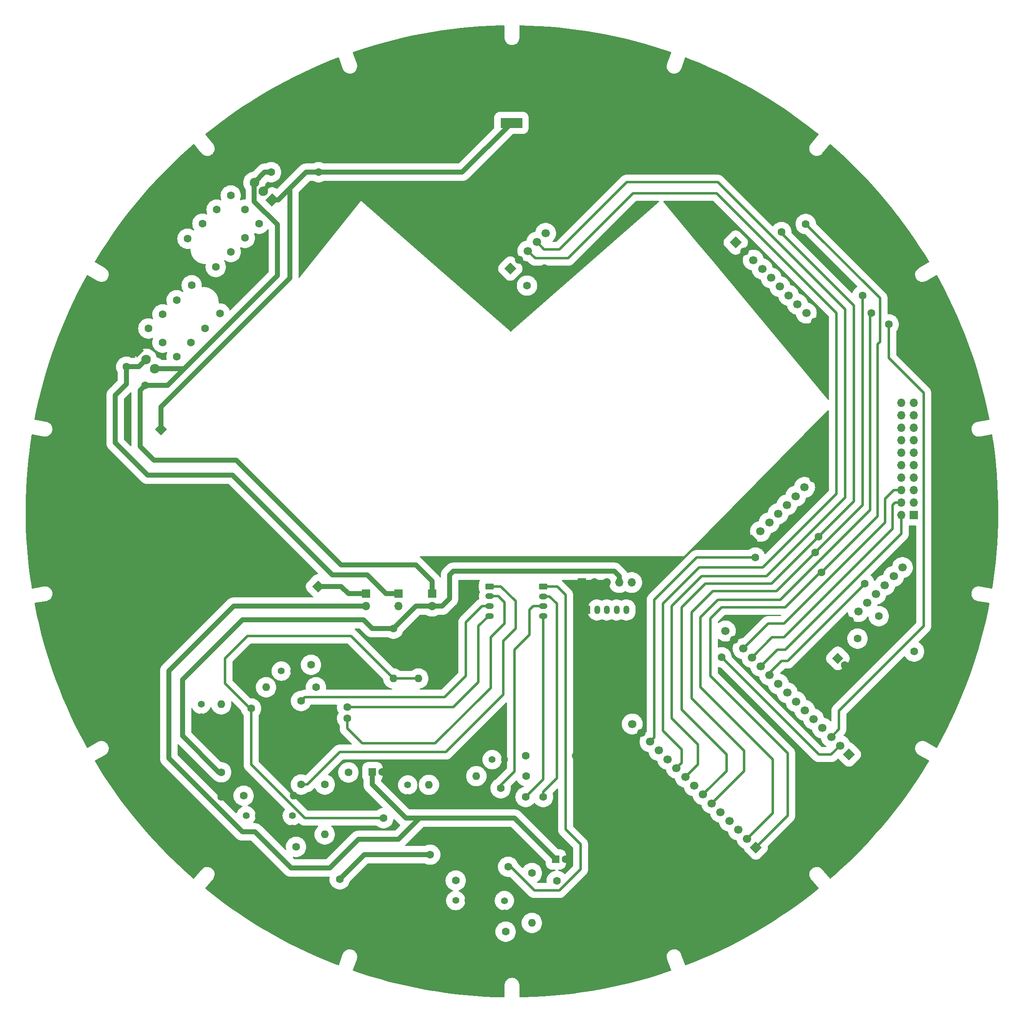
<source format=gbr>
%TF.GenerationSoftware,KiCad,Pcbnew,7.0.6*%
%TF.CreationDate,2023-09-01T14:16:42+02:00*%
%TF.ProjectId,gs,67732e6b-6963-4616-945f-706362585858,rev?*%
%TF.SameCoordinates,Original*%
%TF.FileFunction,Copper,L2,Bot*%
%TF.FilePolarity,Positive*%
%FSLAX46Y46*%
G04 Gerber Fmt 4.6, Leading zero omitted, Abs format (unit mm)*
G04 Created by KiCad (PCBNEW 7.0.6) date 2023-09-01 14:16:42*
%MOMM*%
%LPD*%
G01*
G04 APERTURE LIST*
G04 Aperture macros list*
%AMRoundRect*
0 Rectangle with rounded corners*
0 $1 Rounding radius*
0 $2 $3 $4 $5 $6 $7 $8 $9 X,Y pos of 4 corners*
0 Add a 4 corners polygon primitive as box body*
4,1,4,$2,$3,$4,$5,$6,$7,$8,$9,$2,$3,0*
0 Add four circle primitives for the rounded corners*
1,1,$1+$1,$2,$3*
1,1,$1+$1,$4,$5*
1,1,$1+$1,$6,$7*
1,1,$1+$1,$8,$9*
0 Add four rect primitives between the rounded corners*
20,1,$1+$1,$2,$3,$4,$5,0*
20,1,$1+$1,$4,$5,$6,$7,0*
20,1,$1+$1,$6,$7,$8,$9,0*
20,1,$1+$1,$8,$9,$2,$3,0*%
%AMHorizOval*
0 Thick line with rounded ends*
0 $1 width*
0 $2 $3 position (X,Y) of the first rounded end (center of the circle)*
0 $4 $5 position (X,Y) of the second rounded end (center of the circle)*
0 Add line between two ends*
20,1,$1,$2,$3,$4,$5,0*
0 Add two circle primitives to create the rounded ends*
1,1,$1,$2,$3*
1,1,$1,$4,$5*%
%AMRotRect*
0 Rectangle, with rotation*
0 The origin of the aperture is its center*
0 $1 length*
0 $2 width*
0 $3 Rotation angle, in degrees counterclockwise*
0 Add horizontal line*
21,1,$1,$2,0,0,$3*%
G04 Aperture macros list end*
%TA.AperFunction,ComponentPad*%
%ADD10R,1.700000X1.700000*%
%TD*%
%TA.AperFunction,ComponentPad*%
%ADD11O,1.700000X1.700000*%
%TD*%
%TA.AperFunction,ComponentPad*%
%ADD12C,1.600000*%
%TD*%
%TA.AperFunction,ComponentPad*%
%ADD13O,1.600000X1.600000*%
%TD*%
%TA.AperFunction,ComponentPad*%
%ADD14R,4.500000X2.000000*%
%TD*%
%TA.AperFunction,ComponentPad*%
%ADD15O,4.000000X2.000000*%
%TD*%
%TA.AperFunction,ComponentPad*%
%ADD16O,2.000000X4.000000*%
%TD*%
%TA.AperFunction,ComponentPad*%
%ADD17RotRect,1.700000X1.700000X135.000000*%
%TD*%
%TA.AperFunction,ComponentPad*%
%ADD18HorizOval,1.700000X0.000000X0.000000X0.000000X0.000000X0*%
%TD*%
%TA.AperFunction,ComponentPad*%
%ADD19R,1.600000X1.600000*%
%TD*%
%TA.AperFunction,ComponentPad*%
%ADD20C,1.400000*%
%TD*%
%TA.AperFunction,ComponentPad*%
%ADD21RotRect,1.600000X1.600000X315.000000*%
%TD*%
%TA.AperFunction,ComponentPad*%
%ADD22HorizOval,1.600000X0.000000X0.000000X0.000000X0.000000X0*%
%TD*%
%TA.AperFunction,ComponentPad*%
%ADD23RoundRect,0.250000X-0.350000X-0.625000X0.350000X-0.625000X0.350000X0.625000X-0.350000X0.625000X0*%
%TD*%
%TA.AperFunction,ComponentPad*%
%ADD24O,1.200000X1.750000*%
%TD*%
%TA.AperFunction,ComponentPad*%
%ADD25RotRect,1.700000X1.700000X225.000000*%
%TD*%
%TA.AperFunction,ComponentPad*%
%ADD26HorizOval,1.700000X0.000000X0.000000X0.000000X0.000000X0*%
%TD*%
%TA.AperFunction,ComponentPad*%
%ADD27RotRect,1.905000X2.000000X135.000000*%
%TD*%
%TA.AperFunction,ComponentPad*%
%ADD28HorizOval,1.905000X0.033588X0.033588X-0.033588X-0.033588X0*%
%TD*%
%TA.AperFunction,ComponentPad*%
%ADD29RoundRect,0.250000X-0.625000X0.350000X-0.625000X-0.350000X0.625000X-0.350000X0.625000X0.350000X0*%
%TD*%
%TA.AperFunction,ComponentPad*%
%ADD30O,1.750000X1.200000*%
%TD*%
%TA.AperFunction,ComponentPad*%
%ADD31RotRect,1.700000X1.700000X315.000000*%
%TD*%
%TA.AperFunction,ComponentPad*%
%ADD32RotRect,1.905000X2.000000X315.000000*%
%TD*%
%TA.AperFunction,ComponentPad*%
%ADD33HorizOval,1.905000X-0.033588X-0.033588X0.033588X0.033588X0*%
%TD*%
%TA.AperFunction,ComponentPad*%
%ADD34RotRect,1.700000X1.700000X45.000000*%
%TD*%
%TA.AperFunction,ComponentPad*%
%ADD35HorizOval,1.700000X0.000000X0.000000X0.000000X0.000000X0*%
%TD*%
%TA.AperFunction,ViaPad*%
%ADD36C,1.600000*%
%TD*%
%TA.AperFunction,Conductor*%
%ADD37C,0.508000*%
%TD*%
%TA.AperFunction,Conductor*%
%ADD38C,1.000000*%
%TD*%
G04 APERTURE END LIST*
D10*
%TO.P,J5,1,Pin_1*%
%TO.N,GND*%
X227838000Y-159004000D03*
D11*
%TO.P,J5,2,Pin_2*%
X230378000Y-159004000D03*
%TO.P,J5,3,Pin_3*%
X232918000Y-159004000D03*
%TO.P,J5,4,Pin_4*%
%TO.N,+5V*%
X235458000Y-159004000D03*
%TO.P,J5,5,Pin_5*%
%TO.N,+3V3*%
X237998000Y-159004000D03*
%TD*%
D12*
%TO.P,R14,1*%
%TO.N,/M2_Sense2_In*%
X216408000Y-194310000D03*
D13*
%TO.P,R14,2*%
%TO.N,GND*%
X226568000Y-194310000D03*
%TD*%
D10*
%TO.P,JP2,1,A*%
%TO.N,5V_Int*%
X197358000Y-161290000D03*
D11*
%TO.P,JP2,2,B*%
%TO.N,+5V*%
X197358000Y-163830000D03*
%TD*%
D14*
%TO.P,J1,1*%
%TO.N,+12V*%
X213522000Y-65382000D03*
D15*
%TO.P,J1,2*%
%TO.N,GND*%
X213522000Y-59182000D03*
D16*
%TO.P,J1,3*%
X208822000Y-62182000D03*
%TD*%
D17*
%TO.P,U9,1,VCC*%
%TO.N,+3V3*%
X213287795Y-95068205D03*
D18*
%TO.P,U9,2,GND*%
%TO.N,GND*%
X215083846Y-93272153D03*
%TO.P,U9,3,TXD*%
%TO.N,GPS_TX*%
X216879898Y-91476102D03*
%TO.P,U9,4,RXD*%
%TO.N,GPS_RX*%
X218675949Y-89680051D03*
%TO.P,U9,5,PPS*%
%TO.N,unconnected-(U9-PPS-Pad5)*%
X220472000Y-87884000D03*
%TD*%
D12*
%TO.P,R5,1*%
%TO.N,/M1_Sense1_In*%
X175514000Y-200152000D03*
D13*
%TO.P,R5,2*%
%TO.N,Net-(U6-COMP_IN1)*%
X175514000Y-210312000D03*
%TD*%
D19*
%TO.P,C16,1*%
%TO.N,+24V*%
X222564888Y-215392000D03*
D12*
%TO.P,C16,2*%
%TO.N,GND*%
X224564888Y-215392000D03*
%TD*%
D20*
%TO.P,C17,1*%
%TO.N,Net-(U8-RC1)*%
X202184000Y-223774000D03*
%TO.P,C17,2*%
%TO.N,GND*%
X204684000Y-223774000D03*
%TD*%
D10*
%TO.P,J4,1,Pin_1*%
%TO.N,RF_DIO1*%
X295402000Y-145288000D03*
D11*
%TO.P,J4,2,Pin_2*%
%TO.N,BRK_GPIO14*%
X292862000Y-145288000D03*
%TO.P,J4,3,Pin_3*%
%TO.N,RF_DIO3*%
X295402000Y-142748000D03*
%TO.P,J4,4,Pin_4*%
%TO.N,BRK_GPIO12*%
X292862000Y-142748000D03*
%TO.P,J4,5,Pin_5*%
%TO.N,RF_DIO2*%
X295402000Y-140208000D03*
%TO.P,J4,6,Pin_6*%
%TO.N,BRK_GPIO13*%
X292862000Y-140208000D03*
%TO.P,J4,7,Pin_7*%
%TO.N,RF_NRESET*%
X295402000Y-137668000D03*
%TO.P,J4,8,Pin_8*%
%TO.N,SPI_MOSI*%
X292862000Y-137668000D03*
%TO.P,J4,9,Pin_9*%
%TO.N,unconnected-(J4-Pin_9-Pad9)*%
X295402000Y-135128000D03*
%TO.P,J4,10,Pin_10*%
%TO.N,SPI_MISO*%
X292862000Y-135128000D03*
%TO.P,J4,11,Pin_11*%
%TO.N,unconnected-(J4-Pin_11-Pad11)*%
X295402000Y-132588000D03*
%TO.P,J4,12,Pin_12*%
%TO.N,SPI_SCK*%
X292862000Y-132588000D03*
%TO.P,J4,13,Pin_13*%
%TO.N,unconnected-(J4-Pin_13-Pad13)*%
X295402000Y-130048000D03*
%TO.P,J4,14,Pin_14*%
%TO.N,RF_DIO5*%
X292862000Y-130048000D03*
%TO.P,J4,15,Pin_15*%
%TO.N,unconnected-(J4-Pin_15-Pad15)*%
X295402000Y-127508000D03*
%TO.P,J4,16,Pin_16*%
%TO.N,RF_DIO4*%
X292862000Y-127508000D03*
%TO.P,J4,17,Pin_17*%
%TO.N,unconnected-(J4-Pin_17-Pad17)*%
X295402000Y-124968000D03*
%TO.P,J4,18,Pin_18*%
%TO.N,unconnected-(J4-Pin_18-Pad18)*%
X292862000Y-124968000D03*
%TO.P,J4,19,Pin_19*%
%TO.N,unconnected-(J4-Pin_19-Pad19)*%
X295402000Y-122428000D03*
%TO.P,J4,20,Pin_20*%
%TO.N,unconnected-(J4-Pin_20-Pad20)*%
X292862000Y-122428000D03*
%TD*%
D12*
%TO.P,R2,1*%
%TO.N,GND*%
X194564000Y-168402000D03*
D13*
%TO.P,R2,2*%
%TO.N,MREF*%
X194564000Y-178562000D03*
%TD*%
D20*
%TO.P,C13,1*%
%TO.N,GND*%
X169164000Y-177038000D03*
%TO.P,C13,2*%
%TO.N,Net-(U6-COMP_IN2)*%
X166664000Y-177038000D03*
%TD*%
D12*
%TO.P,C14,1*%
%TO.N,+5V*%
X196977000Y-214439000D03*
%TO.P,C14,2*%
%TO.N,GND*%
X196977000Y-219439000D03*
%TD*%
%TO.P,C2,1*%
%TO.N,5V_Int*%
X164592000Y-75438000D03*
%TO.P,C2,2*%
%TO.N,GND*%
X168127534Y-71902466D03*
%TD*%
%TO.P,R3,1*%
%TO.N,Net-(U6-RC1)*%
X159004000Y-202438000D03*
D13*
%TO.P,R3,2*%
%TO.N,GND*%
X169164000Y-202438000D03*
%TD*%
D12*
%TO.P,R4,1*%
%TO.N,GND*%
X154432000Y-193965000D03*
D13*
%TO.P,R4,2*%
%TO.N,Net-(U6-RC2)*%
X154432000Y-183805000D03*
%TD*%
D20*
%TO.P,C10,1*%
%TO.N,Net-(U6-RC1)*%
X159512000Y-206502000D03*
%TO.P,C10,2*%
%TO.N,GND*%
X162012000Y-206502000D03*
%TD*%
D10*
%TO.P,JP3,1,A*%
%TO.N,24V_Int*%
X183896000Y-161285000D03*
D11*
%TO.P,JP3,2,B*%
%TO.N,+24V*%
X183896000Y-163825000D03*
%TD*%
D12*
%TO.P,C5,1*%
%TO.N,+3V3*%
X283972000Y-170434000D03*
%TO.P,C5,2*%
%TO.N,GND*%
X287507534Y-173969534D03*
%TD*%
%TO.P,C7,1*%
%TO.N,+5V*%
X154432000Y-197652000D03*
%TO.P,C7,2*%
%TO.N,GND*%
X154432000Y-202652000D03*
%TD*%
%TO.P,R10,1*%
%TO.N,GND*%
X196723000Y-210375000D03*
D13*
%TO.P,R10,2*%
%TO.N,Net-(U8-RC2)*%
X196723000Y-200215000D03*
%TD*%
D10*
%TO.P,JP1,1,A*%
%TO.N,3V3_Int*%
X190500000Y-161285000D03*
D11*
%TO.P,JP1,2,B*%
%TO.N,+3V3*%
X190500000Y-163825000D03*
%TD*%
D21*
%TO.P,C6,1*%
%TO.N,+3V3*%
X279962893Y-174454523D03*
D12*
%TO.P,C6,2*%
%TO.N,GND*%
X281377107Y-175868737D03*
%TD*%
%TO.P,R6,1*%
%TO.N,/M1_Sense1_In*%
X169672000Y-212852000D03*
D13*
%TO.P,R6,2*%
%TO.N,GND*%
X159512000Y-212852000D03*
%TD*%
D12*
%TO.P,R11,1*%
%TO.N,/M2_Sense1_In*%
X217678000Y-218186000D03*
D13*
%TO.P,R11,2*%
%TO.N,Net-(U8-COMP_IN1)*%
X217678000Y-228346000D03*
%TD*%
D12*
%TO.P,R15,1*%
%TO.N,+3V3*%
X295474205Y-173046205D03*
D22*
%TO.P,R15,2*%
%TO.N,RF_NRESET*%
X288290000Y-165862000D03*
%TD*%
D12*
%TO.P,R8,1*%
%TO.N,/M1_Sense2_In*%
X172720000Y-175768000D03*
D13*
%TO.P,R8,2*%
%TO.N,GND*%
X182880000Y-175768000D03*
%TD*%
D20*
%TO.P,C12,1*%
%TO.N,GND*%
X168910000Y-209002000D03*
%TO.P,C12,2*%
%TO.N,Net-(U6-COMP_IN1)*%
X168910000Y-206502000D03*
%TD*%
%TO.P,C18,1*%
%TO.N,GND*%
X192405000Y-202735000D03*
%TO.P,C18,2*%
%TO.N,Net-(U8-RC2)*%
X192405000Y-200235000D03*
%TD*%
D23*
%TO.P,J6,1,Pin_1*%
%TO.N,GND*%
X228950000Y-164592000D03*
D24*
%TO.P,J6,2,Pin_2*%
%TO.N,AZ_ZERO*%
X230950000Y-164592000D03*
%TO.P,J6,3,Pin_3*%
%TO.N,+5V*%
X232950000Y-164592000D03*
%TO.P,J6,4,Pin_4*%
%TO.N,unconnected-(J6-Pin_4-Pad4)*%
X234950000Y-164592000D03*
%TO.P,J6,5,Pin_5*%
%TO.N,unconnected-(J6-Pin_5-Pad5)*%
X236950000Y-164592000D03*
%TD*%
D12*
%TO.P,R13,1*%
%TO.N,/M2_Sense2_In*%
X216535000Y-198437000D03*
D13*
%TO.P,R13,2*%
%TO.N,Net-(U8-COMP_IN2)*%
X206375000Y-198437000D03*
%TD*%
D25*
%TO.P,U1,1,EN*%
%TO.N,unconnected-(U1-EN-Pad1)*%
X282220820Y-194027897D03*
D26*
%TO.P,U1,2,SENSOR_VP*%
%TO.N,AZ_ZERO*%
X280424769Y-192231846D03*
%TO.P,U1,3,SENSOR_VN*%
%TO.N,IMU_INT*%
X278628718Y-190435795D03*
%TO.P,U1,4,IO34*%
%TO.N,M1_I01*%
X276832666Y-188639743D03*
%TO.P,U1,5,IO35*%
%TO.N,M1_I11*%
X275036615Y-186843692D03*
%TO.P,U1,6,IO32*%
%TO.N,M1_P1*%
X273240564Y-185047641D03*
%TO.P,U1,7,IO33*%
%TO.N,M1_P2*%
X271444513Y-183251590D03*
%TO.P,U1,8,IO25*%
%TO.N,M1_I12*%
X269648461Y-181455538D03*
%TO.P,U1,9,IO26*%
%TO.N,M1_I02*%
X267852410Y-179659487D03*
%TO.P,U1,10,IO27*%
%TO.N,RF_NSS*%
X266056359Y-177863436D03*
%TO.P,U1,11,IO14*%
%TO.N,BRK_GPIO14*%
X264260308Y-176067385D03*
%TO.P,U1,12,IO12*%
%TO.N,BRK_GPIO12*%
X262464257Y-174271334D03*
%TO.P,U1,13,IO13*%
%TO.N,BRK_GPIO13*%
X260668205Y-172475282D03*
%TO.P,U1,14,GND*%
%TO.N,GND*%
X258872154Y-170679231D03*
%TO.P,U1,15,VIN*%
%TO.N,+5V*%
X257076103Y-168883180D03*
D25*
%TO.P,U1,16,IO23*%
%TO.N,SPI_MOSI*%
X263270358Y-212978359D03*
D26*
%TO.P,U1,17,IO22*%
%TO.N,IMU_NSS*%
X261474307Y-211182308D03*
%TO.P,U1,18,TXD0/IO1*%
%TO.N,M2_I01*%
X259678256Y-209386256D03*
%TO.P,U1,19,RXD0/IO3*%
%TO.N,M2_I11*%
X257882205Y-207590205D03*
%TO.P,U1,20,IO21*%
%TO.N,M2_P1*%
X256086153Y-205794154D03*
%TO.P,U1,21,IO19*%
%TO.N,SPI_MISO*%
X254290102Y-203998103D03*
%TO.P,U1,22,IO18*%
%TO.N,SPI_SCK*%
X252494051Y-202202051D03*
%TO.P,U1,23,IO5*%
%TO.N,M2_P2*%
X250698000Y-200406000D03*
%TO.P,U1,24,IO17*%
%TO.N,GPS_RX*%
X248901948Y-198609949D03*
%TO.P,U1,25,IO16*%
%TO.N,GPS_TX*%
X247105897Y-196813898D03*
%TO.P,U1,26,IO4*%
%TO.N,M2_I12*%
X245309846Y-195017846D03*
%TO.P,U1,27,IO2*%
%TO.N,M2_I02*%
X243513795Y-193221795D03*
%TO.P,U1,28,IO15*%
%TO.N,RF_DIO0*%
X241717744Y-191425744D03*
%TO.P,U1,29,GND*%
%TO.N,GND*%
X239921692Y-189629693D03*
%TO.P,U1,30,3V3*%
%TO.N,unconnected-(U1-3V3-Pad30)*%
X238125641Y-187833642D03*
%TD*%
D12*
%TO.P,R9,1*%
%TO.N,Net-(U8-RC1)*%
X202184000Y-219710000D03*
D13*
%TO.P,R9,2*%
%TO.N,GND*%
X212344000Y-219710000D03*
%TD*%
D12*
%TO.P,C4,1*%
%TO.N,5V_Int*%
X138938000Y-118872000D03*
%TO.P,C4,2*%
%TO.N,GND*%
X135402466Y-122407534D03*
%TD*%
D20*
%TO.P,C19,1*%
%TO.N,GND*%
X212090000Y-226294000D03*
%TO.P,C19,2*%
%TO.N,Net-(U8-COMP_IN1)*%
X212090000Y-223794000D03*
%TD*%
D12*
%TO.P,C3,1*%
%TO.N,3V3_Int*%
X135128000Y-115062000D03*
%TO.P,C3,2*%
%TO.N,GND*%
X131592466Y-118597534D03*
%TD*%
D27*
%TO.P,U4,1,IN*%
%TO.N,+12V*%
X164786647Y-81121456D03*
D28*
%TO.P,U4,2,GND*%
%TO.N,GND*%
X162990596Y-79325405D03*
%TO.P,U4,3,OUT*%
%TO.N,5V_Int*%
X161194545Y-77529354D03*
%TD*%
D12*
%TO.P,C8,1*%
%TO.N,+24V*%
X180340000Y-197692000D03*
%TO.P,C8,2*%
%TO.N,GND*%
X180340000Y-202692000D03*
%TD*%
D20*
%TO.P,C20,1*%
%TO.N,GND*%
X212090000Y-195072000D03*
%TO.P,C20,2*%
%TO.N,Net-(U8-COMP_IN2)*%
X209590000Y-195072000D03*
%TD*%
D29*
%TO.P,J2,1,Pin_1*%
%TO.N,M1_1B*%
X209042000Y-159798000D03*
D30*
%TO.P,J2,2,Pin_2*%
%TO.N,M1_1A*%
X209042000Y-161798000D03*
%TO.P,J2,3,Pin_3*%
%TO.N,M1_2B*%
X209042000Y-163798000D03*
%TO.P,J2,4,Pin_4*%
%TO.N,M1_2A*%
X209042000Y-165798000D03*
%TD*%
D31*
%TO.P,U7,1,VIP*%
%TO.N,+12V*%
X142168731Y-127827557D03*
%TO.P,U7,2,VIN*%
%TO.N,GND*%
X127872163Y-142124125D03*
%TO.P,U7,3,VOP*%
%TO.N,24V_Int*%
X174138443Y-159797269D03*
%TO.P,U7,4,VON*%
%TO.N,GND*%
X159841875Y-174093837D03*
%TD*%
D12*
%TO.P,R7,1*%
%TO.N,/M1_Sense2_In*%
X173736000Y-180340000D03*
D13*
%TO.P,R7,2*%
%TO.N,Net-(U6-COMP_IN2)*%
X163576000Y-180340000D03*
%TD*%
D32*
%TO.P,U5,1,GND*%
%TO.N,GND*%
X137309783Y-111828115D03*
D33*
%TO.P,U5,2,VO*%
%TO.N,3V3_Int*%
X139105834Y-113624166D03*
%TO.P,U5,3,VI*%
%TO.N,5V_Int*%
X140901885Y-115420217D03*
%TD*%
D34*
%TO.P,U2,1,VCC*%
%TO.N,+3V3*%
X259171539Y-89753539D03*
D35*
%TO.P,U2,2,GND*%
%TO.N,GND*%
X260967590Y-91549590D03*
%TO.P,U2,3,SCL/SCLK*%
%TO.N,SPI_SCK*%
X262763641Y-93345642D03*
%TO.P,U2,4,SDA/MOSI*%
%TO.N,SPI_MOSI*%
X264559693Y-95141693D03*
%TO.P,U2,5,AUX_DA*%
%TO.N,unconnected-(U2-AUX_DA-Pad5)*%
X266355744Y-96937744D03*
%TO.P,U2,6,AUX_CL*%
%TO.N,unconnected-(U2-AUX_CL-Pad6)*%
X268151795Y-98733795D03*
%TO.P,U2,7,AD0/MISO*%
%TO.N,SPI_MISO*%
X269947846Y-100529846D03*
%TO.P,U2,8,INT*%
%TO.N,IMU_INT*%
X271743897Y-102325898D03*
%TO.P,U2,9,~{CS}*%
%TO.N,IMU_NSS*%
X273539949Y-104121949D03*
%TO.P,U2,10,FSYNC*%
%TO.N,GND*%
X275336000Y-105918000D03*
%TD*%
D29*
%TO.P,J3,1,Pin_1*%
%TO.N,M2_1B*%
X219964000Y-159830000D03*
D30*
%TO.P,J3,2,Pin_2*%
%TO.N,M2_1A*%
X219964000Y-161830000D03*
%TO.P,J3,3,Pin_3*%
%TO.N,M2_2B*%
X219964000Y-163830000D03*
%TO.P,J3,4,Pin_4*%
%TO.N,M2_2A*%
X219964000Y-165830000D03*
%TD*%
D12*
%TO.P,R12,1*%
%TO.N,/M2_Sense1_In*%
X212344000Y-230124000D03*
D13*
%TO.P,R12,2*%
%TO.N,GND*%
X202184000Y-230124000D03*
%TD*%
D12*
%TO.P,C15,1*%
%TO.N,+24V*%
X222758000Y-219750000D03*
%TO.P,C15,2*%
%TO.N,GND*%
X222758000Y-224750000D03*
%TD*%
D20*
%TO.P,C11,1*%
%TO.N,GND*%
X150368000Y-186305000D03*
%TO.P,C11,2*%
%TO.N,Net-(U6-RC2)*%
X150368000Y-183805000D03*
%TD*%
D12*
%TO.P,R1,1*%
%TO.N,+5V*%
X189484000Y-168402000D03*
D13*
%TO.P,R1,2*%
%TO.N,MREF*%
X189484000Y-178562000D03*
%TD*%
D17*
%TO.P,U3,1,GND*%
%TO.N,GND*%
X280543641Y-168528358D03*
D18*
%TO.P,U3,2,GND*%
X282339693Y-166732307D03*
%TO.P,U3,3,3V3*%
%TO.N,+3V3*%
X284135744Y-164936256D03*
%TO.P,U3,4,~{RESET}*%
%TO.N,RF_NRESET*%
X285931795Y-163140205D03*
%TO.P,U3,5,DIO0*%
%TO.N,RF_DIO0*%
X287727846Y-161344154D03*
%TO.P,U3,6,DIO1*%
%TO.N,RF_DIO1*%
X289523898Y-159548102D03*
%TO.P,U3,7,DIO2*%
%TO.N,RF_DIO2*%
X291319949Y-157752051D03*
%TO.P,U3,8,DIO3*%
%TO.N,RF_DIO3*%
X293116000Y-155956000D03*
D17*
%TO.P,U3,9,GND*%
%TO.N,GND*%
X262415191Y-150396373D03*
D18*
%TO.P,U3,10,~{NSS}*%
%TO.N,RF_NSS*%
X264211243Y-148600322D03*
%TO.P,U3,11,MOSI*%
%TO.N,SPI_MOSI*%
X266007294Y-146804270D03*
%TO.P,U3,12,MISO*%
%TO.N,SPI_MISO*%
X267803345Y-145008219D03*
%TO.P,U3,13,SCK*%
%TO.N,SPI_SCK*%
X269599396Y-143212168D03*
%TO.P,U3,14,DIO5*%
%TO.N,RF_DIO5*%
X271395447Y-141416117D03*
%TO.P,U3,15,DIO4*%
%TO.N,RF_DIO4*%
X273191499Y-139620065D03*
%TO.P,U3,16,GND*%
%TO.N,GND*%
X274987550Y-137824014D03*
%TD*%
D12*
%TO.P,C21,1*%
%TO.N,+3V3*%
X216682466Y-98531534D03*
%TO.P,C21,2*%
%TO.N,GND*%
X220218000Y-94996000D03*
%TD*%
%TO.P,C1,1*%
%TO.N,+12V*%
X174244000Y-75438000D03*
%TO.P,C1,2*%
%TO.N,GND*%
X177779534Y-71902466D03*
%TD*%
D19*
%TO.P,C9,1*%
%TO.N,+24V*%
X185226888Y-197612000D03*
D12*
%TO.P,C9,2*%
%TO.N,GND*%
X187226888Y-197612000D03*
%TD*%
D36*
%TO.N,Heatsink3V3*%
X148241363Y-110141363D03*
%TO.N,Heatsink5V*%
X153331031Y-94732332D03*
X156384319Y-80184318D03*
X162131682Y-85931681D03*
%TO.N,Heatsink3V3*%
X151115045Y-107267682D03*
%TO.N,Heatsink5V*%
X159258000Y-88805363D03*
X147583668Y-88984969D03*
%TO.N,Heatsink3V3*%
X139620318Y-107267682D03*
X154168332Y-104214394D03*
X142494000Y-104394000D03*
X145367681Y-101520318D03*
%TO.N,Heatsink5V*%
X153510637Y-83058000D03*
%TO.N,Heatsink3V3*%
X142494000Y-110141363D03*
X145367681Y-113015045D03*
X148420969Y-98467031D03*
%TO.N,Heatsink5V*%
X150636955Y-85931681D03*
X156384319Y-91679045D03*
X159258000Y-83058000D03*
%TO.N,GND*%
X208534000Y-47498000D03*
X308864000Y-137414000D03*
X122428000Y-173990000D03*
X283718000Y-80010000D03*
X218694000Y-47752000D03*
X166370000Y-229362000D03*
X118618000Y-149606000D03*
X175260000Y-55118000D03*
X122174000Y-111506000D03*
X304800000Y-109474000D03*
X237998000Y-51562000D03*
X243078000Y-51308000D03*
X290830000Y-201422000D03*
X116840000Y-133096000D03*
X144780000Y-210566000D03*
X232664000Y-240030000D03*
X296164000Y-197104000D03*
X226060000Y-239268000D03*
X251460000Y-234442000D03*
X122936000Y-179832000D03*
X196596000Y-240284000D03*
X306324000Y-169926000D03*
X280162000Y-215646000D03*
X272796000Y-221996000D03*
X132334000Y-91186000D03*
X154432000Y-67310000D03*
X289052000Y-82550000D03*
X302260000Y-180848000D03*
X305054000Y-116332000D03*
X170688000Y-59182000D03*
X148336000Y-216916000D03*
X308864000Y-165100000D03*
X309118000Y-149098000D03*
X127254000Y-99314000D03*
X202184000Y-49276000D03*
X137922000Y-83058000D03*
X142748000Y-80518000D03*
X267462000Y-223774000D03*
X280670000Y-73406000D03*
X291592000Y-88646000D03*
X137922000Y-202946000D03*
X121920000Y-117094000D03*
X164846000Y-60452000D03*
X118618000Y-137668000D03*
X132080000Y-197866000D03*
X190500000Y-51308000D03*
X283464000Y-210820000D03*
X155448000Y-223012000D03*
X257048000Y-230124000D03*
X191516000Y-237744000D03*
X271526000Y-66294000D03*
X310388000Y-155702000D03*
X256286000Y-58928000D03*
X127254000Y-189484000D03*
X176276000Y-234442000D03*
X136652000Y-87630000D03*
X184404000Y-51562000D03*
X119126000Y-167640000D03*
X306070000Y-175514000D03*
X160782000Y-64770000D03*
X224028000Y-49530000D03*
X139192000Y-208026000D03*
X209804000Y-241808000D03*
X311150000Y-143002000D03*
X232156000Y-49022000D03*
X310134000Y-132080000D03*
X242824000Y-237236000D03*
X125730000Y-106172000D03*
X237744000Y-236982000D03*
X261874000Y-59944000D03*
X118618000Y-123698000D03*
X116332000Y-155194000D03*
X251968000Y-55372000D03*
X145796000Y-74676000D03*
X219456000Y-241554000D03*
X301244000Y-187452000D03*
X185420000Y-237490000D03*
X127254000Y-184658000D03*
X308356000Y-122428000D03*
X263398000Y-228346000D03*
X300736000Y-105410000D03*
X161544000Y-224790000D03*
X265938000Y-64262000D03*
X202946000Y-239522000D03*
X196088000Y-48260000D03*
X295656000Y-92456000D03*
X288544000Y-207010000D03*
X172720000Y-230632000D03*
X116078000Y-143002000D03*
X300482000Y-100076000D03*
%TO.N,+5V*%
X178562000Y-219456000D03*
%TO.N,AZ_ZERO*%
X256286000Y-174244000D03*
%TO.N,MREF*%
X160528000Y-184658000D03*
X187452000Y-207010000D03*
%TO.N,IMU_INT*%
X290322000Y-106426000D03*
%TO.N,SPI_MOSI*%
X273431000Y-85979000D03*
X276606000Y-156972000D03*
%TO.N,IMU_NSS*%
X286766000Y-104121949D03*
%TO.N,RF_NSS*%
X285421266Y-159258000D03*
%TO.N,SPI_MISO*%
X284988000Y-100529846D03*
X275336000Y-152908000D03*
%TO.N,SPI_SCK*%
X276045614Y-149658386D03*
X268478642Y-87630642D03*
%TO.N,RF_DIO0*%
X263144000Y-153924000D03*
%TO.N,M1_1A*%
X180086000Y-186690000D03*
%TO.N,M1_1B*%
X170688000Y-200152000D03*
%TO.N,M1_2A*%
X180086000Y-184404000D03*
%TO.N,M1_2B*%
X170688000Y-183134000D03*
%TO.N,M2_1A*%
X219964000Y-202692000D03*
%TO.N,M2_1B*%
X212852000Y-216916000D03*
%TO.N,M2_2A*%
X216408000Y-202692000D03*
%TO.N,M2_2B*%
X211328000Y-200914000D03*
%TD*%
D37*
%TO.N,SPI_SCK*%
X276045614Y-149658386D02*
X275336000Y-150368000D01*
%TO.N,RF_NSS*%
X266056359Y-177427641D02*
X266056359Y-177863436D01*
X268478000Y-175006000D02*
X266056359Y-177427641D01*
X285421266Y-159258000D02*
X285421266Y-159332734D01*
X269748000Y-175006000D02*
X268478000Y-175006000D01*
X285421266Y-159332734D02*
X269748000Y-175006000D01*
%TO.N,MREF*%
X160528000Y-196088000D02*
X160528000Y-184658000D01*
X171450000Y-207010000D02*
X160528000Y-196088000D01*
X187452000Y-207010000D02*
X171450000Y-207010000D01*
%TO.N,M2_2B*%
X217932000Y-163830000D02*
X219964000Y-163830000D01*
X217170000Y-164592000D02*
X217932000Y-163830000D01*
X217170000Y-169672000D02*
X217170000Y-164592000D01*
X214122000Y-172720000D02*
X217170000Y-169672000D01*
X211328000Y-200330240D02*
X214122000Y-197536240D01*
X211328000Y-200914000D02*
X211328000Y-200330240D01*
X214122000Y-197536240D02*
X214122000Y-172720000D01*
D38*
%TO.N,5V_Int*%
X165862000Y-96520000D02*
X146812000Y-115570000D01*
X161174308Y-81418308D02*
X165862000Y-86106000D01*
X165862000Y-86106000D02*
X165862000Y-96520000D01*
X161174308Y-77549591D02*
X161174308Y-81418308D01*
X161194545Y-77529354D02*
X161174308Y-77549591D01*
D37*
%TO.N,SPI_MOSI*%
X288544000Y-101092000D02*
X273431000Y-85979000D01*
X288544000Y-109982000D02*
X288544000Y-101092000D01*
X288036000Y-145542000D02*
X288036000Y-110490000D01*
X288036000Y-110490000D02*
X288544000Y-109982000D01*
X276606000Y-156972000D02*
X288036000Y-145542000D01*
D38*
%TO.N,5V_Int*%
X163285899Y-75438000D02*
X161194545Y-77529354D01*
X164592000Y-75438000D02*
X163285899Y-75438000D01*
%TO.N,+5V*%
X235458000Y-157734000D02*
X235458000Y-159004000D01*
X200914000Y-157480000D02*
X201676000Y-156718000D01*
X201676000Y-156718000D02*
X234442000Y-156718000D01*
X234442000Y-156718000D02*
X235458000Y-157734000D01*
X200914000Y-162306000D02*
X200914000Y-157480000D01*
X199390000Y-163830000D02*
X200914000Y-162306000D01*
X197358000Y-163830000D02*
X199390000Y-163830000D01*
D37*
%TO.N,M2_2A*%
X219964000Y-199136000D02*
X219964000Y-165830000D01*
X216408000Y-202692000D02*
X219964000Y-199136000D01*
%TO.N,M2_1A*%
X221266000Y-161830000D02*
X219964000Y-161830000D01*
X222758000Y-163322000D02*
X221266000Y-161830000D01*
X219964000Y-201676000D02*
X222758000Y-198882000D01*
X222758000Y-198882000D02*
X222758000Y-163322000D01*
X219964000Y-202692000D02*
X219964000Y-201676000D01*
%TO.N,IMU_NSS*%
X266700000Y-205956615D02*
X261474307Y-211182308D01*
X266700000Y-195072000D02*
X266700000Y-205956615D01*
X268224000Y-162560000D02*
X255524000Y-162560000D01*
X286512000Y-144272000D02*
X268224000Y-162560000D01*
X251968000Y-180340000D02*
X266700000Y-195072000D01*
X286512000Y-104375949D02*
X286512000Y-144272000D01*
X255524000Y-162560000D02*
X251968000Y-166116000D01*
X251968000Y-166116000D02*
X251968000Y-180340000D01*
X286766000Y-104121949D02*
X286512000Y-104375949D01*
%TO.N,SPI_MISO*%
X260858000Y-193294000D02*
X260858000Y-197430205D01*
X250190000Y-182626000D02*
X260858000Y-193294000D01*
X260858000Y-197430205D02*
X254290102Y-203998103D01*
X250190000Y-165100000D02*
X250190000Y-182626000D01*
X254508000Y-160782000D02*
X250190000Y-165100000D01*
X267462000Y-160782000D02*
X254508000Y-160782000D01*
X275336000Y-152908000D02*
X267462000Y-160782000D01*
%TO.N,SPI_SCK*%
X257302000Y-197394102D02*
X252494051Y-202202051D01*
X248158000Y-184912000D02*
X257302000Y-194056000D01*
X248158000Y-164084000D02*
X248158000Y-184912000D01*
X257302000Y-194056000D02*
X257302000Y-197394102D01*
X252984000Y-159258000D02*
X248158000Y-164084000D01*
X266446000Y-159258000D02*
X252984000Y-159258000D01*
X275336000Y-150368000D02*
X266446000Y-159258000D01*
%TO.N,GPS_RX*%
X251460000Y-196051897D02*
X248901948Y-198609949D01*
X251460000Y-192024000D02*
X251460000Y-196051897D01*
X246126000Y-186690000D02*
X251460000Y-192024000D01*
X246126000Y-163830000D02*
X246126000Y-186690000D01*
X252222000Y-157734000D02*
X246126000Y-163830000D01*
X265430000Y-157734000D02*
X252222000Y-157734000D01*
X236982000Y-77470000D02*
X255524000Y-77470000D01*
X255524000Y-77470000D02*
X281432000Y-103378000D01*
X281432000Y-103378000D02*
X281432000Y-141732000D01*
X281432000Y-141732000D02*
X265430000Y-157734000D01*
X223266000Y-91186000D02*
X236982000Y-77470000D01*
X218675949Y-89680051D02*
X220181898Y-91186000D01*
X220181898Y-91186000D02*
X223266000Y-91186000D01*
%TO.N,GPS_TX*%
X218367796Y-92964000D02*
X216879898Y-91476102D01*
X225044000Y-92964000D02*
X218367796Y-92964000D01*
X238252000Y-79756000D02*
X225044000Y-92964000D01*
X255270000Y-79756000D02*
X238252000Y-79756000D01*
X279654000Y-104140000D02*
X255270000Y-79756000D01*
X279654000Y-140970000D02*
X279654000Y-104140000D01*
X251714000Y-155956000D02*
X264668000Y-155956000D01*
X264668000Y-155956000D02*
X279654000Y-140970000D01*
X244348000Y-163322000D02*
X251714000Y-155956000D01*
X244348000Y-189230000D02*
X244348000Y-163322000D01*
X248158000Y-193040000D02*
X244348000Y-189230000D01*
X247105897Y-196813898D02*
X248158000Y-195761795D01*
X248158000Y-195761795D02*
X248158000Y-193040000D01*
%TO.N,SPI_MISO*%
X284988000Y-100529846D02*
X284988000Y-143256000D01*
X284988000Y-143256000D02*
X275336000Y-152908000D01*
%TO.N,BRK_GPIO13*%
X289560000Y-141986000D02*
X291338000Y-140208000D01*
X291338000Y-140208000D02*
X292862000Y-140208000D01*
X289560000Y-146812000D02*
X289560000Y-141986000D01*
X265757487Y-167386000D02*
X268986000Y-167386000D01*
X268986000Y-167386000D02*
X289560000Y-146812000D01*
X260668205Y-172475282D02*
X265757487Y-167386000D01*
%TO.N,M1_1A*%
X210820000Y-161798000D02*
X209042000Y-161798000D01*
X212090000Y-163068000D02*
X210820000Y-161798000D01*
X209296000Y-180467000D02*
X209296000Y-170180000D01*
X183134000Y-191770000D02*
X197993000Y-191770000D01*
X212090000Y-167386000D02*
X212090000Y-163068000D01*
X180086000Y-188722000D02*
X183134000Y-191770000D01*
X180086000Y-186690000D02*
X180086000Y-188722000D01*
X197993000Y-191770000D02*
X209296000Y-180467000D01*
X209296000Y-170180000D02*
X212090000Y-167386000D01*
D38*
%TO.N,+12V*%
X168402000Y-97028000D02*
X168402000Y-79248000D01*
X168402000Y-79248000D02*
X168148000Y-78994000D01*
X142168731Y-123261269D02*
X168402000Y-97028000D01*
X142168731Y-127827557D02*
X142168731Y-123261269D01*
D37*
%TO.N,RF_DIO0*%
X242570000Y-162560000D02*
X242570000Y-190573488D01*
X242570000Y-190573488D02*
X241717744Y-191425744D01*
X251206000Y-153924000D02*
X242570000Y-162560000D01*
X263144000Y-153924000D02*
X251206000Y-153924000D01*
%TO.N,SPI_MOSI*%
X254000000Y-178054000D02*
X269748000Y-193802000D01*
X269748000Y-193802000D02*
X269748000Y-206500717D01*
X254000000Y-166370000D02*
X254000000Y-178054000D01*
X269240000Y-164084000D02*
X256286000Y-164084000D01*
X276352000Y-156972000D02*
X269240000Y-164084000D01*
X256286000Y-164084000D02*
X254000000Y-166370000D01*
X276606000Y-156972000D02*
X276352000Y-156972000D01*
X269748000Y-206500717D02*
X263270358Y-212978359D01*
D38*
%TO.N,3V3_Int*%
X187955000Y-161285000D02*
X190500000Y-161285000D01*
X184150000Y-157480000D02*
X187955000Y-161285000D01*
X177038000Y-157480000D02*
X184150000Y-157480000D01*
X139446000Y-137160000D02*
X156718000Y-137160000D01*
X156718000Y-137160000D02*
X177038000Y-157480000D01*
X132842000Y-130556000D02*
X139446000Y-137160000D01*
X132842000Y-120904000D02*
X132842000Y-130556000D01*
X135128000Y-118618000D02*
X132842000Y-120904000D01*
X135128000Y-115062000D02*
X135128000Y-118618000D01*
D37*
%TO.N,IMU_INT*%
X280162000Y-188902513D02*
X278628718Y-190435795D01*
X280162000Y-185166000D02*
X280162000Y-188902513D01*
X297434000Y-167894000D02*
X280162000Y-185166000D01*
X290322000Y-113284000D02*
X297434000Y-120396000D01*
X297434000Y-120396000D02*
X297434000Y-167894000D01*
X290322000Y-106426000D02*
X290322000Y-113284000D01*
%TO.N,BRK_GPIO12*%
X291592000Y-142748000D02*
X292862000Y-142748000D01*
X291084000Y-143256000D02*
X291592000Y-142748000D01*
X291084000Y-148082000D02*
X291084000Y-143256000D01*
X268986000Y-170180000D02*
X291084000Y-148082000D01*
X262464257Y-174271334D02*
X266555591Y-170180000D01*
X266555591Y-170180000D02*
X268986000Y-170180000D01*
%TO.N,BRK_GPIO14*%
X292862000Y-149098000D02*
X292862000Y-145288000D01*
X269240000Y-172720000D02*
X292862000Y-149098000D01*
X267607693Y-172720000D02*
X269240000Y-172720000D01*
X264260308Y-176067385D02*
X267607693Y-172720000D01*
%TO.N,AZ_ZERO*%
X276098000Y-194056000D02*
X256286000Y-174244000D01*
X280424769Y-192231846D02*
X278600615Y-194056000D01*
X278600615Y-194056000D02*
X276098000Y-194056000D01*
D38*
%TO.N,+24V*%
X192024000Y-207010000D02*
X195326000Y-207010000D01*
X185166000Y-200152000D02*
X192024000Y-207010000D01*
X185166000Y-197672888D02*
X185166000Y-200152000D01*
X185226888Y-197612000D02*
X185166000Y-197672888D01*
%TO.N,+5V*%
X153964000Y-197652000D02*
X154432000Y-197652000D01*
X146558000Y-178816000D02*
X146558000Y-190246000D01*
X146558000Y-190246000D02*
X153964000Y-197652000D01*
X158750000Y-166624000D02*
X146558000Y-178816000D01*
X183388000Y-166624000D02*
X158750000Y-166624000D01*
X185166000Y-168402000D02*
X183388000Y-166624000D01*
X189484000Y-168402000D02*
X185166000Y-168402000D01*
%TO.N,24V_Int*%
X180335000Y-161285000D02*
X183896000Y-161285000D01*
X178847269Y-159797269D02*
X180335000Y-161285000D01*
X174138443Y-159797269D02*
X178847269Y-159797269D01*
%TO.N,5V_Int*%
X197358000Y-158750000D02*
X197358000Y-161290000D01*
X178816000Y-155448000D02*
X194056000Y-155448000D01*
X140716000Y-134112000D02*
X157480000Y-134112000D01*
X157480000Y-134112000D02*
X178816000Y-155448000D01*
X194056000Y-155448000D02*
X197358000Y-158750000D01*
X137922000Y-131318000D02*
X140716000Y-134112000D01*
X137922000Y-119888000D02*
X137922000Y-131318000D01*
X138938000Y-118872000D02*
X137922000Y-119888000D01*
D37*
%TO.N,M2_1B*%
X224536000Y-161544000D02*
X222822000Y-159830000D01*
X222822000Y-159830000D02*
X219964000Y-159830000D01*
X224536000Y-209296000D02*
X224536000Y-161544000D01*
X227584000Y-217424000D02*
X227584000Y-212344000D01*
X227584000Y-212344000D02*
X224536000Y-209296000D01*
X213360000Y-216916000D02*
X218186000Y-221742000D01*
X218186000Y-221742000D02*
X223266000Y-221742000D01*
X223266000Y-221742000D02*
X227584000Y-217424000D01*
X212852000Y-216916000D02*
X213360000Y-216916000D01*
%TO.N,M1_1B*%
X211360000Y-159798000D02*
X209042000Y-159798000D01*
X211836000Y-181864000D02*
X211836000Y-170942000D01*
X211836000Y-170942000D02*
X214376000Y-168402000D01*
X200152000Y-193548000D02*
X211836000Y-181864000D01*
X214376000Y-168402000D02*
X214376000Y-162814000D01*
X171958000Y-200152000D02*
X178562000Y-193548000D01*
X170688000Y-200152000D02*
X171958000Y-200152000D01*
X214376000Y-162814000D02*
X211360000Y-159798000D01*
X178562000Y-193548000D02*
X200152000Y-193548000D01*
D38*
%TO.N,+12V*%
X203466000Y-75438000D02*
X174244000Y-75438000D01*
X168148000Y-78994000D02*
X166020544Y-81121456D01*
X171704000Y-75438000D02*
X174244000Y-75438000D01*
X142168731Y-123515269D02*
X142168731Y-127827557D01*
X168148000Y-78994000D02*
X171704000Y-75438000D01*
X164786647Y-81121456D02*
X166020544Y-81121456D01*
X213522000Y-65382000D02*
X203466000Y-75438000D01*
%TO.N,+5V*%
X178562000Y-219456000D02*
X183579000Y-214439000D01*
X194056000Y-163830000D02*
X197358000Y-163830000D01*
X189484000Y-168402000D02*
X194056000Y-163830000D01*
X183579000Y-214439000D02*
X196977000Y-214439000D01*
%TO.N,+24V*%
X183896000Y-163825000D02*
X156977000Y-163825000D01*
X156977000Y-163825000D02*
X143764000Y-177038000D01*
X182372000Y-211328000D02*
X190500000Y-211328000D01*
X143764000Y-177038000D02*
X143764000Y-194818000D01*
X176530000Y-217170000D02*
X182372000Y-211328000D01*
X143764000Y-194818000D02*
X158750000Y-209804000D01*
X168656000Y-217170000D02*
X176530000Y-217170000D01*
X161290000Y-209804000D02*
X168656000Y-217170000D01*
X194818000Y-207010000D02*
X214182888Y-207010000D01*
X214182888Y-207010000D02*
X222564888Y-215392000D01*
X158750000Y-209804000D02*
X161290000Y-209804000D01*
X190500000Y-211328000D02*
X194818000Y-207010000D01*
D37*
%TO.N,MREF*%
X160274000Y-184658000D02*
X155194000Y-179578000D01*
X189484000Y-178562000D02*
X194564000Y-178562000D01*
X180848000Y-169926000D02*
X189484000Y-178562000D01*
X155194000Y-179578000D02*
X155194000Y-174498000D01*
X155194000Y-174498000D02*
X159766000Y-169926000D01*
X160528000Y-184658000D02*
X160274000Y-184658000D01*
X159766000Y-169926000D02*
X180848000Y-169926000D01*
%TO.N,SPI_SCK*%
X268478642Y-87884642D02*
X283210000Y-102616000D01*
X283210000Y-142494000D02*
X275336000Y-150368000D01*
X283210000Y-102616000D02*
X283210000Y-142494000D01*
X268478642Y-87630642D02*
X268478642Y-87884642D01*
D38*
%TO.N,5V_Int*%
X146812000Y-115570000D02*
X143510000Y-118872000D01*
X140901885Y-115420217D02*
X146662217Y-115420217D01*
X143510000Y-118872000D02*
X138938000Y-118872000D01*
X146662217Y-115420217D02*
X146812000Y-115570000D01*
%TO.N,3V3_Int*%
X137668000Y-115062000D02*
X135128000Y-115062000D01*
X139105834Y-113624166D02*
X137668000Y-115062000D01*
D37*
%TO.N,M1_2A*%
X206756000Y-179324000D02*
X206756000Y-167894000D01*
X180086000Y-184404000D02*
X201676000Y-184404000D01*
X206756000Y-167894000D02*
X208852000Y-165798000D01*
X208852000Y-165798000D02*
X209042000Y-165798000D01*
X201676000Y-184404000D02*
X206756000Y-179324000D01*
%TO.N,M1_2B*%
X207550000Y-163798000D02*
X209042000Y-163798000D01*
X204216000Y-178054000D02*
X204216000Y-167132000D01*
X199898000Y-182372000D02*
X204216000Y-178054000D01*
X204216000Y-167132000D02*
X207550000Y-163798000D01*
X171450000Y-182372000D02*
X199898000Y-182372000D01*
X170688000Y-183134000D02*
X171450000Y-182372000D01*
%TD*%
%TA.AperFunction,Conductor*%
%TO.N,GND*%
G36*
X180232208Y-171470185D02*
G01*
X180252850Y-171486819D01*
X187381723Y-178615691D01*
X187415208Y-178677014D01*
X187417753Y-178694910D01*
X187427991Y-178844586D01*
X187427991Y-178844590D01*
X187427992Y-178844592D01*
X187439911Y-178901951D01*
X187485621Y-179121921D01*
X187485622Y-179121924D01*
X187580475Y-179388813D01*
X187580474Y-179388813D01*
X187710791Y-179640313D01*
X187710795Y-179640319D01*
X187874134Y-179871718D01*
X187874137Y-179871721D01*
X188052156Y-180062333D01*
X188067475Y-180078735D01*
X188153888Y-180149037D01*
X188287193Y-180257489D01*
X188287195Y-180257490D01*
X188287196Y-180257491D01*
X188529211Y-180404663D01*
X188740072Y-180496252D01*
X188789012Y-180517510D01*
X189061760Y-180593930D01*
X189110689Y-180600655D01*
X189174424Y-180629285D01*
X189212562Y-180687827D01*
X189212996Y-180757696D01*
X189175587Y-180816707D01*
X189112212Y-180846126D01*
X189093804Y-180847500D01*
X175897688Y-180847500D01*
X175830649Y-180827815D01*
X175784894Y-180775011D01*
X175774950Y-180705853D01*
X175776282Y-180698272D01*
X175791546Y-180624815D01*
X175792008Y-180622592D01*
X175811338Y-180340000D01*
X175792008Y-180057408D01*
X175734379Y-179780081D01*
X175639524Y-179513186D01*
X175639525Y-179513186D01*
X175509208Y-179261686D01*
X175509204Y-179261680D01*
X175345865Y-179030281D01*
X175226092Y-178902036D01*
X175152528Y-178823268D01*
X175152526Y-178823267D01*
X175152524Y-178823264D01*
X174972758Y-178677014D01*
X174932807Y-178644511D01*
X174932805Y-178644510D01*
X174932803Y-178644508D01*
X174690788Y-178497336D01*
X174430989Y-178384490D01*
X174158246Y-178308071D01*
X174158241Y-178308070D01*
X174158240Y-178308070D01*
X173949748Y-178279413D01*
X173877627Y-178269500D01*
X173877626Y-178269500D01*
X173594374Y-178269500D01*
X173594373Y-178269500D01*
X173313760Y-178308070D01*
X173313753Y-178308071D01*
X173041010Y-178384490D01*
X172781211Y-178497336D01*
X172539196Y-178644508D01*
X172319475Y-178823264D01*
X172126134Y-179030281D01*
X171962795Y-179261680D01*
X171962791Y-179261686D01*
X171832475Y-179513186D01*
X171737622Y-179780075D01*
X171737621Y-179780078D01*
X171679991Y-180057413D01*
X171660662Y-180339999D01*
X171679991Y-180622592D01*
X171679992Y-180622594D01*
X171695718Y-180698272D01*
X171690085Y-180767914D01*
X171647694Y-180823455D01*
X171582005Y-180847261D01*
X171574312Y-180847500D01*
X171465385Y-180847500D01*
X171447428Y-180847138D01*
X171357654Y-180845330D01*
X171357653Y-180845330D01*
X171357649Y-180845330D01*
X171283270Y-180855885D01*
X171279548Y-180856299D01*
X171204655Y-180862346D01*
X171162787Y-180872665D01*
X171156660Y-180873852D01*
X171113959Y-180879912D01*
X171042219Y-180902266D01*
X171038632Y-180903266D01*
X170965669Y-180921251D01*
X170965665Y-180921252D01*
X170925987Y-180938155D01*
X170920132Y-180940309D01*
X170878955Y-180953142D01*
X170811732Y-180986714D01*
X170808333Y-180988285D01*
X170739222Y-181017731D01*
X170702772Y-181040779D01*
X170697340Y-181043843D01*
X170684152Y-181050430D01*
X170628740Y-181063500D01*
X170546373Y-181063500D01*
X170265760Y-181102070D01*
X170265753Y-181102071D01*
X169993010Y-181178490D01*
X169733211Y-181291336D01*
X169491196Y-181438508D01*
X169271475Y-181617264D01*
X169078134Y-181824281D01*
X168914795Y-182055680D01*
X168914791Y-182055686D01*
X168784475Y-182307186D01*
X168689622Y-182574075D01*
X168689621Y-182574078D01*
X168631991Y-182851413D01*
X168612662Y-183134000D01*
X168631991Y-183416586D01*
X168631991Y-183416590D01*
X168631992Y-183416592D01*
X168640653Y-183458270D01*
X168689621Y-183693921D01*
X168689622Y-183693924D01*
X168784475Y-183960813D01*
X168784474Y-183960813D01*
X168914791Y-184212313D01*
X168914795Y-184212319D01*
X169078134Y-184443718D01*
X169106602Y-184474200D01*
X169262645Y-184641281D01*
X169271475Y-184650735D01*
X169345534Y-184710986D01*
X169491193Y-184829489D01*
X169491195Y-184829490D01*
X169491196Y-184829491D01*
X169733211Y-184976663D01*
X169857574Y-185030681D01*
X169993012Y-185089510D01*
X170265760Y-185165930D01*
X170512463Y-185199839D01*
X170546373Y-185204500D01*
X170546374Y-185204500D01*
X170829627Y-185204500D01*
X170859880Y-185200341D01*
X171110240Y-185165930D01*
X171382988Y-185089510D01*
X171616630Y-184988025D01*
X171642788Y-184976663D01*
X171642790Y-184976662D01*
X171884807Y-184829489D01*
X172104528Y-184650732D01*
X172297863Y-184443721D01*
X172461209Y-184212312D01*
X172590157Y-183963452D01*
X172638478Y-183912985D01*
X172700256Y-183896500D01*
X177924312Y-183896500D01*
X177991351Y-183916185D01*
X178037106Y-183968989D01*
X178047050Y-184038147D01*
X178045718Y-184045728D01*
X178029992Y-184121405D01*
X178029991Y-184121407D01*
X178010662Y-184404000D01*
X178029991Y-184686586D01*
X178029991Y-184686590D01*
X178029992Y-184686592D01*
X178045806Y-184762693D01*
X178087621Y-184963921D01*
X178087622Y-184963924D01*
X178182475Y-185230813D01*
X178182474Y-185230813D01*
X178312794Y-185482318D01*
X178312959Y-185482589D01*
X178312984Y-185482685D01*
X178314740Y-185486073D01*
X178313991Y-185486460D01*
X178330961Y-185550100D01*
X178314082Y-185607586D01*
X178314740Y-185607927D01*
X178312990Y-185611302D01*
X178312959Y-185611411D01*
X178312794Y-185611681D01*
X178182475Y-185863186D01*
X178087622Y-186130075D01*
X178087621Y-186130078D01*
X178029991Y-186407413D01*
X178010662Y-186689999D01*
X178029991Y-186972586D01*
X178029991Y-186972590D01*
X178029992Y-186972592D01*
X178032957Y-186986859D01*
X178087621Y-187249921D01*
X178087622Y-187249924D01*
X178182475Y-187516813D01*
X178182474Y-187516813D01*
X178312791Y-187768313D01*
X178312795Y-187768319D01*
X178476135Y-187999719D01*
X178476141Y-187999726D01*
X178528123Y-188055384D01*
X178559495Y-188117814D01*
X178561500Y-188140021D01*
X178561500Y-188706615D01*
X178559330Y-188814348D01*
X178569885Y-188888727D01*
X178570299Y-188892450D01*
X178576346Y-188967345D01*
X178576346Y-188967347D01*
X178586665Y-189009214D01*
X178587852Y-189015341D01*
X178593912Y-189058040D01*
X178616261Y-189129764D01*
X178617266Y-189133370D01*
X178635248Y-189206321D01*
X178635250Y-189206327D01*
X178635251Y-189206331D01*
X178652157Y-189246013D01*
X178654309Y-189251863D01*
X178667138Y-189293037D01*
X178682856Y-189324509D01*
X178700715Y-189360270D01*
X178702278Y-189363651D01*
X178731730Y-189432776D01*
X178749749Y-189461272D01*
X178754778Y-189469224D01*
X178757844Y-189474661D01*
X178766537Y-189492067D01*
X178777116Y-189513248D01*
X178777117Y-189513250D01*
X178777118Y-189513251D01*
X178821030Y-189574204D01*
X178823127Y-189577309D01*
X178863281Y-189640808D01*
X178891882Y-189673092D01*
X178895781Y-189677967D01*
X178920992Y-189712962D01*
X178920995Y-189712965D01*
X178974118Y-189766087D01*
X178976669Y-189768796D01*
X178999598Y-189794678D01*
X179026503Y-189825048D01*
X179059911Y-189852324D01*
X179064543Y-189856512D01*
X181019850Y-191811819D01*
X181053335Y-191873142D01*
X181048351Y-191942834D01*
X181006479Y-191998767D01*
X180941015Y-192023184D01*
X180932169Y-192023500D01*
X178577356Y-192023500D01*
X178469654Y-192021331D01*
X178469653Y-192021331D01*
X178469649Y-192021331D01*
X178469646Y-192021331D01*
X178395281Y-192031883D01*
X178391561Y-192032297D01*
X178316655Y-192038346D01*
X178274779Y-192048667D01*
X178268650Y-192049854D01*
X178225954Y-192055913D01*
X178225953Y-192055914D01*
X178154235Y-192078261D01*
X178150629Y-192079266D01*
X178077676Y-192097248D01*
X178077667Y-192097251D01*
X178037987Y-192114157D01*
X178032131Y-192116311D01*
X177990960Y-192129141D01*
X177923750Y-192162706D01*
X177920351Y-192164277D01*
X177851226Y-192193728D01*
X177851218Y-192193732D01*
X177814766Y-192216783D01*
X177809330Y-192219849D01*
X177770754Y-192239115D01*
X177709789Y-192283033D01*
X177706687Y-192285127D01*
X177643184Y-192325287D01*
X177610902Y-192353885D01*
X177606029Y-192357783D01*
X177571045Y-192382986D01*
X177517909Y-192436120D01*
X177515183Y-192438687D01*
X177458947Y-192488508D01*
X177431668Y-192521917D01*
X177427482Y-192526547D01*
X171703792Y-198250237D01*
X171642469Y-198283722D01*
X171572777Y-198278738D01*
X171566710Y-198276290D01*
X171382992Y-198196491D01*
X171110246Y-198120071D01*
X171110241Y-198120070D01*
X171110240Y-198120070D01*
X170969933Y-198100784D01*
X170829627Y-198081500D01*
X170829626Y-198081500D01*
X170546374Y-198081500D01*
X170546373Y-198081500D01*
X170265760Y-198120070D01*
X170265753Y-198120071D01*
X169993010Y-198196490D01*
X169733211Y-198309336D01*
X169491196Y-198456508D01*
X169271475Y-198635264D01*
X169078134Y-198842281D01*
X168914795Y-199073680D01*
X168914791Y-199073686D01*
X168784475Y-199325186D01*
X168689622Y-199592075D01*
X168689621Y-199592078D01*
X168631991Y-199869413D01*
X168612662Y-200152000D01*
X168631991Y-200434586D01*
X168631991Y-200434590D01*
X168631992Y-200434592D01*
X168648941Y-200516153D01*
X168689621Y-200711921D01*
X168689622Y-200711924D01*
X168784475Y-200978813D01*
X168784474Y-200978813D01*
X168914791Y-201230313D01*
X168914795Y-201230319D01*
X169078134Y-201461718D01*
X169078137Y-201461721D01*
X169220064Y-201613688D01*
X169271475Y-201668735D01*
X169344339Y-201728014D01*
X169491193Y-201847489D01*
X169491195Y-201847490D01*
X169491196Y-201847491D01*
X169733211Y-201994663D01*
X169944072Y-202086252D01*
X169993012Y-202107510D01*
X170265760Y-202183930D01*
X170512463Y-202217839D01*
X170546373Y-202222500D01*
X170546374Y-202222500D01*
X170829627Y-202222500D01*
X170859880Y-202218341D01*
X171110240Y-202183930D01*
X171382988Y-202107510D01*
X171642790Y-201994662D01*
X171884807Y-201847489D01*
X172073420Y-201694039D01*
X172137845Y-201667002D01*
X172141675Y-201666632D01*
X172203343Y-201661654D01*
X172245232Y-201651328D01*
X172251353Y-201650144D01*
X172294045Y-201644086D01*
X172365800Y-201621725D01*
X172369330Y-201620741D01*
X172442331Y-201602749D01*
X172482008Y-201585843D01*
X172487857Y-201583692D01*
X172529042Y-201570859D01*
X172596254Y-201537291D01*
X172599655Y-201535720D01*
X172619224Y-201527381D01*
X172668776Y-201506270D01*
X172705231Y-201483216D01*
X172710666Y-201480152D01*
X172749248Y-201460884D01*
X172810233Y-201416947D01*
X172813300Y-201414876D01*
X172876811Y-201374716D01*
X172909104Y-201346105D01*
X172913958Y-201342223D01*
X172948961Y-201317008D01*
X173002119Y-201263848D01*
X173004795Y-201261330D01*
X173061050Y-201211494D01*
X173088336Y-201178073D01*
X173092503Y-201173464D01*
X173386908Y-200879059D01*
X173448229Y-200845576D01*
X173517921Y-200850560D01*
X173573854Y-200892432D01*
X173591427Y-200925217D01*
X173610475Y-200978813D01*
X173610474Y-200978813D01*
X173740791Y-201230313D01*
X173740795Y-201230319D01*
X173904134Y-201461718D01*
X173904137Y-201461721D01*
X174046064Y-201613688D01*
X174097475Y-201668735D01*
X174170339Y-201728014D01*
X174317193Y-201847489D01*
X174317195Y-201847490D01*
X174317196Y-201847491D01*
X174559211Y-201994663D01*
X174770072Y-202086252D01*
X174819012Y-202107510D01*
X175091760Y-202183930D01*
X175338463Y-202217839D01*
X175372373Y-202222500D01*
X175372374Y-202222500D01*
X175655627Y-202222500D01*
X175685880Y-202218341D01*
X175936240Y-202183930D01*
X176208988Y-202107510D01*
X176468790Y-201994662D01*
X176710807Y-201847489D01*
X176930528Y-201668732D01*
X177123863Y-201461721D01*
X177287209Y-201230312D01*
X177417523Y-200978817D01*
X177512379Y-200711919D01*
X177570008Y-200434592D01*
X177589338Y-200152000D01*
X177570008Y-199869408D01*
X177512379Y-199592081D01*
X177477756Y-199494663D01*
X177439667Y-199387489D01*
X177417524Y-199325186D01*
X177417525Y-199325186D01*
X177287208Y-199073686D01*
X177287204Y-199073680D01*
X177123865Y-198842281D01*
X177030195Y-198741985D01*
X176930528Y-198635268D01*
X176930526Y-198635267D01*
X176930524Y-198635264D01*
X176766668Y-198501957D01*
X176710807Y-198456511D01*
X176710805Y-198456510D01*
X176710803Y-198456508D01*
X176468788Y-198309336D01*
X176278834Y-198226827D01*
X176225187Y-198182063D01*
X176204257Y-198115402D01*
X176222690Y-198048008D01*
X176240551Y-198025416D01*
X176573967Y-197692000D01*
X178264662Y-197692000D01*
X178283991Y-197974586D01*
X178283991Y-197974590D01*
X178283992Y-197974592D01*
X178295444Y-198029702D01*
X178341621Y-198251921D01*
X178341622Y-198251924D01*
X178436475Y-198518813D01*
X178436474Y-198518813D01*
X178566791Y-198770313D01*
X178566795Y-198770319D01*
X178730134Y-199001718D01*
X178767328Y-199041543D01*
X178904763Y-199188700D01*
X178923475Y-199208735D01*
X179031649Y-199296741D01*
X179143193Y-199387489D01*
X179143195Y-199387490D01*
X179143196Y-199387491D01*
X179385211Y-199534663D01*
X179552923Y-199607510D01*
X179645012Y-199647510D01*
X179917760Y-199723930D01*
X180164463Y-199757839D01*
X180198373Y-199762500D01*
X180198374Y-199762500D01*
X180481627Y-199762500D01*
X180511880Y-199758341D01*
X180762240Y-199723930D01*
X181034988Y-199647510D01*
X181294790Y-199534662D01*
X181536807Y-199387489D01*
X181756528Y-199208732D01*
X181949863Y-199001721D01*
X182113209Y-198770312D01*
X182243523Y-198518817D01*
X182338379Y-198251919D01*
X182396008Y-197974592D01*
X182415338Y-197692000D01*
X182396008Y-197409408D01*
X182338379Y-197132081D01*
X182334993Y-197122555D01*
X182258141Y-196906314D01*
X182243524Y-196865186D01*
X182243525Y-196865186D01*
X182113208Y-196613686D01*
X182113204Y-196613680D01*
X181949865Y-196382281D01*
X181832476Y-196256588D01*
X181756528Y-196175268D01*
X181756526Y-196175267D01*
X181756524Y-196175264D01*
X181592667Y-196041957D01*
X181536807Y-195996511D01*
X181536805Y-195996510D01*
X181536803Y-195996508D01*
X181294788Y-195849336D01*
X181034989Y-195736490D01*
X180762246Y-195660071D01*
X180762241Y-195660070D01*
X180762240Y-195660070D01*
X180621933Y-195640785D01*
X180481627Y-195621500D01*
X180481626Y-195621500D01*
X180198374Y-195621500D01*
X180198373Y-195621500D01*
X179917760Y-195660070D01*
X179917753Y-195660071D01*
X179645010Y-195736490D01*
X179385211Y-195849336D01*
X179143196Y-195996508D01*
X178923475Y-196175264D01*
X178730134Y-196382281D01*
X178566795Y-196613680D01*
X178566791Y-196613686D01*
X178436475Y-196865186D01*
X178341622Y-197132075D01*
X178341621Y-197132078D01*
X178283991Y-197409413D01*
X178264662Y-197692000D01*
X176573967Y-197692000D01*
X179157149Y-195108819D01*
X179218472Y-195075334D01*
X179244830Y-195072500D01*
X200136615Y-195072500D01*
X200138661Y-195072541D01*
X200244346Y-195074670D01*
X200263152Y-195072001D01*
X207614467Y-195072001D01*
X207634575Y-195353153D01*
X207694488Y-195628565D01*
X207694490Y-195628572D01*
X207741582Y-195754830D01*
X207792992Y-195892667D01*
X207792994Y-195892671D01*
X207928072Y-196140048D01*
X207928077Y-196140056D01*
X208096985Y-196365691D01*
X208097001Y-196365709D01*
X208296290Y-196564998D01*
X208296308Y-196565014D01*
X208521943Y-196733922D01*
X208521951Y-196733927D01*
X208769328Y-196869005D01*
X208769332Y-196869007D01*
X208769334Y-196869008D01*
X209033428Y-196967510D01*
X209171140Y-196997467D01*
X209308846Y-197027424D01*
X209308848Y-197027424D01*
X209308852Y-197027425D01*
X209540141Y-197043967D01*
X209589999Y-197047533D01*
X209590000Y-197047533D01*
X209590001Y-197047533D01*
X209639859Y-197043967D01*
X209871148Y-197027425D01*
X209902619Y-197020579D01*
X209927258Y-197015219D01*
X210146572Y-196967510D01*
X210410666Y-196869008D01*
X210658054Y-196733924D01*
X210883699Y-196565008D01*
X211083008Y-196365699D01*
X211251924Y-196140054D01*
X211387008Y-195892666D01*
X211485510Y-195628572D01*
X211541264Y-195372277D01*
X211545424Y-195353153D01*
X211545424Y-195353152D01*
X211545425Y-195353148D01*
X211565533Y-195072000D01*
X211563250Y-195040086D01*
X211553475Y-194903410D01*
X211545425Y-194790852D01*
X211544123Y-194784869D01*
X211499855Y-194581372D01*
X211485510Y-194515428D01*
X211387008Y-194251334D01*
X211327440Y-194142244D01*
X211251927Y-194003951D01*
X211251922Y-194003943D01*
X211083014Y-193778308D01*
X211082998Y-193778290D01*
X210883709Y-193579001D01*
X210883691Y-193578985D01*
X210658056Y-193410077D01*
X210658048Y-193410072D01*
X210410671Y-193274994D01*
X210410667Y-193274992D01*
X210294574Y-193231692D01*
X210146572Y-193176490D01*
X210146568Y-193176489D01*
X210146565Y-193176488D01*
X209871153Y-193116575D01*
X209590001Y-193096467D01*
X209589999Y-193096467D01*
X209308846Y-193116575D01*
X209033434Y-193176488D01*
X209033429Y-193176489D01*
X209033428Y-193176490D01*
X208969576Y-193200305D01*
X208769332Y-193274992D01*
X208769328Y-193274994D01*
X208521951Y-193410072D01*
X208521943Y-193410077D01*
X208296308Y-193578985D01*
X208296290Y-193579001D01*
X208097001Y-193778290D01*
X208096985Y-193778308D01*
X207928077Y-194003943D01*
X207928072Y-194003951D01*
X207792994Y-194251328D01*
X207792992Y-194251332D01*
X207694488Y-194515434D01*
X207634575Y-194790846D01*
X207614467Y-195071998D01*
X207614467Y-195072001D01*
X200263152Y-195072001D01*
X200318737Y-195064112D01*
X200322456Y-195063699D01*
X200397343Y-195057654D01*
X200439232Y-195047328D01*
X200445353Y-195046144D01*
X200488045Y-195040086D01*
X200559800Y-195017725D01*
X200563330Y-195016741D01*
X200636331Y-194998749D01*
X200676008Y-194981843D01*
X200681857Y-194979692D01*
X200723042Y-194966859D01*
X200790254Y-194933291D01*
X200793655Y-194931720D01*
X200813224Y-194923381D01*
X200862776Y-194902270D01*
X200899231Y-194879216D01*
X200904666Y-194876152D01*
X200943248Y-194856884D01*
X201004233Y-194812947D01*
X201007300Y-194810876D01*
X201070811Y-194770716D01*
X201103104Y-194742105D01*
X201107958Y-194738223D01*
X201142961Y-194713008D01*
X201196119Y-194659848D01*
X201198795Y-194657330D01*
X201255050Y-194607494D01*
X201282336Y-194574073D01*
X201286503Y-194569464D01*
X212385821Y-183470146D01*
X212447142Y-183436663D01*
X212516834Y-183441647D01*
X212572767Y-183483519D01*
X212597184Y-183548983D01*
X212597500Y-183557829D01*
X212597500Y-196853408D01*
X212577815Y-196920447D01*
X212561181Y-196941089D01*
X210491923Y-199010346D01*
X210453646Y-199036398D01*
X210373209Y-199071338D01*
X210131196Y-199218508D01*
X209911475Y-199397264D01*
X209718134Y-199604281D01*
X209554795Y-199835680D01*
X209554791Y-199835686D01*
X209424475Y-200087186D01*
X209329622Y-200354075D01*
X209329621Y-200354078D01*
X209271991Y-200631413D01*
X209252662Y-200913999D01*
X209271991Y-201196586D01*
X209271991Y-201196590D01*
X209271992Y-201196592D01*
X209285975Y-201263881D01*
X209329621Y-201473921D01*
X209329622Y-201473924D01*
X209424475Y-201740813D01*
X209424474Y-201740813D01*
X209554791Y-201992313D01*
X209554795Y-201992319D01*
X209718134Y-202223718D01*
X209814804Y-202327226D01*
X209891561Y-202409413D01*
X209911475Y-202430735D01*
X210034366Y-202530714D01*
X210131193Y-202609489D01*
X210131195Y-202609490D01*
X210131196Y-202609491D01*
X210373211Y-202756663D01*
X210584072Y-202848252D01*
X210633012Y-202869510D01*
X210905760Y-202945930D01*
X211152463Y-202979839D01*
X211186373Y-202984500D01*
X211186374Y-202984500D01*
X211469627Y-202984500D01*
X211499880Y-202980341D01*
X211750240Y-202945930D01*
X212022988Y-202869510D01*
X212282790Y-202756662D01*
X212524807Y-202609489D01*
X212744528Y-202430732D01*
X212937863Y-202223721D01*
X213101209Y-201992312D01*
X213231523Y-201740817D01*
X213326379Y-201473919D01*
X213384008Y-201196592D01*
X213403338Y-200914000D01*
X213384008Y-200631408D01*
X213363013Y-200530376D01*
X213368645Y-200460737D01*
X213396736Y-200417471D01*
X214483983Y-199330224D01*
X214545304Y-199296741D01*
X214614996Y-199301725D01*
X214670929Y-199343597D01*
X214681760Y-199360859D01*
X214761791Y-199515313D01*
X214761795Y-199515319D01*
X214925134Y-199746718D01*
X214979766Y-199805214D01*
X215098561Y-199932413D01*
X215118475Y-199953735D01*
X215169450Y-199995206D01*
X215338193Y-200132489D01*
X215338195Y-200132490D01*
X215338196Y-200132491D01*
X215580211Y-200279663D01*
X215782433Y-200367500D01*
X215840012Y-200392510D01*
X215949557Y-200423203D01*
X215964201Y-200427306D01*
X216023443Y-200464348D01*
X216053255Y-200527538D01*
X216044171Y-200596815D01*
X215999076Y-200650183D01*
X215964201Y-200666110D01*
X215713010Y-200736490D01*
X215453211Y-200849336D01*
X215211196Y-200996508D01*
X214991475Y-201175264D01*
X214798134Y-201382281D01*
X214634795Y-201613680D01*
X214634791Y-201613686D01*
X214504475Y-201865186D01*
X214409622Y-202132075D01*
X214409621Y-202132078D01*
X214376148Y-202293161D01*
X214352133Y-202408732D01*
X214351991Y-202409413D01*
X214332662Y-202692000D01*
X214351991Y-202974586D01*
X214351991Y-202974590D01*
X214351992Y-202974592D01*
X214367419Y-203048833D01*
X214409621Y-203251921D01*
X214409622Y-203251924D01*
X214504475Y-203518813D01*
X214504474Y-203518813D01*
X214634791Y-203770313D01*
X214634795Y-203770319D01*
X214798134Y-204001718D01*
X214991475Y-204208735D01*
X215079883Y-204280660D01*
X215211193Y-204387489D01*
X215211195Y-204387490D01*
X215211196Y-204387491D01*
X215453211Y-204534663D01*
X215664072Y-204626252D01*
X215713012Y-204647510D01*
X215985760Y-204723930D01*
X216232463Y-204757839D01*
X216266373Y-204762500D01*
X216266374Y-204762500D01*
X216549627Y-204762500D01*
X216579880Y-204758341D01*
X216830240Y-204723930D01*
X217102988Y-204647510D01*
X217362790Y-204534662D01*
X217604807Y-204387489D01*
X217824528Y-204208732D01*
X218017863Y-204001721D01*
X218084695Y-203907040D01*
X218139437Y-203863623D01*
X218208963Y-203856694D01*
X218271197Y-203888452D01*
X218287305Y-203907041D01*
X218354138Y-204001723D01*
X218547475Y-204208735D01*
X218635883Y-204280660D01*
X218767193Y-204387489D01*
X218767195Y-204387490D01*
X218767196Y-204387491D01*
X219009211Y-204534663D01*
X219220072Y-204626252D01*
X219269012Y-204647510D01*
X219541760Y-204723930D01*
X219788463Y-204757839D01*
X219822373Y-204762500D01*
X219822374Y-204762500D01*
X220105627Y-204762500D01*
X220135880Y-204758341D01*
X220386240Y-204723930D01*
X220658988Y-204647510D01*
X220918790Y-204534662D01*
X221160807Y-204387489D01*
X221380528Y-204208732D01*
X221573863Y-204001721D01*
X221737209Y-203770312D01*
X221867523Y-203518817D01*
X221962379Y-203251919D01*
X222020008Y-202974592D01*
X222039338Y-202692000D01*
X222020008Y-202409408D01*
X221962379Y-202132081D01*
X221910343Y-201985668D01*
X221906441Y-201915910D01*
X221939501Y-201856466D01*
X222799820Y-200996148D01*
X222861142Y-200962664D01*
X222930834Y-200967648D01*
X222986767Y-201009520D01*
X223011184Y-201074984D01*
X223011500Y-201083830D01*
X223011500Y-209280615D01*
X223009330Y-209388348D01*
X223019885Y-209462727D01*
X223020299Y-209466450D01*
X223026346Y-209541345D01*
X223026346Y-209541347D01*
X223036665Y-209583214D01*
X223037852Y-209589341D01*
X223043912Y-209632040D01*
X223066261Y-209703764D01*
X223067266Y-209707370D01*
X223085248Y-209780321D01*
X223085250Y-209780327D01*
X223085251Y-209780331D01*
X223102157Y-209820013D01*
X223104309Y-209825863D01*
X223117138Y-209867037D01*
X223123411Y-209879597D01*
X223150715Y-209934270D01*
X223152280Y-209937656D01*
X223181730Y-210006776D01*
X223204778Y-210043224D01*
X223207844Y-210048661D01*
X223227116Y-210087248D01*
X223227117Y-210087250D01*
X223227118Y-210087251D01*
X223271030Y-210148204D01*
X223273127Y-210151309D01*
X223313281Y-210214808D01*
X223341882Y-210247092D01*
X223345781Y-210251967D01*
X223370992Y-210286962D01*
X223370995Y-210286965D01*
X223424118Y-210340087D01*
X223426669Y-210342796D01*
X223449598Y-210368678D01*
X223476503Y-210399048D01*
X223509911Y-210426324D01*
X223514543Y-210430512D01*
X226023180Y-212939149D01*
X226056665Y-213000472D01*
X226059499Y-213026830D01*
X226059499Y-216741168D01*
X226039814Y-216808207D01*
X226023180Y-216828849D01*
X224479784Y-218372245D01*
X224418461Y-218405730D01*
X224348769Y-218400746D01*
X224301483Y-218369204D01*
X224174528Y-218233268D01*
X224174521Y-218233263D01*
X224174520Y-218233261D01*
X223954803Y-218054508D01*
X223712788Y-217907336D01*
X223452989Y-217794490D01*
X223180246Y-217718071D01*
X223180241Y-217718070D01*
X223180240Y-217718070D01*
X223116753Y-217709343D01*
X223053019Y-217680714D01*
X223014881Y-217622171D01*
X223014447Y-217552303D01*
X223051856Y-217493292D01*
X223115231Y-217463873D01*
X223133636Y-217462499D01*
X223430134Y-217462499D01*
X223430136Y-217462499D01*
X223447236Y-217461153D01*
X223564441Y-217451930D01*
X223786204Y-217396051D01*
X223994424Y-217301472D01*
X223994426Y-217301470D01*
X223994431Y-217301468D01*
X224182402Y-217171240D01*
X224182411Y-217171234D01*
X224344122Y-217009523D01*
X224379899Y-216957882D01*
X224474356Y-216821543D01*
X224474359Y-216821537D01*
X224474360Y-216821536D01*
X224568939Y-216613316D01*
X224624818Y-216391553D01*
X224635388Y-216257247D01*
X224635387Y-214526754D01*
X224624818Y-214392447D01*
X224568939Y-214170684D01*
X224474360Y-213962464D01*
X224474359Y-213962462D01*
X224474356Y-213962456D01*
X224344128Y-213774485D01*
X224344125Y-213774481D01*
X224344122Y-213774477D01*
X224182411Y-213612766D01*
X224182407Y-213612763D01*
X224182402Y-213612759D01*
X223994431Y-213482531D01*
X223994425Y-213482528D01*
X223890314Y-213435238D01*
X223786204Y-213387949D01*
X223564441Y-213332070D01*
X223519672Y-213328546D01*
X223430137Y-213321500D01*
X223430135Y-213321500D01*
X223049615Y-213321500D01*
X222982576Y-213301815D01*
X222961934Y-213285181D01*
X215458241Y-205781488D01*
X215390511Y-205708492D01*
X215312670Y-205646416D01*
X215237196Y-205581465D01*
X215237195Y-205581464D01*
X215211990Y-205565626D01*
X215206316Y-205561601D01*
X215183044Y-205543043D01*
X215183043Y-205543042D01*
X215096817Y-205493259D01*
X215026667Y-205449181D01*
X215012511Y-205440286D01*
X215012501Y-205440281D01*
X214985218Y-205428377D01*
X214979008Y-205425242D01*
X214953235Y-205410362D01*
X214953234Y-205410361D01*
X214953233Y-205410361D01*
X214860551Y-205373986D01*
X214769287Y-205334168D01*
X214769285Y-205334167D01*
X214740526Y-205326461D01*
X214733916Y-205324286D01*
X214706220Y-205313416D01*
X214706215Y-205313414D01*
X214706206Y-205313412D01*
X214706203Y-205313411D01*
X214609140Y-205291257D01*
X214512965Y-205265487D01*
X214483390Y-205262155D01*
X214476531Y-205260989D01*
X214447505Y-205254364D01*
X214348216Y-205246924D01*
X214249274Y-205235775D01*
X214149757Y-205239500D01*
X194851114Y-205239500D01*
X194751614Y-205235776D01*
X194734336Y-205237723D01*
X194722025Y-205239110D01*
X194715089Y-205239500D01*
X192808727Y-205239500D01*
X192741688Y-205219815D01*
X192721046Y-205203181D01*
X187752867Y-200235001D01*
X190429467Y-200235001D01*
X190449575Y-200516153D01*
X190509488Y-200791565D01*
X190509490Y-200791572D01*
X190542122Y-200879061D01*
X190607992Y-201055667D01*
X190607994Y-201055671D01*
X190743072Y-201303048D01*
X190743077Y-201303056D01*
X190911985Y-201528691D01*
X190912001Y-201528709D01*
X191111290Y-201727998D01*
X191111308Y-201728014D01*
X191336943Y-201896922D01*
X191336951Y-201896927D01*
X191584328Y-202032005D01*
X191584332Y-202032007D01*
X191584334Y-202032008D01*
X191848428Y-202130510D01*
X191962882Y-202155408D01*
X192123846Y-202190424D01*
X192123848Y-202190424D01*
X192123852Y-202190425D01*
X192373696Y-202208294D01*
X192404999Y-202210533D01*
X192405000Y-202210533D01*
X192405001Y-202210533D01*
X192433167Y-202208518D01*
X192686148Y-202190425D01*
X192961572Y-202130510D01*
X193225666Y-202032008D01*
X193473054Y-201896924D01*
X193698699Y-201728008D01*
X193898008Y-201528699D01*
X194066924Y-201303054D01*
X194202008Y-201055666D01*
X194300510Y-200791572D01*
X194360425Y-200516148D01*
X194380533Y-200235000D01*
X194379103Y-200214999D01*
X194647662Y-200214999D01*
X194666991Y-200497586D01*
X194666991Y-200497590D01*
X194666992Y-200497592D01*
X194683753Y-200578252D01*
X194724621Y-200774921D01*
X194724622Y-200774924D01*
X194819475Y-201041813D01*
X194819474Y-201041813D01*
X194949791Y-201293313D01*
X194949795Y-201293319D01*
X195113134Y-201524718D01*
X195306475Y-201731735D01*
X195429366Y-201831714D01*
X195526193Y-201910489D01*
X195526195Y-201910490D01*
X195526196Y-201910491D01*
X195768211Y-202057663D01*
X195963372Y-202142433D01*
X196028012Y-202170510D01*
X196300760Y-202246930D01*
X196547463Y-202280839D01*
X196581373Y-202285500D01*
X196581374Y-202285500D01*
X196864627Y-202285500D01*
X196894880Y-202281341D01*
X197145240Y-202246930D01*
X197417988Y-202170510D01*
X197677790Y-202057662D01*
X197919807Y-201910489D01*
X198139528Y-201731732D01*
X198332863Y-201524721D01*
X198496209Y-201293312D01*
X198626523Y-201041817D01*
X198721379Y-200774919D01*
X198779008Y-200497592D01*
X198798338Y-200215000D01*
X198779008Y-199932408D01*
X198721379Y-199655081D01*
X198626524Y-199388186D01*
X198626525Y-199388186D01*
X198496208Y-199136686D01*
X198496204Y-199136680D01*
X198332865Y-198905281D01*
X198250071Y-198816631D01*
X198139528Y-198698268D01*
X198139526Y-198698267D01*
X198139524Y-198698264D01*
X197919803Y-198519508D01*
X197784122Y-198436999D01*
X204299662Y-198436999D01*
X204318991Y-198719586D01*
X204376621Y-198996921D01*
X204376622Y-198996924D01*
X204471475Y-199263813D01*
X204471474Y-199263813D01*
X204601791Y-199515313D01*
X204601795Y-199515319D01*
X204765134Y-199746718D01*
X204819766Y-199805214D01*
X204938561Y-199932413D01*
X204958475Y-199953735D01*
X205009450Y-199995206D01*
X205178193Y-200132489D01*
X205178195Y-200132490D01*
X205178196Y-200132491D01*
X205420211Y-200279663D01*
X205622433Y-200367500D01*
X205680012Y-200392510D01*
X205952760Y-200468930D01*
X206199463Y-200502839D01*
X206233373Y-200507500D01*
X206233374Y-200507500D01*
X206516627Y-200507500D01*
X206546880Y-200503341D01*
X206797240Y-200468930D01*
X207069988Y-200392510D01*
X207329790Y-200279662D01*
X207571807Y-200132489D01*
X207791528Y-199953732D01*
X207984863Y-199746721D01*
X208148209Y-199515312D01*
X208278523Y-199263817D01*
X208373379Y-198996919D01*
X208431008Y-198719592D01*
X208450338Y-198437000D01*
X208431008Y-198154408D01*
X208373379Y-197877081D01*
X208278524Y-197610186D01*
X208278525Y-197610186D01*
X208148208Y-197358686D01*
X208148204Y-197358680D01*
X207984865Y-197127281D01*
X207872351Y-197006808D01*
X207791528Y-196920268D01*
X207791526Y-196920267D01*
X207791524Y-196920264D01*
X207587501Y-196754279D01*
X207571807Y-196741511D01*
X207571805Y-196741510D01*
X207571803Y-196741508D01*
X207329788Y-196594336D01*
X207069989Y-196481490D01*
X206797246Y-196405071D01*
X206797241Y-196405070D01*
X206797240Y-196405070D01*
X206624601Y-196381341D01*
X206516627Y-196366500D01*
X206516626Y-196366500D01*
X206233374Y-196366500D01*
X206233373Y-196366500D01*
X205952760Y-196405070D01*
X205952753Y-196405071D01*
X205680010Y-196481490D01*
X205420211Y-196594336D01*
X205178196Y-196741508D01*
X204958475Y-196920264D01*
X204765134Y-197127281D01*
X204601795Y-197358680D01*
X204601791Y-197358686D01*
X204471475Y-197610186D01*
X204376622Y-197877075D01*
X204376621Y-197877078D01*
X204318991Y-198154413D01*
X204299662Y-198436999D01*
X197784122Y-198436999D01*
X197677788Y-198372336D01*
X197417989Y-198259490D01*
X197145246Y-198183071D01*
X197145241Y-198183070D01*
X197145240Y-198183070D01*
X197004932Y-198163785D01*
X196864627Y-198144500D01*
X196864626Y-198144500D01*
X196581374Y-198144500D01*
X196581373Y-198144500D01*
X196300760Y-198183070D01*
X196300753Y-198183071D01*
X196028010Y-198259490D01*
X195768211Y-198372336D01*
X195526196Y-198519508D01*
X195306475Y-198698264D01*
X195113134Y-198905281D01*
X194949795Y-199136680D01*
X194949791Y-199136686D01*
X194819475Y-199388186D01*
X194724622Y-199655075D01*
X194724621Y-199655078D01*
X194666991Y-199932413D01*
X194647662Y-200214999D01*
X194379103Y-200214999D01*
X194360425Y-199953852D01*
X194359869Y-199951298D01*
X194315366Y-199746721D01*
X194300510Y-199678428D01*
X194202008Y-199414334D01*
X194192689Y-199397268D01*
X194066927Y-199166951D01*
X194066922Y-199166943D01*
X193898014Y-198941308D01*
X193897998Y-198941290D01*
X193698709Y-198742001D01*
X193698691Y-198741985D01*
X193473056Y-198573077D01*
X193473048Y-198573072D01*
X193225671Y-198437994D01*
X193225667Y-198437992D01*
X193089286Y-198387125D01*
X192961572Y-198339490D01*
X192961568Y-198339489D01*
X192961565Y-198339488D01*
X192686153Y-198279575D01*
X192405001Y-198259467D01*
X192404999Y-198259467D01*
X192123846Y-198279575D01*
X191848434Y-198339488D01*
X191848429Y-198339489D01*
X191848428Y-198339490D01*
X191838071Y-198343353D01*
X191584332Y-198437992D01*
X191584328Y-198437994D01*
X191336951Y-198573072D01*
X191336943Y-198573077D01*
X191111308Y-198741985D01*
X191111290Y-198742001D01*
X190912001Y-198941290D01*
X190911985Y-198941308D01*
X190743077Y-199166943D01*
X190743072Y-199166951D01*
X190607994Y-199414328D01*
X190607992Y-199414332D01*
X190509488Y-199678434D01*
X190449575Y-199953846D01*
X190429467Y-200234998D01*
X190429467Y-200235001D01*
X187752867Y-200235001D01*
X186972819Y-199454953D01*
X186939334Y-199393630D01*
X186936500Y-199367272D01*
X186936500Y-199350507D01*
X186956185Y-199283468D01*
X186972820Y-199262825D01*
X187006122Y-199229523D01*
X187136356Y-199041543D01*
X187136359Y-199041537D01*
X187136360Y-199041536D01*
X187230939Y-198833316D01*
X187286818Y-198611553D01*
X187296041Y-198494350D01*
X187297388Y-198477249D01*
X187297387Y-196746752D01*
X187292887Y-196689569D01*
X187286818Y-196612447D01*
X187230939Y-196390684D01*
X187136360Y-196182464D01*
X187136359Y-196182462D01*
X187136356Y-196182456D01*
X187006128Y-195994485D01*
X187006125Y-195994481D01*
X187006122Y-195994477D01*
X186844411Y-195832766D01*
X186844407Y-195832763D01*
X186844402Y-195832759D01*
X186656431Y-195702531D01*
X186656425Y-195702528D01*
X186493591Y-195628565D01*
X186448204Y-195607949D01*
X186226441Y-195552070D01*
X186175819Y-195548086D01*
X186092137Y-195541500D01*
X186092135Y-195541500D01*
X185237504Y-195541500D01*
X184361640Y-195541501D01*
X184227335Y-195552070D01*
X184005572Y-195607949D01*
X183797350Y-195702528D01*
X183797344Y-195702531D01*
X183609373Y-195832759D01*
X183609361Y-195832769D01*
X183447657Y-195994473D01*
X183447647Y-195994485D01*
X183317419Y-196182456D01*
X183317416Y-196182462D01*
X183222837Y-196390684D01*
X183166958Y-196612447D01*
X183156388Y-196746751D01*
X183156389Y-198477248D01*
X183159660Y-198518813D01*
X183166958Y-198611553D01*
X183222837Y-198833316D01*
X183317416Y-199041536D01*
X183344437Y-199080539D01*
X183373428Y-199122384D01*
X183395425Y-199188700D01*
X183395500Y-199193000D01*
X183395500Y-200118869D01*
X183391775Y-200218386D01*
X183402924Y-200317328D01*
X183410364Y-200416617D01*
X183416989Y-200445643D01*
X183418155Y-200452502D01*
X183421487Y-200482077D01*
X183447257Y-200578252D01*
X183465931Y-200660070D01*
X183469414Y-200675327D01*
X183469416Y-200675332D01*
X183480286Y-200703028D01*
X183482461Y-200709638D01*
X183483073Y-200711921D01*
X183490168Y-200738399D01*
X183529986Y-200829663D01*
X183565938Y-200921268D01*
X183566362Y-200922347D01*
X183581242Y-200948120D01*
X183584377Y-200954330D01*
X183596281Y-200981613D01*
X183596286Y-200981623D01*
X183649258Y-201065928D01*
X183649259Y-201065929D01*
X183685258Y-201128281D01*
X183699043Y-201152156D01*
X183717601Y-201175428D01*
X183721626Y-201181102D01*
X183737464Y-201206307D01*
X183758122Y-201230312D01*
X183802416Y-201281782D01*
X183864492Y-201359623D01*
X183888910Y-201382279D01*
X183937488Y-201427353D01*
X187256275Y-204746140D01*
X187289760Y-204807463D01*
X187284776Y-204877155D01*
X187242904Y-204933088D01*
X187185480Y-204956666D01*
X187029759Y-204978070D01*
X187029753Y-204978071D01*
X186757010Y-205054490D01*
X186497211Y-205167336D01*
X186255196Y-205314508D01*
X186079205Y-205457688D01*
X186014779Y-205484726D01*
X186000950Y-205485500D01*
X172132830Y-205485500D01*
X172065791Y-205465815D01*
X172045149Y-205449181D01*
X162088819Y-195492850D01*
X162055334Y-195431527D01*
X162052500Y-195405169D01*
X162052500Y-186108021D01*
X162072185Y-186040982D01*
X162085877Y-186023384D01*
X162137863Y-185967721D01*
X162301209Y-185736312D01*
X162431523Y-185484817D01*
X162526379Y-185217919D01*
X162584008Y-184940592D01*
X162603338Y-184658000D01*
X162584008Y-184375408D01*
X162526379Y-184098081D01*
X162480499Y-183968989D01*
X162431524Y-183831186D01*
X162431525Y-183831186D01*
X162301208Y-183579686D01*
X162301204Y-183579680D01*
X162137865Y-183348281D01*
X161963241Y-183161305D01*
X161944528Y-183141268D01*
X161944526Y-183141267D01*
X161944524Y-183141264D01*
X161751631Y-182984334D01*
X161724807Y-182962511D01*
X161724805Y-182962510D01*
X161724803Y-182962508D01*
X161482788Y-182815336D01*
X161222989Y-182702490D01*
X160950246Y-182626071D01*
X160950241Y-182626070D01*
X160950240Y-182626070D01*
X160809932Y-182606785D01*
X160669627Y-182587500D01*
X160669626Y-182587500D01*
X160410831Y-182587500D01*
X160343792Y-182567815D01*
X160323150Y-182551181D01*
X158111968Y-180339999D01*
X161500662Y-180339999D01*
X161519991Y-180622586D01*
X161519991Y-180622590D01*
X161519992Y-180622592D01*
X161520454Y-180624815D01*
X161577621Y-180899921D01*
X161577622Y-180899924D01*
X161672475Y-181166813D01*
X161672474Y-181166813D01*
X161802791Y-181418313D01*
X161802795Y-181418319D01*
X161966134Y-181649718D01*
X161966137Y-181649721D01*
X162152708Y-181849490D01*
X162159475Y-181856735D01*
X162224320Y-181909490D01*
X162379193Y-182035489D01*
X162379195Y-182035490D01*
X162379196Y-182035491D01*
X162621211Y-182182663D01*
X162832072Y-182274252D01*
X162881012Y-182295510D01*
X163153760Y-182371930D01*
X163392948Y-182404806D01*
X163434373Y-182410500D01*
X163434374Y-182410500D01*
X163717627Y-182410500D01*
X163759052Y-182404806D01*
X163998240Y-182371930D01*
X164270988Y-182295510D01*
X164530790Y-182182662D01*
X164772807Y-182035489D01*
X164992528Y-181856732D01*
X165185863Y-181649721D01*
X165349209Y-181418312D01*
X165479523Y-181166817D01*
X165574379Y-180899919D01*
X165632008Y-180622592D01*
X165651338Y-180340000D01*
X165632008Y-180057408D01*
X165574379Y-179780081D01*
X165479524Y-179513186D01*
X165479525Y-179513186D01*
X165349208Y-179261686D01*
X165349204Y-179261680D01*
X165185865Y-179030281D01*
X165066092Y-178902036D01*
X164992528Y-178823268D01*
X164992526Y-178823267D01*
X164992524Y-178823264D01*
X164812758Y-178677014D01*
X164772807Y-178644511D01*
X164772805Y-178644510D01*
X164772803Y-178644508D01*
X164530788Y-178497336D01*
X164270989Y-178384490D01*
X163998246Y-178308071D01*
X163998241Y-178308070D01*
X163998240Y-178308070D01*
X163789748Y-178279413D01*
X163717627Y-178269500D01*
X163717626Y-178269500D01*
X163434374Y-178269500D01*
X163434373Y-178269500D01*
X163153760Y-178308070D01*
X163153753Y-178308071D01*
X162881010Y-178384490D01*
X162621211Y-178497336D01*
X162379196Y-178644508D01*
X162159475Y-178823264D01*
X161966134Y-179030281D01*
X161802795Y-179261680D01*
X161802791Y-179261686D01*
X161672475Y-179513186D01*
X161577622Y-179780075D01*
X161577621Y-179780078D01*
X161519991Y-180057413D01*
X161500662Y-180339999D01*
X158111968Y-180339999D01*
X156754819Y-178982850D01*
X156721334Y-178921527D01*
X156718500Y-178895169D01*
X156718500Y-177038001D01*
X164688467Y-177038001D01*
X164708575Y-177319153D01*
X164768488Y-177594565D01*
X164768490Y-177594572D01*
X164820935Y-177735183D01*
X164866992Y-177858667D01*
X164866994Y-177858671D01*
X165002072Y-178106048D01*
X165002077Y-178106056D01*
X165170985Y-178331691D01*
X165171001Y-178331709D01*
X165370290Y-178530998D01*
X165370308Y-178531014D01*
X165595943Y-178699922D01*
X165595951Y-178699927D01*
X165843328Y-178835005D01*
X165843332Y-178835007D01*
X165843334Y-178835008D01*
X166107428Y-178933510D01*
X166245139Y-178963467D01*
X166382846Y-178993424D01*
X166382848Y-178993424D01*
X166382852Y-178993425D01*
X166632696Y-179011294D01*
X166663999Y-179013533D01*
X166664000Y-179013533D01*
X166664001Y-179013533D01*
X166692167Y-179011518D01*
X166945148Y-178993425D01*
X167220572Y-178933510D01*
X167484666Y-178835008D01*
X167732054Y-178699924D01*
X167957699Y-178531008D01*
X168157008Y-178331699D01*
X168325924Y-178106054D01*
X168461008Y-177858666D01*
X168559510Y-177594572D01*
X168619425Y-177319148D01*
X168639013Y-177045268D01*
X168639533Y-177038001D01*
X168639533Y-177037998D01*
X168627268Y-176866511D01*
X168619425Y-176756852D01*
X168615967Y-176740958D01*
X168570164Y-176530404D01*
X168559510Y-176481428D01*
X168461008Y-176217334D01*
X168456121Y-176208385D01*
X168325927Y-175969951D01*
X168325922Y-175969943D01*
X168174750Y-175768000D01*
X170644662Y-175768000D01*
X170663991Y-176050586D01*
X170663991Y-176050590D01*
X170663992Y-176050592D01*
X170677975Y-176117881D01*
X170721621Y-176327921D01*
X170721622Y-176327924D01*
X170816475Y-176594813D01*
X170816474Y-176594813D01*
X170946791Y-176846313D01*
X170946795Y-176846319D01*
X171110134Y-177077718D01*
X171303475Y-177284735D01*
X171409717Y-177371169D01*
X171523193Y-177463489D01*
X171523195Y-177463490D01*
X171523196Y-177463491D01*
X171765211Y-177610663D01*
X171871324Y-177656754D01*
X172025012Y-177723510D01*
X172297760Y-177799930D01*
X172544463Y-177833839D01*
X172578373Y-177838500D01*
X172578374Y-177838500D01*
X172861627Y-177838500D01*
X172891880Y-177834341D01*
X173142240Y-177799930D01*
X173414988Y-177723510D01*
X173674790Y-177610662D01*
X173916807Y-177463489D01*
X174136528Y-177284732D01*
X174329863Y-177077721D01*
X174493209Y-176846312D01*
X174623523Y-176594817D01*
X174718379Y-176327919D01*
X174776008Y-176050592D01*
X174795338Y-175768000D01*
X174776008Y-175485408D01*
X174718379Y-175208081D01*
X174717043Y-175204323D01*
X174623524Y-174941186D01*
X174623525Y-174941186D01*
X174493208Y-174689686D01*
X174493204Y-174689680D01*
X174329865Y-174458281D01*
X174201915Y-174321280D01*
X174136528Y-174251268D01*
X174136526Y-174251267D01*
X174136524Y-174251264D01*
X173916803Y-174072508D01*
X173674788Y-173925336D01*
X173414989Y-173812490D01*
X173142246Y-173736071D01*
X173142241Y-173736070D01*
X173142240Y-173736070D01*
X173001932Y-173716784D01*
X172861627Y-173697500D01*
X172861626Y-173697500D01*
X172578374Y-173697500D01*
X172578373Y-173697500D01*
X172297760Y-173736070D01*
X172297753Y-173736071D01*
X172025010Y-173812490D01*
X171765211Y-173925336D01*
X171523196Y-174072508D01*
X171303475Y-174251264D01*
X171110134Y-174458281D01*
X170946795Y-174689680D01*
X170946791Y-174689686D01*
X170816475Y-174941186D01*
X170721622Y-175208075D01*
X170721621Y-175208078D01*
X170663991Y-175485413D01*
X170644662Y-175768000D01*
X168174750Y-175768000D01*
X168157014Y-175744308D01*
X168156998Y-175744290D01*
X167957709Y-175545001D01*
X167957691Y-175544985D01*
X167732056Y-175376077D01*
X167732048Y-175376072D01*
X167484671Y-175240994D01*
X167484667Y-175240992D01*
X167323365Y-175180830D01*
X167220572Y-175142490D01*
X167220568Y-175142489D01*
X167220565Y-175142488D01*
X166945153Y-175082575D01*
X166664001Y-175062467D01*
X166663999Y-175062467D01*
X166382846Y-175082575D01*
X166107434Y-175142488D01*
X166107429Y-175142489D01*
X166107428Y-175142490D01*
X166060214Y-175160100D01*
X165843332Y-175240992D01*
X165843328Y-175240994D01*
X165595951Y-175376072D01*
X165595943Y-175376077D01*
X165370308Y-175544985D01*
X165370290Y-175545001D01*
X165171001Y-175744290D01*
X165170985Y-175744308D01*
X165002077Y-175969943D01*
X165002072Y-175969951D01*
X164866994Y-176217328D01*
X164866992Y-176217332D01*
X164813655Y-176360336D01*
X164770988Y-176474732D01*
X164768488Y-176481434D01*
X164708575Y-176756846D01*
X164688467Y-177037998D01*
X164688467Y-177038001D01*
X156718500Y-177038001D01*
X156718500Y-175180830D01*
X156738185Y-175113791D01*
X156754819Y-175093149D01*
X160361149Y-171486819D01*
X160422472Y-171453334D01*
X160448830Y-171450500D01*
X180165169Y-171450500D01*
X180232208Y-171470185D01*
G37*
%TD.AperFunction*%
%TA.AperFunction,Conductor*%
G36*
X156624621Y-183171240D02*
G01*
X156651864Y-183191833D01*
X158464522Y-185004491D01*
X158498007Y-185065814D01*
X158498247Y-185066943D01*
X158529618Y-185217910D01*
X158529622Y-185217924D01*
X158624475Y-185484813D01*
X158624474Y-185484813D01*
X158754791Y-185736313D01*
X158754795Y-185736319D01*
X158918135Y-185967719D01*
X158918141Y-185967726D01*
X158970123Y-186023384D01*
X159001495Y-186085814D01*
X159003500Y-186108021D01*
X159003500Y-196072615D01*
X159001330Y-196180348D01*
X159011885Y-196254727D01*
X159012299Y-196258450D01*
X159018346Y-196333345D01*
X159018346Y-196333347D01*
X159028665Y-196375214D01*
X159029852Y-196381341D01*
X159035912Y-196424040D01*
X159058261Y-196495764D01*
X159059266Y-196499370D01*
X159077248Y-196572321D01*
X159077250Y-196572327D01*
X159077251Y-196572331D01*
X159094157Y-196612013D01*
X159096309Y-196617863D01*
X159109138Y-196659037D01*
X159124386Y-196689569D01*
X159142715Y-196726270D01*
X159144278Y-196729651D01*
X159165010Y-196778309D01*
X159173730Y-196798776D01*
X159196778Y-196835224D01*
X159199844Y-196840661D01*
X159219116Y-196879248D01*
X159219117Y-196879250D01*
X159219118Y-196879251D01*
X159263030Y-196940204D01*
X159265127Y-196943309D01*
X159305281Y-197006808D01*
X159333882Y-197039092D01*
X159337781Y-197043967D01*
X159362992Y-197078962D01*
X159362995Y-197078965D01*
X159416118Y-197132087D01*
X159418669Y-197134796D01*
X159441598Y-197160678D01*
X159468503Y-197191048D01*
X159501911Y-197218324D01*
X159506543Y-197222512D01*
X163465133Y-201181102D01*
X167373270Y-205089238D01*
X167406755Y-205150561D01*
X167401771Y-205220253D01*
X167384856Y-205251229D01*
X167248077Y-205433943D01*
X167248072Y-205433951D01*
X167112994Y-205681328D01*
X167112992Y-205681332D01*
X167075636Y-205781488D01*
X167021829Y-205925753D01*
X167014488Y-205945434D01*
X166954575Y-206220846D01*
X166934467Y-206501998D01*
X166934467Y-206502001D01*
X166954575Y-206783153D01*
X167014488Y-207058565D01*
X167014490Y-207058572D01*
X167061303Y-207184082D01*
X167112992Y-207322667D01*
X167112994Y-207322671D01*
X167248072Y-207570048D01*
X167248077Y-207570056D01*
X167416985Y-207795691D01*
X167417001Y-207795709D01*
X167616290Y-207994998D01*
X167616308Y-207995014D01*
X167841943Y-208163922D01*
X167841951Y-208163927D01*
X168089328Y-208299005D01*
X168089332Y-208299007D01*
X168089334Y-208299008D01*
X168353428Y-208397510D01*
X168443367Y-208417075D01*
X168628846Y-208457424D01*
X168628848Y-208457424D01*
X168628852Y-208457425D01*
X168878696Y-208475294D01*
X168909999Y-208477533D01*
X168910000Y-208477533D01*
X168910001Y-208477533D01*
X168938167Y-208475518D01*
X169191148Y-208457425D01*
X169466572Y-208397510D01*
X169730666Y-208299008D01*
X169978054Y-208163924D01*
X170160771Y-208027142D01*
X170226234Y-208002727D01*
X170294507Y-208017579D01*
X170322762Y-208038730D01*
X170361155Y-208077124D01*
X170435780Y-208154817D01*
X170495845Y-208199952D01*
X170498746Y-208202273D01*
X170555997Y-208250971D01*
X170592915Y-208273289D01*
X170598081Y-208276778D01*
X170632556Y-208302684D01*
X170698019Y-208337042D01*
X170699058Y-208337587D01*
X170702321Y-208339427D01*
X170766640Y-208378309D01*
X170806662Y-208394415D01*
X170812318Y-208397030D01*
X170850503Y-208417072D01*
X170876940Y-208425898D01*
X170921762Y-208440862D01*
X170925277Y-208442155D01*
X170994978Y-208470207D01*
X170994979Y-208470207D01*
X170994981Y-208470208D01*
X171037064Y-208479686D01*
X171043061Y-208481357D01*
X171083976Y-208495017D01*
X171158119Y-208507065D01*
X171161790Y-208507777D01*
X171208888Y-208518383D01*
X171235107Y-208524289D01*
X171278172Y-208526893D01*
X171284352Y-208527580D01*
X171326930Y-208534500D01*
X171402045Y-208534500D01*
X171405788Y-208534613D01*
X171414130Y-208535117D01*
X171480799Y-208539150D01*
X171523715Y-208534813D01*
X171529949Y-208534500D01*
X174069096Y-208534500D01*
X174136135Y-208554185D01*
X174181890Y-208606989D01*
X174191834Y-208676147D01*
X174162809Y-208739703D01*
X174147351Y-208754688D01*
X174097475Y-208795264D01*
X173904134Y-209002281D01*
X173740795Y-209233680D01*
X173740791Y-209233686D01*
X173610475Y-209485186D01*
X173515622Y-209752075D01*
X173515621Y-209752078D01*
X173457991Y-210029413D01*
X173438662Y-210312000D01*
X173457991Y-210594586D01*
X173515621Y-210871921D01*
X173515622Y-210871924D01*
X173610475Y-211138813D01*
X173610474Y-211138813D01*
X173740791Y-211390313D01*
X173740795Y-211390319D01*
X173904134Y-211621718D01*
X173904137Y-211621721D01*
X174086623Y-211817116D01*
X174097475Y-211828735D01*
X174135501Y-211859671D01*
X174317193Y-212007489D01*
X174317195Y-212007490D01*
X174317196Y-212007491D01*
X174559211Y-212154663D01*
X174770072Y-212246252D01*
X174819012Y-212267510D01*
X175091760Y-212343930D01*
X175338463Y-212377839D01*
X175372373Y-212382500D01*
X175372374Y-212382500D01*
X175655627Y-212382500D01*
X175685880Y-212378341D01*
X175936240Y-212343930D01*
X176208988Y-212267510D01*
X176468790Y-212154662D01*
X176710807Y-212007489D01*
X176930528Y-211828732D01*
X177123863Y-211621721D01*
X177287209Y-211390312D01*
X177417523Y-211138817D01*
X177512379Y-210871919D01*
X177570008Y-210594592D01*
X177589338Y-210312000D01*
X177570008Y-210029408D01*
X177512379Y-209752081D01*
X177509239Y-209743247D01*
X177417524Y-209485186D01*
X177417525Y-209485186D01*
X177287208Y-209233686D01*
X177287204Y-209233680D01*
X177123865Y-209002281D01*
X176930524Y-208795264D01*
X176880649Y-208754688D01*
X176841068Y-208697111D01*
X176838900Y-208627275D01*
X176874832Y-208567353D01*
X176937456Y-208536369D01*
X176958904Y-208534500D01*
X186000950Y-208534500D01*
X186067989Y-208554185D01*
X186079205Y-208562312D01*
X186134121Y-208606989D01*
X186255193Y-208705489D01*
X186255195Y-208705490D01*
X186255196Y-208705491D01*
X186497211Y-208852663D01*
X186678837Y-208931554D01*
X186757012Y-208965510D01*
X187029760Y-209041930D01*
X187276463Y-209075839D01*
X187310373Y-209080500D01*
X187310374Y-209080500D01*
X187593627Y-209080500D01*
X187623880Y-209076341D01*
X187874240Y-209041930D01*
X188146988Y-208965510D01*
X188406790Y-208852662D01*
X188648807Y-208705489D01*
X188868528Y-208526732D01*
X189061863Y-208319721D01*
X189225209Y-208088312D01*
X189355523Y-207836817D01*
X189450379Y-207569919D01*
X189508008Y-207292592D01*
X189508270Y-207288748D01*
X189532484Y-207223208D01*
X189588287Y-207181163D01*
X189657963Y-207175961D01*
X189719390Y-207209255D01*
X190748646Y-208238511D01*
X190793877Y-208287259D01*
X190816381Y-208311512D01*
X190817083Y-208312072D01*
X190817266Y-208312334D01*
X190819782Y-208314668D01*
X190819282Y-208315206D01*
X190857217Y-208369264D01*
X190860060Y-208439076D01*
X190827441Y-208496692D01*
X189802954Y-209521181D01*
X189741631Y-209554666D01*
X189715273Y-209557500D01*
X182405131Y-209557500D01*
X182305614Y-209553775D01*
X182305611Y-209553775D01*
X182206664Y-209564924D01*
X182107391Y-209572363D01*
X182107381Y-209572364D01*
X182078357Y-209578988D01*
X182071504Y-209580152D01*
X182041925Y-209583486D01*
X182041914Y-209583488D01*
X181945736Y-209609259D01*
X181848678Y-209631412D01*
X181820962Y-209642288D01*
X181814358Y-209644461D01*
X181785602Y-209652167D01*
X181694336Y-209691986D01*
X181601648Y-209728363D01*
X181601647Y-209728364D01*
X181575869Y-209743247D01*
X181569661Y-209746381D01*
X181542388Y-209758280D01*
X181542383Y-209758283D01*
X181542381Y-209758284D01*
X181517132Y-209774149D01*
X181458067Y-209811261D01*
X181371843Y-209861043D01*
X181348577Y-209879597D01*
X181342904Y-209883622D01*
X181317698Y-209899459D01*
X181317698Y-209899460D01*
X181242216Y-209964416D01*
X181164378Y-210026490D01*
X181164374Y-210026494D01*
X181108003Y-210087248D01*
X181096646Y-210099488D01*
X178452624Y-212743511D01*
X175832954Y-215363181D01*
X175771631Y-215396666D01*
X175745273Y-215399500D01*
X169440727Y-215399500D01*
X169373688Y-215379815D01*
X169353046Y-215363181D01*
X169062293Y-215072428D01*
X169028808Y-215011105D01*
X169033792Y-214941413D01*
X169075664Y-214885480D01*
X169141128Y-214861063D01*
X169183428Y-214865344D01*
X169249760Y-214883930D01*
X169496463Y-214917839D01*
X169530373Y-214922500D01*
X169530374Y-214922500D01*
X169813627Y-214922500D01*
X169843880Y-214918341D01*
X170094240Y-214883930D01*
X170366988Y-214807510D01*
X170626790Y-214694662D01*
X170868807Y-214547489D01*
X171088528Y-214368732D01*
X171281863Y-214161721D01*
X171445209Y-213930312D01*
X171575523Y-213678817D01*
X171670379Y-213411919D01*
X171728008Y-213134592D01*
X171747338Y-212852000D01*
X171728008Y-212569408D01*
X171670379Y-212292081D01*
X171661646Y-212267510D01*
X171576912Y-212029092D01*
X171575524Y-212025186D01*
X171575525Y-212025186D01*
X171445208Y-211773686D01*
X171445204Y-211773680D01*
X171281865Y-211542281D01*
X171139942Y-211390319D01*
X171088528Y-211335268D01*
X171088526Y-211335267D01*
X171088524Y-211335264D01*
X170868803Y-211156508D01*
X170626788Y-211009336D01*
X170366989Y-210896490D01*
X170094246Y-210820071D01*
X170094241Y-210820070D01*
X170094240Y-210820070D01*
X169953933Y-210800784D01*
X169813627Y-210781500D01*
X169813626Y-210781500D01*
X169530374Y-210781500D01*
X169530373Y-210781500D01*
X169249760Y-210820070D01*
X169249753Y-210820071D01*
X168977010Y-210896490D01*
X168717211Y-211009336D01*
X168475196Y-211156508D01*
X168255475Y-211335264D01*
X168062134Y-211542281D01*
X167898795Y-211773680D01*
X167898791Y-211773686D01*
X167768475Y-212025186D01*
X167673622Y-212292075D01*
X167673621Y-212292078D01*
X167615991Y-212569413D01*
X167596662Y-212851999D01*
X167615991Y-213134586D01*
X167615991Y-213134590D01*
X167615992Y-213134592D01*
X167620080Y-213154264D01*
X167660463Y-213348601D01*
X167654829Y-213418243D01*
X167612438Y-213473784D01*
X167546749Y-213497590D01*
X167478618Y-213482103D01*
X167451375Y-213461510D01*
X162565353Y-208575488D01*
X162557805Y-208567353D01*
X162497623Y-208502492D01*
X162419782Y-208440416D01*
X162344308Y-208375465D01*
X162344307Y-208375464D01*
X162319102Y-208359626D01*
X162313428Y-208355601D01*
X162293146Y-208339427D01*
X162290155Y-208337042D01*
X162203929Y-208287259D01*
X162203928Y-208287258D01*
X162119623Y-208234286D01*
X162119613Y-208234281D01*
X162092330Y-208222377D01*
X162086120Y-208219242D01*
X162060347Y-208204362D01*
X162060346Y-208204361D01*
X162060345Y-208204361D01*
X161967663Y-208167986D01*
X161876399Y-208128168D01*
X161876397Y-208128167D01*
X161847638Y-208120461D01*
X161841028Y-208118286D01*
X161813332Y-208107416D01*
X161813327Y-208107414D01*
X161813318Y-208107412D01*
X161813315Y-208107411D01*
X161716252Y-208085257D01*
X161620077Y-208059487D01*
X161590502Y-208056155D01*
X161583643Y-208054989D01*
X161554617Y-208048364D01*
X161455328Y-208040924D01*
X161356386Y-208029775D01*
X161256869Y-208033500D01*
X161066570Y-208033500D01*
X160999531Y-208013815D01*
X160953776Y-207961011D01*
X160943832Y-207891853D01*
X160972857Y-207828297D01*
X160978889Y-207821819D01*
X161004998Y-207795709D01*
X161005008Y-207795699D01*
X161173924Y-207570054D01*
X161309008Y-207322666D01*
X161407510Y-207058572D01*
X161467425Y-206783148D01*
X161487533Y-206502000D01*
X161485238Y-206469918D01*
X161481724Y-206420776D01*
X161467425Y-206220852D01*
X161458983Y-206182047D01*
X161407511Y-205945434D01*
X161407510Y-205945428D01*
X161309008Y-205681334D01*
X161289941Y-205646416D01*
X161173927Y-205433951D01*
X161173922Y-205433943D01*
X161005014Y-205208308D01*
X161004998Y-205208290D01*
X160805709Y-205009001D01*
X160805691Y-205008985D01*
X160580056Y-204840077D01*
X160580048Y-204840072D01*
X160332671Y-204704994D01*
X160332667Y-204704992D01*
X160145042Y-204635012D01*
X160068572Y-204606490D01*
X160068570Y-204606489D01*
X160068566Y-204606488D01*
X159871297Y-204563574D01*
X159809974Y-204530089D01*
X159776490Y-204468765D01*
X159781474Y-204399074D01*
X159823346Y-204343140D01*
X159848247Y-204328677D01*
X159958790Y-204280662D01*
X160200807Y-204133489D01*
X160420528Y-203954732D01*
X160613863Y-203747721D01*
X160777209Y-203516312D01*
X160907523Y-203264817D01*
X161002379Y-202997919D01*
X161060008Y-202720592D01*
X161079338Y-202438000D01*
X161060008Y-202155408D01*
X161002379Y-201878081D01*
X160907524Y-201611186D01*
X160907525Y-201611186D01*
X160777208Y-201359686D01*
X160777204Y-201359680D01*
X160613865Y-201128281D01*
X160476886Y-200981613D01*
X160420528Y-200921268D01*
X160420526Y-200921267D01*
X160420524Y-200921264D01*
X160200803Y-200742508D01*
X159958788Y-200595336D01*
X159698989Y-200482490D01*
X159426246Y-200406071D01*
X159426241Y-200406070D01*
X159426240Y-200406070D01*
X159285932Y-200386785D01*
X159145627Y-200367500D01*
X159145626Y-200367500D01*
X158862374Y-200367500D01*
X158862373Y-200367500D01*
X158581760Y-200406070D01*
X158581753Y-200406071D01*
X158309010Y-200482490D01*
X158049211Y-200595336D01*
X157807196Y-200742508D01*
X157587475Y-200921264D01*
X157394134Y-201128281D01*
X157230795Y-201359680D01*
X157230791Y-201359686D01*
X157100475Y-201611186D01*
X157005622Y-201878075D01*
X157005621Y-201878078D01*
X156947991Y-202155413D01*
X156928662Y-202437999D01*
X156947991Y-202720586D01*
X156947991Y-202720590D01*
X156947992Y-202720592D01*
X156955488Y-202756663D01*
X157005621Y-202997921D01*
X157005622Y-202997924D01*
X157100475Y-203264813D01*
X157100474Y-203264813D01*
X157230791Y-203516313D01*
X157230795Y-203516319D01*
X157394134Y-203747718D01*
X157415236Y-203770313D01*
X157572297Y-203938484D01*
X157587475Y-203954735D01*
X157645225Y-204001718D01*
X157807193Y-204133489D01*
X157807195Y-204133490D01*
X157807196Y-204133491D01*
X158049211Y-204280663D01*
X158260072Y-204372252D01*
X158309012Y-204393510D01*
X158581760Y-204469930D01*
X158640263Y-204477971D01*
X158703998Y-204506601D01*
X158742136Y-204565144D01*
X158742570Y-204635012D01*
X158705161Y-204694023D01*
X158682805Y-204709648D01*
X158443951Y-204840072D01*
X158443943Y-204840077D01*
X158218308Y-205008985D01*
X158218290Y-205009001D01*
X158019001Y-205208290D01*
X158018985Y-205208308D01*
X157850077Y-205433943D01*
X157850072Y-205433951D01*
X157714994Y-205681328D01*
X157623828Y-205925753D01*
X157581956Y-205981686D01*
X157516492Y-206006103D01*
X157448219Y-205991251D01*
X157419965Y-205970100D01*
X151537051Y-200087186D01*
X145570819Y-194120953D01*
X145537334Y-194059630D01*
X145534500Y-194033272D01*
X145534500Y-192025726D01*
X145554185Y-191958687D01*
X145606989Y-191912932D01*
X145676147Y-191902988D01*
X145739703Y-191932013D01*
X145746166Y-191938031D01*
X152688646Y-198880511D01*
X152756377Y-198953508D01*
X152834216Y-199015583D01*
X152909693Y-199080536D01*
X152909699Y-199080539D01*
X152909698Y-199080539D01*
X152934903Y-199096377D01*
X152940578Y-199100403D01*
X152963834Y-199118950D01*
X152963840Y-199118954D01*
X152963845Y-199118958D01*
X152963849Y-199118960D01*
X152966624Y-199120852D01*
X152987396Y-199138670D01*
X153015471Y-199168732D01*
X153132268Y-199263753D01*
X153235193Y-199347489D01*
X153235195Y-199347490D01*
X153235196Y-199347491D01*
X153477211Y-199494663D01*
X153569301Y-199534663D01*
X153737012Y-199607510D01*
X154009760Y-199683930D01*
X154230723Y-199714301D01*
X154290373Y-199722500D01*
X154290374Y-199722500D01*
X154573627Y-199722500D01*
X154603880Y-199718341D01*
X154854240Y-199683930D01*
X155126988Y-199607510D01*
X155386790Y-199494662D01*
X155628807Y-199347489D01*
X155848528Y-199168732D01*
X156041863Y-198961721D01*
X156205209Y-198730312D01*
X156335523Y-198478817D01*
X156430379Y-198211919D01*
X156488008Y-197934592D01*
X156507338Y-197652000D01*
X156488008Y-197369408D01*
X156430379Y-197092081D01*
X156425716Y-197078962D01*
X156339092Y-196835224D01*
X156335524Y-196825186D01*
X156335525Y-196825186D01*
X156205208Y-196573686D01*
X156205204Y-196573680D01*
X156041865Y-196342281D01*
X155892604Y-196182462D01*
X155848528Y-196135268D01*
X155848526Y-196135267D01*
X155848524Y-196135264D01*
X155628803Y-195956508D01*
X155386788Y-195809336D01*
X155126989Y-195696490D01*
X154854246Y-195620071D01*
X154854241Y-195620070D01*
X154854240Y-195620070D01*
X154713933Y-195600784D01*
X154573627Y-195581500D01*
X154573626Y-195581500D01*
X154448727Y-195581500D01*
X154381688Y-195561815D01*
X154361046Y-195545181D01*
X148364819Y-189548953D01*
X148331334Y-189487630D01*
X148328500Y-189461272D01*
X148328500Y-184662805D01*
X148348185Y-184595766D01*
X148400989Y-184550011D01*
X148470147Y-184540067D01*
X148533703Y-184569092D01*
X148568682Y-184619473D01*
X148570990Y-184625663D01*
X148570994Y-184625671D01*
X148706072Y-184873048D01*
X148706077Y-184873056D01*
X148874985Y-185098691D01*
X148875001Y-185098709D01*
X149074290Y-185297998D01*
X149074308Y-185298014D01*
X149299943Y-185466922D01*
X149299951Y-185466927D01*
X149547328Y-185602005D01*
X149547332Y-185602007D01*
X149547334Y-185602008D01*
X149811428Y-185700510D01*
X149949140Y-185730467D01*
X150086846Y-185760424D01*
X150086848Y-185760424D01*
X150086852Y-185760425D01*
X150336696Y-185778294D01*
X150367999Y-185780533D01*
X150368000Y-185780533D01*
X150368001Y-185780533D01*
X150396167Y-185778518D01*
X150649148Y-185760425D01*
X150924572Y-185700510D01*
X151188666Y-185602008D01*
X151436054Y-185466924D01*
X151661699Y-185298008D01*
X151861008Y-185098699D01*
X152029924Y-184873054D01*
X152165008Y-184625666D01*
X152231016Y-184448690D01*
X152272885Y-184392760D01*
X152338349Y-184368343D01*
X152406622Y-184383195D01*
X152456028Y-184432600D01*
X152464036Y-184450501D01*
X152528476Y-184631815D01*
X152658791Y-184883313D01*
X152658795Y-184883319D01*
X152822134Y-185114718D01*
X152844579Y-185138751D01*
X152930559Y-185230813D01*
X153015475Y-185321735D01*
X153050016Y-185349836D01*
X153235193Y-185500489D01*
X153235195Y-185500490D01*
X153235196Y-185500491D01*
X153477211Y-185647663D01*
X153627960Y-185713142D01*
X153737012Y-185760510D01*
X154009760Y-185836930D01*
X154256463Y-185870839D01*
X154290373Y-185875500D01*
X154290374Y-185875500D01*
X154573627Y-185875500D01*
X154603880Y-185871341D01*
X154854240Y-185836930D01*
X155126988Y-185760510D01*
X155386790Y-185647662D01*
X155628807Y-185500489D01*
X155848528Y-185321732D01*
X156041863Y-185114721D01*
X156205209Y-184883312D01*
X156335523Y-184631817D01*
X156430379Y-184364919D01*
X156488008Y-184087592D01*
X156507338Y-183805000D01*
X156488008Y-183522408D01*
X156450664Y-183342698D01*
X156442777Y-183304742D01*
X156448410Y-183235100D01*
X156490800Y-183179559D01*
X156556489Y-183155753D01*
X156624621Y-183171240D01*
G37*
%TD.AperFunction*%
%TA.AperFunction,Conductor*%
G36*
X268375208Y-165628185D02*
G01*
X268420963Y-165680989D01*
X268430907Y-165750147D01*
X268401882Y-165813703D01*
X268395850Y-165820181D01*
X268390850Y-165825181D01*
X268329527Y-165858666D01*
X268303169Y-165861500D01*
X265772872Y-165861500D01*
X265754916Y-165861138D01*
X265665141Y-165859330D01*
X265665140Y-165859330D01*
X265665136Y-165859330D01*
X265590757Y-165869885D01*
X265587035Y-165870299D01*
X265512142Y-165876346D01*
X265470274Y-165886665D01*
X265464147Y-165887852D01*
X265421452Y-165893911D01*
X265421439Y-165893914D01*
X265349722Y-165916261D01*
X265346116Y-165917266D01*
X265273155Y-165935250D01*
X265233477Y-165952155D01*
X265227621Y-165954308D01*
X265194799Y-165964538D01*
X265186446Y-165967141D01*
X265169234Y-165975737D01*
X265119230Y-166000709D01*
X265115831Y-166002280D01*
X265046713Y-166031728D01*
X265046705Y-166031732D01*
X265010256Y-166054781D01*
X265004820Y-166057847D01*
X264966246Y-166077112D01*
X264966237Y-166077117D01*
X264905273Y-166121035D01*
X264902170Y-166123131D01*
X264838673Y-166163285D01*
X264806383Y-166191891D01*
X264801510Y-166195788D01*
X264766528Y-166220990D01*
X264766521Y-166220996D01*
X264713406Y-166274112D01*
X264710679Y-166276678D01*
X264654433Y-166326509D01*
X264654430Y-166326512D01*
X264627151Y-166359922D01*
X264622965Y-166364552D01*
X260669055Y-170318463D01*
X260607732Y-170351948D01*
X260581374Y-170354782D01*
X260523158Y-170354782D01*
X260235768Y-170394283D01*
X260235762Y-170394284D01*
X259956431Y-170472549D01*
X259690358Y-170588120D01*
X259442500Y-170738846D01*
X259217476Y-170921916D01*
X259217470Y-170921921D01*
X259217469Y-170921923D01*
X259042907Y-171108834D01*
X259019467Y-171133932D01*
X258852175Y-171370929D01*
X258718713Y-171628499D01*
X258621569Y-171901835D01*
X258621564Y-171901851D01*
X258562547Y-172185863D01*
X258562546Y-172185865D01*
X258542750Y-172475282D01*
X258562546Y-172764698D01*
X258562547Y-172764700D01*
X258621564Y-173048712D01*
X258621569Y-173048728D01*
X258718713Y-173322064D01*
X258718714Y-173322066D01*
X258852175Y-173579634D01*
X259019466Y-173816631D01*
X259217469Y-174028641D01*
X259442497Y-174211715D01*
X259442499Y-174211716D01*
X259442500Y-174211717D01*
X259690358Y-174362443D01*
X259831797Y-174423878D01*
X259956433Y-174478015D01*
X260235768Y-174556281D01*
X260274539Y-174561609D01*
X260338273Y-174590237D01*
X260376413Y-174648779D01*
X260379062Y-174659226D01*
X260417616Y-174844764D01*
X260417621Y-174844780D01*
X260500556Y-175078135D01*
X260514766Y-175118118D01*
X260648227Y-175375686D01*
X260815518Y-175612683D01*
X261013521Y-175824693D01*
X261013526Y-175824697D01*
X261013528Y-175824699D01*
X261020510Y-175830379D01*
X261238549Y-176007767D01*
X261238551Y-176007768D01*
X261238552Y-176007769D01*
X261486410Y-176158495D01*
X261648076Y-176228716D01*
X261752485Y-176274067D01*
X262031820Y-176352333D01*
X262070590Y-176357661D01*
X262134325Y-176386289D01*
X262172464Y-176444831D01*
X262175113Y-176455278D01*
X262213667Y-176640814D01*
X262213672Y-176640831D01*
X262310816Y-176914167D01*
X262310817Y-176914169D01*
X262444278Y-177171737D01*
X262611569Y-177408734D01*
X262809572Y-177620744D01*
X263034600Y-177803818D01*
X263034602Y-177803819D01*
X263034603Y-177803820D01*
X263282461Y-177954546D01*
X263498413Y-178048346D01*
X263548536Y-178070118D01*
X263827871Y-178148384D01*
X263866641Y-178153712D01*
X263930376Y-178182340D01*
X263968515Y-178240882D01*
X263971164Y-178251329D01*
X264009718Y-178436865D01*
X264009723Y-178436882D01*
X264103210Y-178699927D01*
X264106868Y-178710220D01*
X264240329Y-178967788D01*
X264407620Y-179204785D01*
X264605623Y-179416795D01*
X264830651Y-179599869D01*
X264830653Y-179599870D01*
X264830654Y-179599871D01*
X265078512Y-179750597D01*
X265294464Y-179844397D01*
X265344587Y-179866169D01*
X265623922Y-179944435D01*
X265662692Y-179949763D01*
X265726427Y-179978391D01*
X265764566Y-180036933D01*
X265767215Y-180047380D01*
X265805769Y-180232916D01*
X265805774Y-180232933D01*
X265876988Y-180433309D01*
X265902919Y-180506271D01*
X266036380Y-180763839D01*
X266203671Y-181000836D01*
X266401674Y-181212846D01*
X266626702Y-181395920D01*
X266626704Y-181395921D01*
X266626705Y-181395922D01*
X266874563Y-181546648D01*
X267037148Y-181617268D01*
X267140638Y-181662220D01*
X267419973Y-181740486D01*
X267458743Y-181745814D01*
X267522478Y-181774442D01*
X267560617Y-181832984D01*
X267563266Y-181843431D01*
X267601820Y-182028967D01*
X267601825Y-182028984D01*
X267696549Y-182295510D01*
X267698970Y-182302322D01*
X267832431Y-182559890D01*
X267999722Y-182796887D01*
X268197725Y-183008897D01*
X268422753Y-183191971D01*
X268422755Y-183191972D01*
X268422756Y-183191973D01*
X268670614Y-183342699D01*
X268840720Y-183416586D01*
X268936689Y-183458271D01*
X269216024Y-183536537D01*
X269254795Y-183541865D01*
X269318529Y-183570493D01*
X269356669Y-183629035D01*
X269359318Y-183639482D01*
X269397872Y-183825020D01*
X269397877Y-183825036D01*
X269494917Y-184098078D01*
X269495022Y-184098374D01*
X269628483Y-184355942D01*
X269795774Y-184592939D01*
X269993777Y-184804949D01*
X269993782Y-184804953D01*
X269993784Y-184804955D01*
X270023943Y-184829491D01*
X270218805Y-184988023D01*
X270218807Y-184988024D01*
X270218808Y-184988025D01*
X270466666Y-185138751D01*
X270648935Y-185217921D01*
X270732741Y-185254323D01*
X271012076Y-185332589D01*
X271050846Y-185337917D01*
X271114581Y-185366545D01*
X271152720Y-185425087D01*
X271155369Y-185435534D01*
X271193923Y-185621070D01*
X271193928Y-185621087D01*
X271284347Y-185875500D01*
X271291073Y-185894425D01*
X271424534Y-186151993D01*
X271591825Y-186388990D01*
X271789828Y-186601000D01*
X272014856Y-186784074D01*
X272014858Y-186784075D01*
X272014859Y-186784076D01*
X272262717Y-186934802D01*
X272478669Y-187028602D01*
X272528792Y-187050374D01*
X272808127Y-187128640D01*
X272846897Y-187133968D01*
X272910632Y-187162596D01*
X272948771Y-187221138D01*
X272951420Y-187231585D01*
X272989974Y-187417121D01*
X272989979Y-187417138D01*
X273087123Y-187690474D01*
X273087124Y-187690476D01*
X273220585Y-187948044D01*
X273387876Y-188185041D01*
X273585879Y-188397051D01*
X273810907Y-188580125D01*
X273810909Y-188580126D01*
X273810910Y-188580127D01*
X274058768Y-188730853D01*
X274250990Y-188814346D01*
X274324843Y-188846425D01*
X274604178Y-188924691D01*
X274642948Y-188930019D01*
X274706683Y-188958647D01*
X274744822Y-189017189D01*
X274747471Y-189027636D01*
X274786025Y-189213172D01*
X274786030Y-189213189D01*
X274877964Y-189471865D01*
X274883175Y-189486527D01*
X275016636Y-189744095D01*
X275183927Y-189981092D01*
X275381930Y-190193102D01*
X275381935Y-190193106D01*
X275381937Y-190193108D01*
X275426193Y-190229113D01*
X275606958Y-190376176D01*
X275606960Y-190376177D01*
X275606961Y-190376178D01*
X275854819Y-190526904D01*
X276070771Y-190620704D01*
X276120894Y-190642476D01*
X276400229Y-190720742D01*
X276439000Y-190726070D01*
X276502734Y-190754698D01*
X276540874Y-190813240D01*
X276543523Y-190823687D01*
X276582077Y-191009225D01*
X276582082Y-191009241D01*
X276679226Y-191282577D01*
X276679227Y-191282579D01*
X276812688Y-191540147D01*
X276979979Y-191777144D01*
X277177982Y-191989154D01*
X277177987Y-191989158D01*
X277177989Y-191989160D01*
X277222935Y-192025726D01*
X277403010Y-192172228D01*
X277403012Y-192172229D01*
X277403013Y-192172230D01*
X277615674Y-192301552D01*
X277662726Y-192353203D01*
X277674384Y-192422094D01*
X277646947Y-192486351D01*
X277589125Y-192525573D01*
X277551246Y-192531500D01*
X276780831Y-192531500D01*
X276713792Y-192511815D01*
X276693150Y-192495181D01*
X258388276Y-174190307D01*
X258354791Y-174128984D01*
X258352246Y-174111088D01*
X258346607Y-174028647D01*
X258342008Y-173961408D01*
X258284379Y-173684081D01*
X258189524Y-173417186D01*
X258189525Y-173417186D01*
X258059208Y-173165686D01*
X258059204Y-173165680D01*
X257895865Y-172934281D01*
X257737485Y-172764698D01*
X257702528Y-172727268D01*
X257702526Y-172727267D01*
X257702524Y-172727264D01*
X257482803Y-172548508D01*
X257240788Y-172401336D01*
X256980989Y-172288490D01*
X256708246Y-172212071D01*
X256708241Y-172212070D01*
X256708240Y-172212070D01*
X256567932Y-172192785D01*
X256427627Y-172173500D01*
X256427626Y-172173500D01*
X256144374Y-172173500D01*
X256144373Y-172173500D01*
X255863760Y-172212070D01*
X255863753Y-172212071D01*
X255681955Y-172263009D01*
X255612090Y-172262141D01*
X255553786Y-172223640D01*
X255525552Y-172159728D01*
X255524500Y-172143607D01*
X255524500Y-170615212D01*
X255544185Y-170548173D01*
X255596989Y-170502418D01*
X255666147Y-170492474D01*
X255726754Y-170519023D01*
X255850395Y-170619613D01*
X255850397Y-170619614D01*
X255850398Y-170619615D01*
X256098256Y-170770341D01*
X256299675Y-170857829D01*
X256364331Y-170885913D01*
X256643666Y-170964179D01*
X256896328Y-170998906D01*
X256931056Y-171003680D01*
X256931057Y-171003680D01*
X257221150Y-171003680D01*
X257252133Y-170999421D01*
X257508540Y-170964179D01*
X257787875Y-170885913D01*
X258053951Y-170770340D01*
X258301811Y-170619613D01*
X258526839Y-170436539D01*
X258724842Y-170224529D01*
X258892133Y-169987532D01*
X259025594Y-169729964D01*
X259122740Y-169456621D01*
X259122740Y-169456616D01*
X259122743Y-169456610D01*
X259170079Y-169228813D01*
X259181761Y-169172596D01*
X259201558Y-168883180D01*
X259181761Y-168593764D01*
X259160925Y-168493497D01*
X259122743Y-168309749D01*
X259122738Y-168309733D01*
X259077416Y-168182210D01*
X259025594Y-168036396D01*
X258892133Y-167778828D01*
X258724842Y-167541831D01*
X258526839Y-167329821D01*
X258526832Y-167329816D01*
X258526831Y-167329814D01*
X258321549Y-167162805D01*
X258301811Y-167146747D01*
X258301809Y-167146746D01*
X258301807Y-167146744D01*
X258053949Y-166996018D01*
X257787876Y-166880447D01*
X257508545Y-166802182D01*
X257508541Y-166802181D01*
X257508540Y-166802181D01*
X257364844Y-166782430D01*
X257221150Y-166762680D01*
X257221149Y-166762680D01*
X256931057Y-166762680D01*
X256931056Y-166762680D01*
X256643666Y-166802181D01*
X256643660Y-166802182D01*
X256364329Y-166880447D01*
X256098256Y-166996018D01*
X255850399Y-167146744D01*
X255726753Y-167247336D01*
X255662327Y-167274374D01*
X255593510Y-167262288D01*
X255542152Y-167214915D01*
X255524500Y-167151150D01*
X255524500Y-167052826D01*
X255544184Y-166985791D01*
X255560813Y-166965154D01*
X256881148Y-165644819D01*
X256942472Y-165611334D01*
X256968830Y-165608500D01*
X268308169Y-165608500D01*
X268375208Y-165628185D01*
G37*
%TD.AperFunction*%
%TA.AperFunction,Conductor*%
G36*
X295852539Y-147428184D02*
G01*
X295898294Y-147480988D01*
X295909500Y-147532499D01*
X295909500Y-167211168D01*
X295889815Y-167278207D01*
X295873181Y-167298849D01*
X279094875Y-184077155D01*
X279017181Y-184151782D01*
X278972050Y-184211839D01*
X278969712Y-184214763D01*
X278921025Y-184272002D01*
X278921025Y-184272003D01*
X278898712Y-184308913D01*
X278895222Y-184314078D01*
X278884257Y-184328671D01*
X278869319Y-184348551D01*
X278869313Y-184348561D01*
X278834407Y-184415066D01*
X278832568Y-184418327D01*
X278793692Y-184482637D01*
X278793690Y-184482640D01*
X278777585Y-184522655D01*
X278774967Y-184528319D01*
X278754928Y-184566502D01*
X278731136Y-184637766D01*
X278729843Y-184641281D01*
X278701792Y-184710978D01*
X278701790Y-184710986D01*
X278692313Y-184753060D01*
X278690638Y-184759072D01*
X278676983Y-184799975D01*
X278676980Y-184799986D01*
X278664930Y-184874140D01*
X278664221Y-184877798D01*
X278656599Y-184911645D01*
X278647712Y-184951104D01*
X278645106Y-184994165D01*
X278644416Y-185000368D01*
X278637500Y-185042931D01*
X278637500Y-185118049D01*
X278637387Y-185121793D01*
X278632850Y-185196801D01*
X278637186Y-185239712D01*
X278637500Y-185245948D01*
X278637500Y-187151088D01*
X278617815Y-187218127D01*
X278565011Y-187263882D01*
X278495853Y-187273826D01*
X278432297Y-187244801D01*
X278422877Y-187235725D01*
X278283398Y-187086380D01*
X278058370Y-186903307D01*
X277810512Y-186752581D01*
X277544439Y-186637010D01*
X277265107Y-186558745D01*
X277265106Y-186558744D01*
X277265103Y-186558744D01*
X277240331Y-186555339D01*
X277226327Y-186553414D01*
X277162593Y-186524782D01*
X277124456Y-186466239D01*
X277121811Y-186455811D01*
X277083252Y-186270251D01*
X276986106Y-185996908D01*
X276852645Y-185739340D01*
X276685354Y-185502343D01*
X276487351Y-185290333D01*
X276487344Y-185290328D01*
X276487343Y-185290326D01*
X276301032Y-185138751D01*
X276262323Y-185107259D01*
X276262321Y-185107258D01*
X276262319Y-185107256D01*
X276014461Y-184956530D01*
X275748388Y-184840959D01*
X275469056Y-184762694D01*
X275469055Y-184762693D01*
X275469052Y-184762693D01*
X275442708Y-184759072D01*
X275430276Y-184757363D01*
X275366542Y-184728731D01*
X275328405Y-184670188D01*
X275325760Y-184659760D01*
X275287201Y-184474200D01*
X275190055Y-184200857D01*
X275056594Y-183943289D01*
X274889303Y-183706292D01*
X274691300Y-183494282D01*
X274691293Y-183494277D01*
X274691292Y-183494275D01*
X274511838Y-183348279D01*
X274466272Y-183311208D01*
X274466270Y-183311207D01*
X274466268Y-183311205D01*
X274218410Y-183160479D01*
X273952337Y-183044908D01*
X273673005Y-182966643D01*
X273673004Y-182966642D01*
X273673001Y-182966642D01*
X273648229Y-182963237D01*
X273634225Y-182961312D01*
X273570491Y-182932680D01*
X273532354Y-182874137D01*
X273529709Y-182863709D01*
X273491150Y-182678149D01*
X273472641Y-182626071D01*
X273426158Y-182495279D01*
X273394004Y-182404806D01*
X273260543Y-182147238D01*
X273093252Y-181910241D01*
X272895249Y-181698231D01*
X272895242Y-181698226D01*
X272895241Y-181698224D01*
X272746932Y-181577566D01*
X272670221Y-181515157D01*
X272670219Y-181515156D01*
X272670217Y-181515154D01*
X272422359Y-181364428D01*
X272156286Y-181248857D01*
X271876955Y-181170592D01*
X271876951Y-181170591D01*
X271838174Y-181165261D01*
X271774440Y-181136630D01*
X271736302Y-181078086D01*
X271733657Y-181067659D01*
X271695098Y-180882097D01*
X271694321Y-180879912D01*
X271649174Y-180752878D01*
X271597952Y-180608754D01*
X271464491Y-180351186D01*
X271297200Y-180114189D01*
X271099197Y-179902179D01*
X271099190Y-179902174D01*
X271099189Y-179902172D01*
X270912878Y-179750597D01*
X270874169Y-179719105D01*
X270874167Y-179719104D01*
X270874165Y-179719102D01*
X270626307Y-179568376D01*
X270360234Y-179452805D01*
X270080902Y-179374540D01*
X270080901Y-179374539D01*
X270080898Y-179374539D01*
X270056126Y-179371134D01*
X270042122Y-179369209D01*
X269978388Y-179340577D01*
X269940251Y-179282034D01*
X269937606Y-179271606D01*
X269899047Y-179086046D01*
X269801901Y-178812703D01*
X269668440Y-178555135D01*
X269501149Y-178318138D01*
X269303146Y-178106128D01*
X269303139Y-178106123D01*
X269303138Y-178106121D01*
X269116827Y-177954546D01*
X269078118Y-177923054D01*
X269078116Y-177923053D01*
X269078114Y-177923051D01*
X268830256Y-177772325D01*
X268564183Y-177656754D01*
X268314485Y-177586792D01*
X268255242Y-177549750D01*
X268225431Y-177486560D01*
X268234515Y-177417283D01*
X268260259Y-177379709D01*
X268630281Y-177009688D01*
X269073149Y-176566819D01*
X269134473Y-176533334D01*
X269160831Y-176530500D01*
X269732615Y-176530500D01*
X269734661Y-176530541D01*
X269840346Y-176532670D01*
X269914737Y-176522112D01*
X269918456Y-176521699D01*
X269993343Y-176515654D01*
X270035232Y-176505328D01*
X270041353Y-176504144D01*
X270084045Y-176498086D01*
X270155800Y-176475725D01*
X270159330Y-176474741D01*
X270232331Y-176456749D01*
X270272008Y-176439843D01*
X270277857Y-176437692D01*
X270319042Y-176424859D01*
X270386254Y-176391291D01*
X270389655Y-176389720D01*
X270409224Y-176381381D01*
X270458776Y-176360270D01*
X270495231Y-176337216D01*
X270500666Y-176334152D01*
X270539248Y-176314884D01*
X270600233Y-176270947D01*
X270603300Y-176268876D01*
X270666811Y-176228716D01*
X270699104Y-176200105D01*
X270703958Y-176196223D01*
X270738961Y-176171008D01*
X270792119Y-176117848D01*
X270794795Y-176115330D01*
X270851050Y-176065494D01*
X270878336Y-176032073D01*
X270882503Y-176027464D01*
X272341094Y-174568873D01*
X277561023Y-174568873D01*
X277601857Y-174793888D01*
X277682212Y-175007998D01*
X277799510Y-175204320D01*
X277799517Y-175204331D01*
X277866464Y-175282715D01*
X277887006Y-175306766D01*
X278192924Y-175612683D01*
X279110645Y-176530404D01*
X279213093Y-176617904D01*
X279409417Y-176735203D01*
X279623527Y-176815558D01*
X279848542Y-176856393D01*
X279848546Y-176856393D01*
X280077243Y-176856393D01*
X280246004Y-176825766D01*
X280302259Y-176815558D01*
X280458699Y-176756846D01*
X280516368Y-176735203D01*
X280516370Y-176735202D01*
X280712693Y-176617904D01*
X280712697Y-176617900D01*
X280712701Y-176617898D01*
X280811712Y-176533334D01*
X280815136Y-176530410D01*
X281732862Y-175612683D01*
X282038774Y-175306771D01*
X282059818Y-175282130D01*
X282126274Y-175204323D01*
X282243572Y-175008000D01*
X282268649Y-174941183D01*
X282288283Y-174888867D01*
X282323928Y-174793889D01*
X282350262Y-174648779D01*
X282364763Y-174568873D01*
X282364763Y-174340172D01*
X282323928Y-174115157D01*
X282243573Y-173901047D01*
X282126275Y-173704725D01*
X282126268Y-173704714D01*
X282042067Y-173606129D01*
X282038780Y-173602280D01*
X281163763Y-172727264D01*
X280815141Y-172378642D01*
X280712692Y-172291141D01*
X280516368Y-172173842D01*
X280302258Y-172093487D01*
X280077244Y-172052653D01*
X280077240Y-172052653D01*
X279848546Y-172052653D01*
X279848542Y-172052653D01*
X279623527Y-172093487D01*
X279409417Y-172173842D01*
X279213095Y-172291140D01*
X279213084Y-172291147D01*
X279128378Y-172363494D01*
X279110650Y-172378636D01*
X278762023Y-172727264D01*
X277887012Y-173602275D01*
X277799511Y-173704723D01*
X277682212Y-173901047D01*
X277601857Y-174115157D01*
X277561023Y-174340172D01*
X277561023Y-174568873D01*
X272341094Y-174568873D01*
X276475968Y-170433999D01*
X281896662Y-170433999D01*
X281915991Y-170716586D01*
X281915991Y-170716590D01*
X281915992Y-170716592D01*
X281925188Y-170760844D01*
X281973621Y-170993921D01*
X281973622Y-170993924D01*
X282068475Y-171260813D01*
X282068474Y-171260813D01*
X282198791Y-171512313D01*
X282198795Y-171512319D01*
X282362134Y-171743718D01*
X282555475Y-171950735D01*
X282678367Y-172050714D01*
X282775193Y-172129489D01*
X282775195Y-172129490D01*
X282775196Y-172129491D01*
X283017211Y-172276663D01*
X283228072Y-172368252D01*
X283277012Y-172389510D01*
X283549760Y-172465930D01*
X283796463Y-172499839D01*
X283830373Y-172504500D01*
X283830374Y-172504500D01*
X284113627Y-172504500D01*
X284143880Y-172500341D01*
X284394240Y-172465930D01*
X284666988Y-172389510D01*
X284926790Y-172276662D01*
X285168807Y-172129489D01*
X285388528Y-171950732D01*
X285581863Y-171743721D01*
X285745209Y-171512312D01*
X285875523Y-171260817D01*
X285970379Y-170993919D01*
X286028008Y-170716592D01*
X286047338Y-170434000D01*
X286028008Y-170151408D01*
X285970379Y-169874081D01*
X285968555Y-169868950D01*
X285875524Y-169607186D01*
X285875525Y-169607186D01*
X285745208Y-169355686D01*
X285745204Y-169355680D01*
X285581865Y-169124281D01*
X285388524Y-168917264D01*
X285168803Y-168738508D01*
X284926788Y-168591336D01*
X284666989Y-168478490D01*
X284394246Y-168402071D01*
X284394241Y-168402070D01*
X284394240Y-168402070D01*
X284253933Y-168382784D01*
X284113627Y-168363500D01*
X284113626Y-168363500D01*
X283830374Y-168363500D01*
X283830373Y-168363500D01*
X283549760Y-168402070D01*
X283549753Y-168402071D01*
X283277010Y-168478490D01*
X283017211Y-168591336D01*
X282775196Y-168738508D01*
X282555475Y-168917264D01*
X282362134Y-169124281D01*
X282198795Y-169355680D01*
X282198791Y-169355686D01*
X282068475Y-169607186D01*
X281973622Y-169874075D01*
X281973621Y-169874078D01*
X281915991Y-170151413D01*
X281896662Y-170433999D01*
X276475968Y-170433999D01*
X281815163Y-165094803D01*
X281876484Y-165061320D01*
X281946176Y-165066304D01*
X282002109Y-165108176D01*
X282026526Y-165173640D01*
X282026553Y-165174024D01*
X282030085Y-165225672D01*
X282030086Y-165225674D01*
X282089103Y-165509686D01*
X282089108Y-165509702D01*
X282176971Y-165756924D01*
X282186253Y-165783040D01*
X282319714Y-166040608D01*
X282487005Y-166277605D01*
X282685008Y-166489615D01*
X282685013Y-166489619D01*
X282685015Y-166489621D01*
X282690790Y-166494319D01*
X282910036Y-166672689D01*
X282910038Y-166672690D01*
X282910039Y-166672691D01*
X283157897Y-166823417D01*
X283373588Y-166917104D01*
X283423972Y-166938989D01*
X283703307Y-167017255D01*
X283955969Y-167051982D01*
X283990697Y-167056756D01*
X283990698Y-167056756D01*
X284280791Y-167056756D01*
X284311774Y-167052497D01*
X284568181Y-167017255D01*
X284847516Y-166938989D01*
X285070842Y-166841985D01*
X285113590Y-166823417D01*
X285113592Y-166823416D01*
X285361452Y-166672689D01*
X285586480Y-166489615D01*
X285784483Y-166277605D01*
X285951774Y-166040608D01*
X285991190Y-165964537D01*
X286039510Y-165914070D01*
X286107444Y-165897738D01*
X286173423Y-165920726D01*
X286216500Y-165975737D01*
X286224999Y-166013123D01*
X286233991Y-166144586D01*
X286233991Y-166144590D01*
X286233992Y-166144592D01*
X286243821Y-166191891D01*
X286291621Y-166421921D01*
X286291622Y-166421924D01*
X286386475Y-166688813D01*
X286386474Y-166688813D01*
X286516791Y-166940313D01*
X286516795Y-166940319D01*
X286680134Y-167171718D01*
X286873475Y-167378735D01*
X286946104Y-167437823D01*
X287093193Y-167557489D01*
X287093195Y-167557490D01*
X287093196Y-167557491D01*
X287335211Y-167704663D01*
X287505955Y-167778827D01*
X287595012Y-167817510D01*
X287867760Y-167893930D01*
X288114463Y-167927839D01*
X288148373Y-167932500D01*
X288148374Y-167932500D01*
X288431627Y-167932500D01*
X288461880Y-167928341D01*
X288712240Y-167893930D01*
X288984988Y-167817510D01*
X289244790Y-167704662D01*
X289486807Y-167557489D01*
X289706528Y-167378732D01*
X289899863Y-167171721D01*
X290063209Y-166940312D01*
X290193523Y-166688817D01*
X290288379Y-166421919D01*
X290346008Y-166144592D01*
X290365338Y-165862000D01*
X290346008Y-165579408D01*
X290288379Y-165302081D01*
X290193524Y-165035186D01*
X290193525Y-165035186D01*
X290063208Y-164783686D01*
X290063204Y-164783680D01*
X289899865Y-164552281D01*
X289706524Y-164345264D01*
X289486803Y-164166508D01*
X289244788Y-164019336D01*
X288984989Y-163906490D01*
X288712246Y-163830071D01*
X288712241Y-163830070D01*
X288712240Y-163830070D01*
X288571933Y-163810785D01*
X288431627Y-163791500D01*
X288431626Y-163791500D01*
X288148374Y-163791500D01*
X288148366Y-163791500D01*
X288130810Y-163793913D01*
X288061714Y-163783539D01*
X288009197Y-163737456D01*
X287989930Y-163670295D01*
X287992522Y-163645840D01*
X288016989Y-163528098D01*
X288049901Y-163466465D01*
X288110910Y-163432411D01*
X288121499Y-163430483D01*
X288160283Y-163425153D01*
X288439618Y-163346887D01*
X288705694Y-163231314D01*
X288953554Y-163080587D01*
X289178582Y-162897513D01*
X289376585Y-162685503D01*
X289543876Y-162448506D01*
X289677337Y-162190938D01*
X289774483Y-161917595D01*
X289813040Y-161732042D01*
X289845951Y-161670414D01*
X289906960Y-161636359D01*
X289917548Y-161634431D01*
X289956335Y-161629101D01*
X290235670Y-161550835D01*
X290501746Y-161435262D01*
X290749606Y-161284535D01*
X290974634Y-161101461D01*
X291172637Y-160889451D01*
X291339928Y-160652454D01*
X291473389Y-160394886D01*
X291570535Y-160121543D01*
X291609092Y-159935992D01*
X291642003Y-159874363D01*
X291703012Y-159840308D01*
X291713602Y-159838380D01*
X291752386Y-159833050D01*
X292031721Y-159754784D01*
X292297797Y-159639211D01*
X292545657Y-159488484D01*
X292770685Y-159305410D01*
X292968688Y-159093400D01*
X293135979Y-158856403D01*
X293269440Y-158598835D01*
X293366586Y-158325492D01*
X293405143Y-158139941D01*
X293438054Y-158078312D01*
X293499063Y-158044257D01*
X293509653Y-158042329D01*
X293548437Y-158036999D01*
X293827772Y-157958733D01*
X294093848Y-157843160D01*
X294341708Y-157692433D01*
X294566736Y-157509359D01*
X294764739Y-157297349D01*
X294932030Y-157060352D01*
X295065491Y-156802784D01*
X295162637Y-156529441D01*
X295162637Y-156529436D01*
X295162640Y-156529430D01*
X295216056Y-156272374D01*
X295221658Y-156245416D01*
X295241455Y-155956000D01*
X295221658Y-155666584D01*
X295201194Y-155568106D01*
X295162640Y-155382569D01*
X295162635Y-155382553D01*
X295079376Y-155148286D01*
X295065491Y-155109216D01*
X294932030Y-154851648D01*
X294764739Y-154614651D01*
X294566736Y-154402641D01*
X294566729Y-154402636D01*
X294566728Y-154402634D01*
X294341704Y-154219564D01*
X294093846Y-154068838D01*
X293827773Y-153953267D01*
X293548442Y-153875002D01*
X293548438Y-153875001D01*
X293548437Y-153875001D01*
X293345886Y-153847161D01*
X293261047Y-153835500D01*
X293261046Y-153835500D01*
X292970954Y-153835500D01*
X292970953Y-153835500D01*
X292683563Y-153875001D01*
X292683557Y-153875002D01*
X292404226Y-153953267D01*
X292138153Y-154068838D01*
X291890295Y-154219564D01*
X291665271Y-154402634D01*
X291467262Y-154614650D01*
X291299970Y-154851647D01*
X291166508Y-155109217D01*
X291069364Y-155382553D01*
X291069360Y-155382567D01*
X291030805Y-155568106D01*
X290997893Y-155629738D01*
X290936884Y-155663793D01*
X290926287Y-155665722D01*
X290887508Y-155671052D01*
X290608175Y-155749318D01*
X290342102Y-155864889D01*
X290094244Y-156015615D01*
X289869220Y-156198685D01*
X289869214Y-156198690D01*
X289869213Y-156198692D01*
X289727699Y-156350217D01*
X289671211Y-156410701D01*
X289503919Y-156647698D01*
X289370457Y-156905268D01*
X289273313Y-157178604D01*
X289273309Y-157178618D01*
X289234754Y-157364157D01*
X289201842Y-157425789D01*
X289140833Y-157459844D01*
X289130236Y-157461773D01*
X289091457Y-157467103D01*
X288812124Y-157545369D01*
X288546051Y-157660940D01*
X288298193Y-157811666D01*
X288073169Y-157994736D01*
X288073163Y-157994741D01*
X288073162Y-157994743D01*
X287937554Y-158139944D01*
X287875160Y-158206752D01*
X287707868Y-158443749D01*
X287614629Y-158623692D01*
X287566308Y-158674159D01*
X287498374Y-158690491D01*
X287432395Y-158667502D01*
X287389318Y-158612491D01*
X287387691Y-158608169D01*
X287324790Y-158431186D01*
X287324791Y-158431186D01*
X287194474Y-158179686D01*
X287194470Y-158179680D01*
X287031131Y-157948281D01*
X286966684Y-157879275D01*
X286837794Y-157741268D01*
X286837792Y-157741267D01*
X286837790Y-157741264D01*
X286689026Y-157620236D01*
X286649446Y-157562659D01*
X286647277Y-157492823D01*
X286679598Y-157436369D01*
X293929124Y-150186844D01*
X294006817Y-150112220D01*
X294051966Y-150052135D01*
X294054286Y-150049236D01*
X294102970Y-149992003D01*
X294125288Y-149955082D01*
X294128774Y-149949922D01*
X294154684Y-149915444D01*
X294189601Y-149848912D01*
X294191429Y-149845672D01*
X294230306Y-149781365D01*
X294230306Y-149781364D01*
X294230305Y-149781364D01*
X294230308Y-149781361D01*
X294246416Y-149741333D01*
X294249017Y-149735704D01*
X294269072Y-149697497D01*
X294284234Y-149652078D01*
X294292861Y-149626240D01*
X294294154Y-149622723D01*
X294322204Y-149553031D01*
X294322205Y-149553026D01*
X294322208Y-149553019D01*
X294331685Y-149510936D01*
X294333351Y-149504954D01*
X294347017Y-149464024D01*
X294359072Y-149389837D01*
X294359779Y-149386192D01*
X294376288Y-149312893D01*
X294378891Y-149269839D01*
X294379579Y-149263651D01*
X294386500Y-149221070D01*
X294386500Y-149145949D01*
X294386613Y-149142205D01*
X294386843Y-149138385D01*
X294391150Y-149067201D01*
X294386813Y-149024283D01*
X294386500Y-149018050D01*
X294386500Y-147532499D01*
X294406185Y-147465460D01*
X294458989Y-147419705D01*
X294510495Y-147408499D01*
X295785500Y-147408499D01*
X295852539Y-147428184D01*
G37*
%TD.AperFunction*%
%TA.AperFunction,Conductor*%
G36*
X207067480Y-158508185D02*
G01*
X207113235Y-158560989D01*
X207123179Y-158630147D01*
X207106558Y-158676649D01*
X207098191Y-158690491D01*
X207052285Y-158766427D01*
X207052282Y-158766432D01*
X206960624Y-158994172D01*
X206960624Y-158994174D01*
X206906685Y-159233668D01*
X206906684Y-159233675D01*
X206896500Y-159377930D01*
X206896500Y-159377931D01*
X206896501Y-160218068D01*
X206906685Y-160362329D01*
X206949976Y-160554545D01*
X206960624Y-160601825D01*
X206960624Y-160601827D01*
X207052282Y-160829567D01*
X207052285Y-160829572D01*
X207075567Y-160868085D01*
X207093403Y-160935640D01*
X207079729Y-160988932D01*
X207040892Y-161064471D01*
X207040887Y-161064484D01*
X206952483Y-161323613D01*
X206952480Y-161323627D01*
X206902747Y-161592876D01*
X206902747Y-161592878D01*
X206892747Y-161866495D01*
X206910933Y-162031766D01*
X206921567Y-162128413D01*
X206922695Y-162138656D01*
X206922696Y-162138667D01*
X206959030Y-162277648D01*
X206956942Y-162347487D01*
X206917427Y-162405109D01*
X206887671Y-162423086D01*
X206839227Y-162443728D01*
X206839218Y-162443732D01*
X206802772Y-162466778D01*
X206797339Y-162469842D01*
X206758750Y-162489116D01*
X206697778Y-162533040D01*
X206694676Y-162535136D01*
X206631189Y-162575283D01*
X206598909Y-162603880D01*
X206594036Y-162607778D01*
X206559040Y-162632990D01*
X206559032Y-162632996D01*
X206505910Y-162686120D01*
X206503183Y-162688687D01*
X206446947Y-162738508D01*
X206419668Y-162771917D01*
X206415482Y-162776547D01*
X203148875Y-166043155D01*
X203071181Y-166117782D01*
X203026050Y-166177839D01*
X203023712Y-166180763D01*
X202975025Y-166238002D01*
X202975025Y-166238003D01*
X202952712Y-166274913D01*
X202949222Y-166280078D01*
X202938257Y-166294671D01*
X202923319Y-166314551D01*
X202923313Y-166314561D01*
X202888407Y-166381066D01*
X202886568Y-166384327D01*
X202847692Y-166448637D01*
X202847690Y-166448640D01*
X202831585Y-166488655D01*
X202828967Y-166494319D01*
X202808928Y-166532502D01*
X202785136Y-166603766D01*
X202783843Y-166607281D01*
X202755792Y-166676978D01*
X202755790Y-166676986D01*
X202746313Y-166719060D01*
X202744638Y-166725072D01*
X202730983Y-166765975D01*
X202730980Y-166765986D01*
X202718930Y-166840140D01*
X202718221Y-166843798D01*
X202710599Y-166877645D01*
X202701712Y-166917104D01*
X202699106Y-166960165D01*
X202698416Y-166966368D01*
X202691499Y-167008931D01*
X202691499Y-167084050D01*
X202691386Y-167087792D01*
X202686850Y-167162798D01*
X202686850Y-167162805D01*
X202691185Y-167205714D01*
X202691499Y-167211949D01*
X202691500Y-177371169D01*
X202671815Y-177438208D01*
X202655181Y-177458850D01*
X199302850Y-180811181D01*
X199241527Y-180844666D01*
X199215169Y-180847500D01*
X194954196Y-180847500D01*
X194887157Y-180827815D01*
X194841402Y-180775011D01*
X194831458Y-180705853D01*
X194860483Y-180642297D01*
X194919261Y-180604523D01*
X194937308Y-180600655D01*
X194986240Y-180593930D01*
X195258988Y-180517510D01*
X195518790Y-180404662D01*
X195760807Y-180257489D01*
X195980528Y-180078732D01*
X196173863Y-179871721D01*
X196337209Y-179640312D01*
X196467523Y-179388817D01*
X196562379Y-179121919D01*
X196620008Y-178844592D01*
X196639338Y-178562000D01*
X196620008Y-178279408D01*
X196562379Y-178002081D01*
X196467524Y-177735186D01*
X196467525Y-177735186D01*
X196337208Y-177483686D01*
X196337204Y-177483680D01*
X196173865Y-177252281D01*
X195980524Y-177045264D01*
X195816668Y-176911957D01*
X195760807Y-176866511D01*
X195760805Y-176866510D01*
X195760803Y-176866508D01*
X195518788Y-176719336D01*
X195258989Y-176606490D01*
X194986246Y-176530071D01*
X194986241Y-176530070D01*
X194986240Y-176530070D01*
X194797617Y-176504144D01*
X194705627Y-176491500D01*
X194705626Y-176491500D01*
X194422374Y-176491500D01*
X194422373Y-176491500D01*
X194141760Y-176530070D01*
X194141753Y-176530071D01*
X193869010Y-176606490D01*
X193609211Y-176719336D01*
X193367196Y-176866508D01*
X193191205Y-177009688D01*
X193126779Y-177036726D01*
X193112950Y-177037500D01*
X190935050Y-177037500D01*
X190868011Y-177017815D01*
X190856795Y-177009688D01*
X190739384Y-176914167D01*
X190680807Y-176866511D01*
X190680805Y-176866510D01*
X190680803Y-176866508D01*
X190438788Y-176719336D01*
X190178989Y-176606490D01*
X189906246Y-176530071D01*
X189906241Y-176530070D01*
X189906240Y-176530070D01*
X189717617Y-176504144D01*
X189625627Y-176491500D01*
X189625626Y-176491500D01*
X189620831Y-176491500D01*
X189553792Y-176471815D01*
X189533150Y-176455181D01*
X181936844Y-168858875D01*
X181862221Y-168781184D01*
X181862220Y-168781183D01*
X181802160Y-168736051D01*
X181799241Y-168733717D01*
X181742005Y-168685031D01*
X181705088Y-168662714D01*
X181699925Y-168659226D01*
X181665444Y-168633316D01*
X181655876Y-168628294D01*
X181605667Y-168579712D01*
X181589692Y-168511693D01*
X181613027Y-168445835D01*
X181668263Y-168403048D01*
X181713505Y-168394500D01*
X182603273Y-168394500D01*
X182670312Y-168414185D01*
X182690954Y-168430819D01*
X183890646Y-169630511D01*
X183958377Y-169703508D01*
X184036216Y-169765583D01*
X184111693Y-169830536D01*
X184111697Y-169830538D01*
X184111699Y-169830540D01*
X184136902Y-169846376D01*
X184142579Y-169850404D01*
X184165834Y-169868950D01*
X184165839Y-169868953D01*
X184165845Y-169868958D01*
X184215625Y-169897698D01*
X184252068Y-169918739D01*
X184336379Y-169971715D01*
X184336381Y-169971716D01*
X184363685Y-169983628D01*
X184369854Y-169986742D01*
X184390369Y-169998587D01*
X184395649Y-170001636D01*
X184395657Y-170001640D01*
X184488336Y-170038012D01*
X184488336Y-170038013D01*
X184579601Y-170077832D01*
X184608374Y-170085541D01*
X184614959Y-170087709D01*
X184642673Y-170098586D01*
X184739736Y-170120740D01*
X184835921Y-170146513D01*
X184865514Y-170149847D01*
X184872340Y-170151006D01*
X184901381Y-170157635D01*
X185000662Y-170165074D01*
X185099613Y-170176224D01*
X185199131Y-170172500D01*
X188375801Y-170172500D01*
X188440229Y-170190552D01*
X188529211Y-170244663D01*
X188699117Y-170318463D01*
X188789012Y-170357510D01*
X189061760Y-170433930D01*
X189308463Y-170467839D01*
X189342373Y-170472500D01*
X189342374Y-170472500D01*
X189625627Y-170472500D01*
X189655880Y-170468341D01*
X189906240Y-170433930D01*
X190178988Y-170357510D01*
X190438790Y-170244662D01*
X190680807Y-170097489D01*
X190900528Y-169918732D01*
X191093863Y-169711721D01*
X191257209Y-169480312D01*
X191387523Y-169228817D01*
X191482379Y-168961919D01*
X191489121Y-168929469D01*
X191522032Y-168867838D01*
X191522729Y-168867134D01*
X194753045Y-165636819D01*
X194814369Y-165603334D01*
X194840727Y-165600500D01*
X196153570Y-165600500D01*
X196217997Y-165618551D01*
X196380152Y-165717160D01*
X196380154Y-165717161D01*
X196380156Y-165717162D01*
X196531823Y-165783040D01*
X196646228Y-165832733D01*
X196925563Y-165910999D01*
X197178225Y-165945726D01*
X197212953Y-165950500D01*
X197212954Y-165950500D01*
X197503047Y-165950500D01*
X197534030Y-165946241D01*
X197790437Y-165910999D01*
X198069772Y-165832733D01*
X198335848Y-165717160D01*
X198498002Y-165618551D01*
X198562430Y-165600500D01*
X199356869Y-165600500D01*
X199456386Y-165604224D01*
X199456386Y-165604223D01*
X199456387Y-165604224D01*
X199555328Y-165593075D01*
X199654619Y-165585635D01*
X199683663Y-165579005D01*
X199690491Y-165577845D01*
X199720080Y-165574512D01*
X199816252Y-165548742D01*
X199913325Y-165526587D01*
X199913325Y-165526586D01*
X199913327Y-165526586D01*
X199941026Y-165515713D01*
X199947644Y-165513536D01*
X199976396Y-165505833D01*
X199976396Y-165505832D01*
X199976399Y-165505832D01*
X200067663Y-165466013D01*
X200160345Y-165429639D01*
X200186138Y-165414745D01*
X200192327Y-165411622D01*
X200219619Y-165399716D01*
X200253608Y-165378359D01*
X200303928Y-165346741D01*
X200340372Y-165325699D01*
X200390155Y-165296958D01*
X200413424Y-165278401D01*
X200419096Y-165274377D01*
X200427891Y-165268849D01*
X200444308Y-165258535D01*
X200519782Y-165193583D01*
X200586864Y-165140088D01*
X200597611Y-165131518D01*
X200597613Y-165131515D01*
X200597623Y-165131508D01*
X200665353Y-165058511D01*
X202142524Y-163581341D01*
X202215508Y-163513623D01*
X202277578Y-163435789D01*
X202342535Y-163360308D01*
X202358382Y-163335085D01*
X202362390Y-163329436D01*
X202380958Y-163306155D01*
X202430742Y-163219925D01*
X202483715Y-163135620D01*
X202495618Y-163108337D01*
X202498755Y-163102123D01*
X202513639Y-163076345D01*
X202550018Y-162983650D01*
X202589831Y-162892400D01*
X202597534Y-162863649D01*
X202599711Y-162857034D01*
X202602256Y-162850547D01*
X202610586Y-162829327D01*
X202632744Y-162732245D01*
X202658512Y-162636080D01*
X202661075Y-162613328D01*
X202661844Y-162606505D01*
X202663010Y-162599644D01*
X202669635Y-162570617D01*
X202669636Y-162570606D01*
X202677076Y-162471311D01*
X202687449Y-162379252D01*
X202688223Y-162372387D01*
X202684499Y-162272895D01*
X202684499Y-160497183D01*
X202684500Y-158612500D01*
X202704185Y-158545461D01*
X202756989Y-158499706D01*
X202808500Y-158488500D01*
X207000441Y-158488500D01*
X207067480Y-158508185D01*
G37*
%TD.AperFunction*%
%TA.AperFunction,Conductor*%
G36*
X136070834Y-120281544D02*
G01*
X136126767Y-120323416D01*
X136151184Y-120388880D01*
X136151500Y-120397726D01*
X136151500Y-131062272D01*
X136131815Y-131129311D01*
X136079011Y-131175066D01*
X136009853Y-131185010D01*
X135946297Y-131155985D01*
X135939819Y-131149953D01*
X134648819Y-129858953D01*
X134615334Y-129797630D01*
X134612500Y-129771272D01*
X134612500Y-121688726D01*
X134632185Y-121621687D01*
X134648814Y-121601050D01*
X135939821Y-120310043D01*
X136001142Y-120276560D01*
X136070834Y-120281544D01*
G37*
%TD.AperFunction*%
%TA.AperFunction,Conductor*%
G36*
X254654208Y-81300185D02*
G01*
X254674850Y-81316819D01*
X278093181Y-104735150D01*
X278126666Y-104796473D01*
X278129500Y-104822831D01*
X278129500Y-121673423D01*
X278109815Y-121740462D01*
X278057011Y-121786217D01*
X277987853Y-121796161D01*
X277924297Y-121767136D01*
X277910099Y-121752635D01*
X254323687Y-93345642D01*
X260638186Y-93345642D01*
X260657982Y-93635058D01*
X260657983Y-93635060D01*
X260717000Y-93919072D01*
X260717005Y-93919088D01*
X260814149Y-94192424D01*
X260814150Y-94192426D01*
X260947611Y-94449994D01*
X261114902Y-94686991D01*
X261312905Y-94899001D01*
X261537933Y-95082075D01*
X261537935Y-95082076D01*
X261537936Y-95082077D01*
X261785794Y-95232803D01*
X262001746Y-95326603D01*
X262051869Y-95348375D01*
X262331204Y-95426641D01*
X262369975Y-95431969D01*
X262433709Y-95460597D01*
X262471849Y-95519139D01*
X262474498Y-95529586D01*
X262513052Y-95715122D01*
X262513057Y-95715139D01*
X262586026Y-95920453D01*
X262610202Y-95988477D01*
X262743663Y-96246045D01*
X262910954Y-96483042D01*
X263108957Y-96695052D01*
X263333985Y-96878126D01*
X263333987Y-96878127D01*
X263333988Y-96878128D01*
X263581846Y-97028854D01*
X263797798Y-97122654D01*
X263847921Y-97144426D01*
X264127256Y-97222692D01*
X264166026Y-97228020D01*
X264229761Y-97256648D01*
X264267900Y-97315190D01*
X264270549Y-97325637D01*
X264309103Y-97511173D01*
X264309108Y-97511190D01*
X264406252Y-97784526D01*
X264406253Y-97784528D01*
X264539714Y-98042096D01*
X264707005Y-98279093D01*
X264905008Y-98491103D01*
X265130036Y-98674177D01*
X265130038Y-98674178D01*
X265130039Y-98674179D01*
X265377897Y-98824905D01*
X265537795Y-98894358D01*
X265643972Y-98940477D01*
X265923307Y-99018743D01*
X265962077Y-99024071D01*
X266025812Y-99052699D01*
X266063951Y-99111241D01*
X266066600Y-99121688D01*
X266105154Y-99307224D01*
X266105159Y-99307241D01*
X266196699Y-99564808D01*
X266202304Y-99580579D01*
X266335765Y-99838147D01*
X266503056Y-100075144D01*
X266701059Y-100287154D01*
X266701064Y-100287158D01*
X266701066Y-100287160D01*
X266779660Y-100351101D01*
X266926087Y-100470228D01*
X266926089Y-100470229D01*
X266926090Y-100470230D01*
X267173948Y-100620956D01*
X267389900Y-100714756D01*
X267440023Y-100736528D01*
X267719358Y-100814794D01*
X267758128Y-100820122D01*
X267821863Y-100848750D01*
X267860002Y-100907292D01*
X267862651Y-100917739D01*
X267901205Y-101103275D01*
X267901210Y-101103292D01*
X267998354Y-101376628D01*
X267998355Y-101376630D01*
X268131816Y-101634198D01*
X268299107Y-101871195D01*
X268497110Y-102083205D01*
X268497115Y-102083209D01*
X268497117Y-102083211D01*
X268571707Y-102143894D01*
X268722138Y-102266279D01*
X268722140Y-102266280D01*
X268722141Y-102266281D01*
X268969999Y-102417007D01*
X269139431Y-102490601D01*
X269236074Y-102532579D01*
X269515409Y-102610845D01*
X269554179Y-102616173D01*
X269617914Y-102644801D01*
X269656053Y-102703343D01*
X269658702Y-102713790D01*
X269697256Y-102899328D01*
X269697261Y-102899344D01*
X269788613Y-103156383D01*
X269794406Y-103172682D01*
X269927867Y-103430250D01*
X270095158Y-103667247D01*
X270293161Y-103879257D01*
X270518189Y-104062331D01*
X270518191Y-104062332D01*
X270518192Y-104062333D01*
X270766050Y-104213059D01*
X270848243Y-104248760D01*
X271032125Y-104328631D01*
X271311460Y-104406897D01*
X271350231Y-104412225D01*
X271413965Y-104440853D01*
X271452105Y-104499395D01*
X271454754Y-104509842D01*
X271493308Y-104695378D01*
X271493313Y-104695395D01*
X271569324Y-104909268D01*
X271590458Y-104968733D01*
X271723919Y-105226301D01*
X271891210Y-105463298D01*
X272089213Y-105675308D01*
X272089218Y-105675312D01*
X272089220Y-105675314D01*
X272124137Y-105703721D01*
X272314241Y-105858382D01*
X272314243Y-105858383D01*
X272314244Y-105858384D01*
X272562102Y-106009110D01*
X272747159Y-106089491D01*
X272828177Y-106124682D01*
X273107512Y-106202948D01*
X273352807Y-106236663D01*
X273394902Y-106242449D01*
X273394903Y-106242449D01*
X273684996Y-106242449D01*
X273727091Y-106236663D01*
X273972386Y-106202948D01*
X274251721Y-106124682D01*
X274517797Y-106009109D01*
X274765657Y-105858382D01*
X274990685Y-105675308D01*
X275188688Y-105463298D01*
X275355979Y-105226301D01*
X275489440Y-104968733D01*
X275586586Y-104695390D01*
X275586586Y-104695385D01*
X275586589Y-104695379D01*
X275627314Y-104499395D01*
X275645607Y-104411365D01*
X275665404Y-104121949D01*
X275645713Y-103834078D01*
X275645607Y-103832532D01*
X275645606Y-103832530D01*
X275644043Y-103825010D01*
X275618404Y-103701625D01*
X275586589Y-103548518D01*
X275586584Y-103548502D01*
X275489440Y-103275166D01*
X275489440Y-103275165D01*
X275355979Y-103017597D01*
X275188688Y-102780600D01*
X274990685Y-102568590D01*
X274990678Y-102568585D01*
X274990677Y-102568583D01*
X274830771Y-102438490D01*
X274765657Y-102385516D01*
X274765655Y-102385515D01*
X274765653Y-102385513D01*
X274517795Y-102234787D01*
X274251722Y-102119216D01*
X273972391Y-102040951D01*
X273972387Y-102040950D01*
X273933610Y-102035620D01*
X273869876Y-102006989D01*
X273831738Y-101948445D01*
X273829093Y-101938017D01*
X273790534Y-101752457D01*
X273693388Y-101479114D01*
X273559927Y-101221546D01*
X273392636Y-100984549D01*
X273194633Y-100772539D01*
X273194626Y-100772534D01*
X273194625Y-100772532D01*
X273029336Y-100638060D01*
X272969605Y-100589465D01*
X272969603Y-100589464D01*
X272969601Y-100589462D01*
X272721743Y-100438736D01*
X272455670Y-100323165D01*
X272176338Y-100244900D01*
X272176337Y-100244899D01*
X272176334Y-100244899D01*
X272151562Y-100241494D01*
X272137558Y-100239569D01*
X272073824Y-100210937D01*
X272035687Y-100152394D01*
X272033042Y-100141967D01*
X271994483Y-99956405D01*
X271897337Y-99683062D01*
X271763876Y-99425494D01*
X271596585Y-99188497D01*
X271398582Y-98976487D01*
X271398575Y-98976482D01*
X271398574Y-98976480D01*
X271212263Y-98824905D01*
X271173554Y-98793413D01*
X271173552Y-98793412D01*
X271173550Y-98793410D01*
X270925692Y-98642684D01*
X270659619Y-98527113D01*
X270380287Y-98448848D01*
X270380286Y-98448847D01*
X270380283Y-98448847D01*
X270355511Y-98445442D01*
X270341507Y-98443517D01*
X270277773Y-98414885D01*
X270239636Y-98356342D01*
X270236991Y-98345914D01*
X270198432Y-98160354D01*
X270197515Y-98157775D01*
X270156403Y-98042096D01*
X270101286Y-97887011D01*
X269967825Y-97629443D01*
X269800534Y-97392446D01*
X269602531Y-97180436D01*
X269602524Y-97180431D01*
X269602523Y-97180429D01*
X269416212Y-97028854D01*
X269377503Y-96997362D01*
X269377501Y-96997361D01*
X269377499Y-96997359D01*
X269129641Y-96846633D01*
X268863568Y-96731062D01*
X268584236Y-96652797D01*
X268584235Y-96652796D01*
X268584232Y-96652796D01*
X268559460Y-96649391D01*
X268545456Y-96647466D01*
X268481722Y-96618834D01*
X268443585Y-96560291D01*
X268440940Y-96549863D01*
X268402381Y-96364303D01*
X268385434Y-96316620D01*
X268305235Y-96090961D01*
X268305235Y-96090960D01*
X268171774Y-95833392D01*
X268004483Y-95596395D01*
X267806480Y-95384385D01*
X267806473Y-95384380D01*
X267806472Y-95384378D01*
X267620161Y-95232803D01*
X267581452Y-95201311D01*
X267581450Y-95201310D01*
X267581448Y-95201308D01*
X267333590Y-95050582D01*
X267067517Y-94935011D01*
X266788185Y-94856746D01*
X266788184Y-94856745D01*
X266788181Y-94856745D01*
X266763409Y-94853340D01*
X266749405Y-94851415D01*
X266685671Y-94822783D01*
X266647534Y-94764240D01*
X266644889Y-94753812D01*
X266606330Y-94568252D01*
X266509184Y-94294909D01*
X266375723Y-94037341D01*
X266208432Y-93800344D01*
X266010429Y-93588334D01*
X266010422Y-93588329D01*
X266010421Y-93588327D01*
X265785397Y-93405257D01*
X265537539Y-93254531D01*
X265271466Y-93138960D01*
X264992135Y-93060695D01*
X264992131Y-93060694D01*
X264953354Y-93055364D01*
X264889620Y-93026733D01*
X264851482Y-92968189D01*
X264848837Y-92957761D01*
X264810278Y-92772201D01*
X264805957Y-92760044D01*
X264755036Y-92616764D01*
X264713132Y-92498858D01*
X264579671Y-92241290D01*
X264412380Y-92004293D01*
X264214377Y-91792283D01*
X264214370Y-91792278D01*
X264214369Y-91792276D01*
X263989345Y-91609206D01*
X263741487Y-91458480D01*
X263475414Y-91342909D01*
X263196083Y-91264644D01*
X263196079Y-91264643D01*
X263196078Y-91264643D01*
X262970464Y-91233633D01*
X262908688Y-91225142D01*
X262908687Y-91225142D01*
X262618595Y-91225142D01*
X262618594Y-91225142D01*
X262331204Y-91264643D01*
X262331198Y-91264644D01*
X262051867Y-91342909D01*
X261785794Y-91458480D01*
X261537936Y-91609206D01*
X261312912Y-91792276D01*
X261312906Y-91792281D01*
X261312905Y-91792283D01*
X261114902Y-92004293D01*
X261067678Y-92071194D01*
X260947611Y-92241289D01*
X260814149Y-92498859D01*
X260717005Y-92772195D01*
X260717000Y-92772211D01*
X260657983Y-93056223D01*
X260657982Y-93056225D01*
X260638186Y-93345642D01*
X254323687Y-93345642D01*
X251436098Y-89867889D01*
X256698958Y-89867889D01*
X256739792Y-90092904D01*
X256820147Y-90307014D01*
X256937445Y-90503336D01*
X256937448Y-90503341D01*
X257024939Y-90605779D01*
X257024942Y-90605782D01*
X257672117Y-91252956D01*
X258319291Y-91900131D01*
X258421739Y-91987631D01*
X258618063Y-92104930D01*
X258832173Y-92185285D01*
X259057188Y-92226120D01*
X259057192Y-92226120D01*
X259285889Y-92226120D01*
X259454650Y-92195493D01*
X259510905Y-92185285D01*
X259639534Y-92137010D01*
X259725014Y-92104930D01*
X259777085Y-92073819D01*
X259921339Y-91987631D01*
X259971935Y-91944418D01*
X260023779Y-91900139D01*
X260023779Y-91900138D01*
X260023782Y-91900136D01*
X260670956Y-91252960D01*
X261318131Y-90605787D01*
X261339175Y-90581146D01*
X261405631Y-90503339D01*
X261522929Y-90307016D01*
X261603285Y-90092905D01*
X261623129Y-89983556D01*
X261644120Y-89867889D01*
X261644120Y-89639188D01*
X261603285Y-89414173D01*
X261522930Y-89200063D01*
X261436505Y-89055413D01*
X261405631Y-89003739D01*
X261405630Y-89003738D01*
X261405629Y-89003736D01*
X261318139Y-88901299D01*
X261318136Y-88901296D01*
X260670960Y-88254121D01*
X260023787Y-87606947D01*
X259921338Y-87519446D01*
X259725014Y-87402147D01*
X259510904Y-87321792D01*
X259285890Y-87280958D01*
X259285886Y-87280958D01*
X259057192Y-87280958D01*
X259057188Y-87280958D01*
X258832173Y-87321792D01*
X258618063Y-87402147D01*
X258421741Y-87519445D01*
X258421736Y-87519448D01*
X258319299Y-87606939D01*
X258319296Y-87606942D01*
X257672121Y-88254117D01*
X257024947Y-88901291D01*
X256937446Y-89003739D01*
X256820147Y-89200063D01*
X256739792Y-89414173D01*
X256698958Y-89639188D01*
X256698958Y-89867889D01*
X251436098Y-89867889D01*
X244474690Y-81483712D01*
X244447009Y-81419560D01*
X244458406Y-81350626D01*
X244505262Y-81298797D01*
X244570091Y-81280500D01*
X254587169Y-81280500D01*
X254654208Y-81300185D01*
G37*
%TD.AperFunction*%
%TA.AperFunction,Conductor*%
G36*
X212064175Y-45562623D02*
G01*
X212110689Y-45614759D01*
X212122652Y-45667898D01*
X212122652Y-48015534D01*
X212122560Y-48016703D01*
X212122651Y-48025317D01*
X212122682Y-48028252D01*
X212122721Y-48028768D01*
X212125208Y-48149187D01*
X212125199Y-48149614D01*
X212125518Y-48151258D01*
X212166005Y-48393887D01*
X212166062Y-48394294D01*
X212166197Y-48394653D01*
X212192372Y-48470898D01*
X212246529Y-48628653D01*
X212246667Y-48629090D01*
X212246854Y-48629412D01*
X212364668Y-48847114D01*
X212364818Y-48847415D01*
X212365039Y-48847680D01*
X212517079Y-49043021D01*
X212517299Y-49043321D01*
X212517555Y-49043541D01*
X212699684Y-49211202D01*
X212699937Y-49211451D01*
X212700238Y-49211635D01*
X212904236Y-49344914D01*
X212907412Y-49346989D01*
X212907759Y-49347229D01*
X212907812Y-49347250D01*
X212907816Y-49347253D01*
X212907819Y-49347253D01*
X212908108Y-49347371D01*
X213122679Y-49441490D01*
X213134715Y-49446770D01*
X213135104Y-49446952D01*
X213135466Y-49447032D01*
X213230531Y-49471105D01*
X213375328Y-49507772D01*
X213375693Y-49507874D01*
X213375697Y-49507876D01*
X213375700Y-49507876D01*
X213375757Y-49507892D01*
X213375808Y-49507894D01*
X213375811Y-49507895D01*
X213375813Y-49507894D01*
X213376068Y-49507905D01*
X213622740Y-49528346D01*
X213623092Y-49528385D01*
X213623095Y-49528386D01*
X213623098Y-49528385D01*
X213623147Y-49528391D01*
X213623199Y-49528385D01*
X213623210Y-49528386D01*
X213623219Y-49528382D01*
X213623471Y-49528354D01*
X213870192Y-49507909D01*
X213870489Y-49507894D01*
X213870494Y-49507895D01*
X213870498Y-49507893D01*
X213870552Y-49507891D01*
X213870602Y-49507876D01*
X213870607Y-49507876D01*
X213870610Y-49507874D01*
X213870882Y-49507795D01*
X214110817Y-49447036D01*
X214111137Y-49446964D01*
X214111146Y-49446964D01*
X214111154Y-49446960D01*
X214111200Y-49446950D01*
X214111244Y-49446928D01*
X214111255Y-49446926D01*
X214111263Y-49446919D01*
X214111447Y-49446830D01*
X214338164Y-49347383D01*
X214338480Y-49347254D01*
X214338488Y-49347253D01*
X214338494Y-49347248D01*
X214338545Y-49347228D01*
X214338586Y-49347199D01*
X214338589Y-49347198D01*
X214338590Y-49347196D01*
X214338829Y-49347030D01*
X214546054Y-49211642D01*
X214546309Y-49211485D01*
X214546316Y-49211483D01*
X214546320Y-49211478D01*
X214546364Y-49211452D01*
X214546399Y-49211416D01*
X214546406Y-49211413D01*
X214546410Y-49211406D01*
X214546600Y-49211220D01*
X214728751Y-49043538D01*
X214728956Y-49043360D01*
X214728963Y-49043357D01*
X214728967Y-49043351D01*
X214729007Y-49043317D01*
X214729036Y-49043275D01*
X214729041Y-49043272D01*
X214729043Y-49043266D01*
X214729190Y-49043062D01*
X214881243Y-48847708D01*
X214881443Y-48847464D01*
X214881447Y-48847462D01*
X214881448Y-48847458D01*
X214881483Y-48847417D01*
X214881506Y-48847370D01*
X214881510Y-48847366D01*
X214881511Y-48847361D01*
X214881664Y-48847059D01*
X214881770Y-48846863D01*
X214999456Y-48629398D01*
X214999601Y-48629147D01*
X214999607Y-48629141D01*
X214999609Y-48629132D01*
X214999635Y-48629089D01*
X214999649Y-48629041D01*
X214999653Y-48629036D01*
X214999653Y-48629029D01*
X214999749Y-48628724D01*
X215080109Y-48394642D01*
X215080218Y-48394351D01*
X215080221Y-48394348D01*
X215080221Y-48394344D01*
X215080239Y-48394298D01*
X215080246Y-48394243D01*
X215080249Y-48394237D01*
X215080248Y-48394229D01*
X215080290Y-48393928D01*
X215120739Y-48151528D01*
X215121137Y-48149529D01*
X215121127Y-48147592D01*
X215123378Y-48038548D01*
X215123652Y-48036399D01*
X215123652Y-48025317D01*
X215123806Y-48017909D01*
X215123652Y-48015860D01*
X215123652Y-45668652D01*
X215143337Y-45601613D01*
X215196141Y-45555858D01*
X215250514Y-45544685D01*
X217144168Y-45588442D01*
X219123102Y-45678703D01*
X221099748Y-45808534D01*
X223073498Y-45977898D01*
X225043413Y-46186716D01*
X227008803Y-46434914D01*
X228968751Y-46722376D01*
X230922588Y-47049000D01*
X232869556Y-47414665D01*
X234808769Y-47819204D01*
X236739488Y-48262460D01*
X238660975Y-48744264D01*
X240572413Y-49264413D01*
X242473085Y-49822708D01*
X244362169Y-50418912D01*
X245947433Y-50957549D01*
X246004575Y-50997755D01*
X246030910Y-51062472D01*
X246024062Y-51117367D01*
X245219378Y-53328219D01*
X245219278Y-53328448D01*
X245218092Y-53331750D01*
X245215138Y-53340096D01*
X245214844Y-53341249D01*
X245178457Y-53447628D01*
X245177855Y-53449260D01*
X245177580Y-53450975D01*
X245132598Y-53693043D01*
X245132529Y-53693350D01*
X245132536Y-53693650D01*
X245127987Y-53941051D01*
X245127967Y-53941581D01*
X245128033Y-53941947D01*
X245164275Y-54186773D01*
X245164322Y-54187170D01*
X245164440Y-54187498D01*
X245240507Y-54423089D01*
X245240606Y-54423434D01*
X245240771Y-54423731D01*
X245354578Y-54643588D01*
X245354741Y-54643928D01*
X245354945Y-54644181D01*
X245503392Y-54842313D01*
X245503574Y-54842570D01*
X245503576Y-54842573D01*
X245503577Y-54842574D01*
X245503612Y-54842623D01*
X245503885Y-54842868D01*
X245682881Y-55013827D01*
X245683108Y-55014058D01*
X245683110Y-55014060D01*
X245683111Y-55014061D01*
X245683149Y-55014099D01*
X245683197Y-55014129D01*
X245683200Y-55014132D01*
X245683203Y-55014133D01*
X245683402Y-55014258D01*
X245733344Y-55048212D01*
X245888129Y-55153446D01*
X245888464Y-55153688D01*
X245888519Y-55153711D01*
X245888522Y-55153713D01*
X245888525Y-55153713D01*
X245888750Y-55153808D01*
X246113530Y-55257371D01*
X246113964Y-55257582D01*
X246114017Y-55257594D01*
X246114018Y-55257595D01*
X246114304Y-55257663D01*
X246353090Y-55322823D01*
X246353478Y-55322940D01*
X246353531Y-55322943D01*
X246353537Y-55322945D01*
X246353542Y-55322944D01*
X246353799Y-55322961D01*
X246600088Y-55347932D01*
X246600428Y-55347975D01*
X246600433Y-55347977D01*
X246600438Y-55347976D01*
X246600496Y-55347984D01*
X246600545Y-55347978D01*
X246600548Y-55347979D01*
X246600549Y-55347978D01*
X246600796Y-55347952D01*
X246847963Y-55332037D01*
X246848188Y-55332030D01*
X246848195Y-55332032D01*
X246848201Y-55332030D01*
X246848254Y-55332029D01*
X246848299Y-55332016D01*
X246848309Y-55332016D01*
X246848317Y-55332011D01*
X246848552Y-55331947D01*
X247089662Y-55275581D01*
X247089945Y-55275524D01*
X247089953Y-55275524D01*
X247089960Y-55275520D01*
X247090009Y-55275511D01*
X247090057Y-55275488D01*
X247090062Y-55275488D01*
X247090065Y-55275485D01*
X247090312Y-55275373D01*
X247318763Y-55180127D01*
X247319107Y-55179993D01*
X247319113Y-55179993D01*
X247319118Y-55179989D01*
X247319166Y-55179971D01*
X247319208Y-55179942D01*
X247319215Y-55179940D01*
X247319219Y-55179935D01*
X247319473Y-55179766D01*
X247529172Y-55048192D01*
X247529415Y-55048049D01*
X247529424Y-55048047D01*
X247529430Y-55048041D01*
X247529470Y-55048018D01*
X247529508Y-55047981D01*
X247529515Y-55047978D01*
X247529519Y-55047971D01*
X247529727Y-55047776D01*
X247714949Y-54883447D01*
X247715139Y-54883288D01*
X247715148Y-54883284D01*
X247715154Y-54883276D01*
X247715194Y-54883243D01*
X247715221Y-54883206D01*
X247715227Y-54883202D01*
X247715229Y-54883196D01*
X247715426Y-54882939D01*
X247715761Y-54882525D01*
X247870992Y-54690463D01*
X247871215Y-54690201D01*
X247871220Y-54690198D01*
X247871222Y-54690192D01*
X247871255Y-54690155D01*
X247871279Y-54690107D01*
X247871284Y-54690103D01*
X247871285Y-54690096D01*
X247871422Y-54689838D01*
X247992406Y-54475762D01*
X247993433Y-54474064D01*
X247994086Y-54472223D01*
X248032414Y-54372911D01*
X248033624Y-54370666D01*
X248038110Y-54358157D01*
X248043076Y-54345560D01*
X248043681Y-54342846D01*
X248052344Y-54319047D01*
X248844398Y-52142897D01*
X248885824Y-52086634D01*
X248951093Y-52061699D01*
X249005294Y-52069520D01*
X249196757Y-52142898D01*
X249952640Y-52432587D01*
X251788065Y-53177946D01*
X253608197Y-53959877D01*
X255412269Y-54778048D01*
X257199653Y-55632172D01*
X258969548Y-56521869D01*
X260721328Y-57446822D01*
X262454227Y-58406630D01*
X264166025Y-59400015D01*
X264167581Y-59400918D01*
X265860712Y-60429302D01*
X267532914Y-61491349D01*
X269183509Y-62586627D01*
X270811894Y-63714735D01*
X272417370Y-64875192D01*
X273999312Y-66067547D01*
X275557071Y-67291309D01*
X276001845Y-67655746D01*
X276041224Y-67713461D01*
X276043149Y-67783304D01*
X276018244Y-67831366D01*
X274505471Y-69634218D01*
X274504919Y-69634792D01*
X274502722Y-69637497D01*
X274501221Y-69639294D01*
X274500722Y-69639981D01*
X274425054Y-69734040D01*
X274424875Y-69734245D01*
X274424745Y-69734490D01*
X274298988Y-69947769D01*
X274298790Y-69948084D01*
X274298659Y-69948455D01*
X274298625Y-69948544D01*
X274209758Y-70179435D01*
X274209620Y-70179765D01*
X274209540Y-70180205D01*
X274159872Y-70422643D01*
X274159796Y-70422955D01*
X274159797Y-70423267D01*
X274150708Y-70670624D01*
X274150681Y-70671034D01*
X274150732Y-70671350D01*
X274182474Y-70916775D01*
X274182524Y-70917234D01*
X274182637Y-70917569D01*
X274254359Y-71154483D01*
X274254452Y-71154829D01*
X274254608Y-71155121D01*
X274364362Y-71377032D01*
X274364504Y-71377343D01*
X274364539Y-71377388D01*
X274364541Y-71377392D01*
X274364543Y-71377394D01*
X274364708Y-71377607D01*
X274509460Y-71578389D01*
X274509649Y-71578664D01*
X274509651Y-71578668D01*
X274509653Y-71578670D01*
X274509689Y-71578722D01*
X274509723Y-71578754D01*
X274509725Y-71578756D01*
X274509727Y-71578757D01*
X274509935Y-71578950D01*
X274568732Y-71637209D01*
X274685751Y-71753158D01*
X274685980Y-71753396D01*
X274685984Y-71753402D01*
X274685989Y-71753405D01*
X274686028Y-71753446D01*
X274686070Y-71753474D01*
X274686072Y-71753476D01*
X274686074Y-71753477D01*
X274686341Y-71753655D01*
X274888395Y-71896522D01*
X274888671Y-71896728D01*
X274888673Y-71896730D01*
X274888675Y-71896731D01*
X274888722Y-71896766D01*
X274888771Y-71896787D01*
X274888773Y-71896789D01*
X274888774Y-71896789D01*
X274889029Y-71896902D01*
X275111916Y-72004600D01*
X275112238Y-72004769D01*
X275112293Y-72004783D01*
X275112295Y-72004784D01*
X275112296Y-72004784D01*
X275112571Y-72004855D01*
X275200928Y-72030719D01*
X275350112Y-72074390D01*
X275350425Y-72074490D01*
X275350432Y-72074494D01*
X275350439Y-72074494D01*
X275350490Y-72074511D01*
X275350538Y-72074515D01*
X275350544Y-72074517D01*
X275350549Y-72074516D01*
X275350832Y-72074541D01*
X275596633Y-72104037D01*
X275596899Y-72104076D01*
X275596908Y-72104080D01*
X275596917Y-72104079D01*
X275596967Y-72104087D01*
X275597015Y-72104083D01*
X275597023Y-72104084D01*
X275597030Y-72104081D01*
X275597260Y-72104062D01*
X275844550Y-72092700D01*
X275844882Y-72092693D01*
X275844891Y-72092695D01*
X275844899Y-72092693D01*
X275844948Y-72092692D01*
X275844995Y-72092680D01*
X275845005Y-72092680D01*
X275845013Y-72092675D01*
X275845255Y-72092616D01*
X276087303Y-72040705D01*
X276087610Y-72040647D01*
X276087620Y-72040648D01*
X276087628Y-72040644D01*
X276087684Y-72040634D01*
X276088062Y-72040473D01*
X276180845Y-72003779D01*
X276318174Y-71949468D01*
X276318465Y-71949362D01*
X276318470Y-71949362D01*
X276318473Y-71949359D01*
X276318522Y-71949342D01*
X276318563Y-71949315D01*
X276318573Y-71949312D01*
X276318580Y-71949304D01*
X276318839Y-71949139D01*
X276530830Y-71821503D01*
X276531146Y-71821323D01*
X276531149Y-71821323D01*
X276531151Y-71821320D01*
X276531197Y-71821295D01*
X276531236Y-71821259D01*
X276531242Y-71821256D01*
X276531245Y-71821250D01*
X276531463Y-71821052D01*
X276718475Y-71661189D01*
X276719917Y-71660020D01*
X276721077Y-71658620D01*
X276794206Y-71574985D01*
X276796242Y-71573040D01*
X276801593Y-71566536D01*
X276810239Y-71556792D01*
X276811788Y-71554384D01*
X278318391Y-69758888D01*
X278376561Y-69720187D01*
X278446422Y-69719079D01*
X278492984Y-69743521D01*
X278513677Y-69760848D01*
X278597587Y-69831107D01*
X280079130Y-71146130D01*
X281534033Y-72490502D01*
X282961772Y-73863744D01*
X284361747Y-75265276D01*
X285733374Y-76694513D01*
X287076177Y-78150960D01*
X288389527Y-79633936D01*
X289672961Y-81142917D01*
X290925944Y-82677276D01*
X291978724Y-84020456D01*
X292147976Y-84236395D01*
X293338589Y-85819687D01*
X294497243Y-87426427D01*
X295623517Y-89056029D01*
X296716999Y-90707899D01*
X297777169Y-92381253D01*
X298523599Y-93616287D01*
X298529444Y-93625957D01*
X298547273Y-93693514D01*
X298525748Y-93759985D01*
X298485320Y-93797483D01*
X296447130Y-94974232D01*
X296446841Y-94974380D01*
X296444430Y-94975790D01*
X296444430Y-94975791D01*
X296444429Y-94975792D01*
X296444374Y-94975824D01*
X296441784Y-94977343D01*
X296441204Y-94977742D01*
X296339800Y-95039113D01*
X296338125Y-95040064D01*
X296336695Y-95041306D01*
X296146832Y-95197671D01*
X296146513Y-95197920D01*
X296146253Y-95198234D01*
X296145893Y-95198649D01*
X295983728Y-95384852D01*
X295983476Y-95385124D01*
X295983311Y-95385417D01*
X295853663Y-95596328D01*
X295853477Y-95596607D01*
X295853364Y-95596917D01*
X295760207Y-95826274D01*
X295760057Y-95826611D01*
X295759985Y-95826987D01*
X295705860Y-96068501D01*
X295705770Y-96068858D01*
X295705764Y-96069174D01*
X295692131Y-96316279D01*
X295692096Y-96316720D01*
X295692148Y-96317079D01*
X295719366Y-96562994D01*
X295719406Y-96563455D01*
X295719500Y-96563744D01*
X295735078Y-96618834D01*
X295786836Y-96801874D01*
X295786957Y-96802338D01*
X295787118Y-96802654D01*
X295892750Y-97026492D01*
X295892901Y-97026839D01*
X295893110Y-97027120D01*
X296034128Y-97230496D01*
X296034320Y-97230788D01*
X296034321Y-97230791D01*
X296034322Y-97230792D01*
X296034353Y-97230839D01*
X296034606Y-97231084D01*
X296207195Y-97408496D01*
X296207451Y-97408775D01*
X296207499Y-97408808D01*
X296207501Y-97408810D01*
X296207503Y-97408810D01*
X296207743Y-97408976D01*
X296331518Y-97499951D01*
X296407160Y-97555548D01*
X296407484Y-97555799D01*
X296407531Y-97555820D01*
X296407533Y-97555822D01*
X296407535Y-97555822D01*
X296407782Y-97555936D01*
X296564752Y-97635373D01*
X296628667Y-97667718D01*
X296628925Y-97667859D01*
X296628927Y-97667861D01*
X296628929Y-97667861D01*
X296628979Y-97667889D01*
X296629332Y-97667987D01*
X296865509Y-97741858D01*
X296865845Y-97741972D01*
X296865850Y-97741975D01*
X296865854Y-97741975D01*
X296865903Y-97741992D01*
X296865955Y-97741997D01*
X296865962Y-97742000D01*
X296865968Y-97741999D01*
X296866268Y-97742032D01*
X297062611Y-97769259D01*
X297111433Y-97776029D01*
X297111736Y-97776080D01*
X297111741Y-97776082D01*
X297111745Y-97776081D01*
X297111800Y-97776091D01*
X297111852Y-97776087D01*
X297111855Y-97776088D01*
X297111857Y-97776087D01*
X297112119Y-97776071D01*
X297184387Y-97774078D01*
X297359558Y-97769250D01*
X297359886Y-97769250D01*
X297359891Y-97769251D01*
X297359896Y-97769250D01*
X297359950Y-97769250D01*
X297360001Y-97769238D01*
X297360005Y-97769238D01*
X297360007Y-97769236D01*
X297360257Y-97769179D01*
X297401125Y-97761195D01*
X297603292Y-97721705D01*
X297603525Y-97721668D01*
X297603533Y-97721669D01*
X297603540Y-97721666D01*
X297603592Y-97721658D01*
X297603637Y-97721639D01*
X297603643Y-97721638D01*
X297603647Y-97721635D01*
X297603880Y-97721538D01*
X297834170Y-97635316D01*
X297836126Y-97634649D01*
X297837956Y-97633565D01*
X297931820Y-97581945D01*
X297934537Y-97580847D01*
X297944766Y-97574830D01*
X297944767Y-97574830D01*
X297944869Y-97574770D01*
X297944931Y-97574737D01*
X297944931Y-97574736D01*
X297957030Y-97568296D01*
X297959764Y-97566169D01*
X299986269Y-96396167D01*
X300054166Y-96379695D01*
X300120193Y-96402548D01*
X300156792Y-96443571D01*
X300753948Y-97523976D01*
X301676951Y-99276779D01*
X302564680Y-101047665D01*
X303416817Y-102835998D01*
X304232982Y-104640981D01*
X305012879Y-106461956D01*
X305756192Y-108298191D01*
X306462613Y-110148929D01*
X307131857Y-112013416D01*
X307763645Y-113890875D01*
X308357760Y-115780659D01*
X308913954Y-117681985D01*
X309431979Y-119594012D01*
X309911645Y-121516024D01*
X310352745Y-123447199D01*
X310755130Y-125386869D01*
X310819437Y-125736492D01*
X310812205Y-125805986D01*
X310768549Y-125860538D01*
X310719015Y-125881039D01*
X308406657Y-126288771D01*
X308405314Y-126288896D01*
X308396499Y-126290562D01*
X308394604Y-126290927D01*
X308394409Y-126290972D01*
X308274952Y-126314448D01*
X308274699Y-126314486D01*
X308274466Y-126314580D01*
X308041038Y-126397121D01*
X308040633Y-126397253D01*
X308040282Y-126397459D01*
X307823646Y-126517281D01*
X307823370Y-126517420D01*
X307823095Y-126517653D01*
X307629124Y-126671508D01*
X307628856Y-126671705D01*
X307628650Y-126671950D01*
X307462695Y-126855581D01*
X307462384Y-126855908D01*
X307462220Y-126856186D01*
X307328771Y-127064600D01*
X307328502Y-127064999D01*
X307328392Y-127065285D01*
X307231014Y-127292942D01*
X307230863Y-127293269D01*
X307230795Y-127293601D01*
X307172226Y-127534148D01*
X307172129Y-127534497D01*
X307172115Y-127534837D01*
X307153942Y-127781682D01*
X307153899Y-127782108D01*
X307153944Y-127782467D01*
X307168631Y-127941904D01*
X307176650Y-128028955D01*
X307176675Y-128029343D01*
X307176770Y-128029662D01*
X307239729Y-128269017D01*
X307239831Y-128269449D01*
X307239962Y-128269715D01*
X307341500Y-128495533D01*
X307341644Y-128495883D01*
X307341844Y-128496165D01*
X307479121Y-128702125D01*
X307479347Y-128702482D01*
X307479386Y-128702521D01*
X307479388Y-128702524D01*
X307479390Y-128702525D01*
X307479617Y-128702754D01*
X307648866Y-128883252D01*
X307649174Y-128883596D01*
X307649436Y-128883782D01*
X307846095Y-129033968D01*
X307846491Y-129034283D01*
X307846798Y-129034433D01*
X308065587Y-129150249D01*
X308065924Y-129150440D01*
X308066231Y-129150529D01*
X308301104Y-129228757D01*
X308301421Y-129228872D01*
X308301423Y-129228874D01*
X308301424Y-129228874D01*
X308301479Y-129228894D01*
X308301814Y-129228935D01*
X308471718Y-129255684D01*
X308546292Y-129267425D01*
X308546724Y-129267505D01*
X308546782Y-129267502D01*
X308546792Y-129267504D01*
X308546801Y-129267501D01*
X308547014Y-129267492D01*
X308793244Y-129265229D01*
X308795021Y-129265256D01*
X308796812Y-129264927D01*
X308907646Y-129247535D01*
X308910406Y-129247327D01*
X308917559Y-129245980D01*
X308917561Y-129245981D01*
X308917646Y-129245965D01*
X308917748Y-129245950D01*
X308917748Y-129245949D01*
X308928528Y-129244364D01*
X308931253Y-129243566D01*
X311240383Y-128836404D01*
X311309822Y-128844148D01*
X311364051Y-128888205D01*
X311384201Y-128937975D01*
X311439549Y-129267412D01*
X311443083Y-129288449D01*
X311728370Y-131248741D01*
X311974376Y-133214364D01*
X312181005Y-135184509D01*
X312348176Y-137158443D01*
X312475812Y-139135286D01*
X312563870Y-141114280D01*
X312612314Y-143094640D01*
X312621122Y-145075624D01*
X312590294Y-147056288D01*
X312519839Y-149035989D01*
X312409783Y-151013933D01*
X312260178Y-152989229D01*
X312071080Y-154961135D01*
X311842564Y-156928862D01*
X311574719Y-158891633D01*
X311561651Y-158974661D01*
X311382786Y-160111090D01*
X311352918Y-160174254D01*
X311293642Y-160211243D01*
X311238762Y-160213927D01*
X308922039Y-159805425D01*
X308921432Y-159805274D01*
X308917748Y-159804667D01*
X308917747Y-159804667D01*
X308917662Y-159804653D01*
X308917561Y-159804636D01*
X308917559Y-159804636D01*
X308909542Y-159803286D01*
X308908150Y-159803178D01*
X308796708Y-159785892D01*
X308795120Y-159785605D01*
X308794719Y-159785620D01*
X308547058Y-159783347D01*
X308546728Y-159783333D01*
X308546359Y-159783403D01*
X308301861Y-159821896D01*
X308301498Y-159821942D01*
X308301125Y-159822078D01*
X308066269Y-159900303D01*
X308065966Y-159900392D01*
X308065620Y-159900588D01*
X307846938Y-160016349D01*
X307846562Y-160016535D01*
X307846279Y-160016763D01*
X307649613Y-160166954D01*
X307649260Y-160167211D01*
X307648997Y-160167507D01*
X307479750Y-160348005D01*
X307479455Y-160348304D01*
X307479240Y-160348646D01*
X307342003Y-160554545D01*
X307341763Y-160554885D01*
X307341628Y-160555218D01*
X307240139Y-160780928D01*
X307239961Y-160781299D01*
X307239877Y-160781659D01*
X307237333Y-160791334D01*
X307176912Y-161021036D01*
X307176809Y-161021384D01*
X307176788Y-161021740D01*
X307154088Y-161268179D01*
X307154038Y-161268594D01*
X307154078Y-161268978D01*
X307160456Y-161355613D01*
X307166320Y-161435263D01*
X307172249Y-161515787D01*
X307172266Y-161516175D01*
X307172353Y-161516483D01*
X307230914Y-161757001D01*
X307230993Y-161757379D01*
X307231113Y-161757631D01*
X307328476Y-161985261D01*
X307328623Y-161985629D01*
X307328826Y-161985927D01*
X307462310Y-162194399D01*
X307462491Y-162194703D01*
X307462779Y-162195004D01*
X307628739Y-162378642D01*
X307628947Y-162378887D01*
X307629204Y-162379075D01*
X307823127Y-162532895D01*
X307823439Y-162533158D01*
X307823700Y-162533289D01*
X308040303Y-162653095D01*
X308040678Y-162653315D01*
X308040731Y-162653332D01*
X308040733Y-162653333D01*
X308040734Y-162653333D01*
X308041073Y-162653442D01*
X308273141Y-162735503D01*
X308274836Y-162736147D01*
X308276841Y-162736479D01*
X308383482Y-162757489D01*
X308385889Y-162758235D01*
X308396443Y-162760044D01*
X308396444Y-162760045D01*
X308396514Y-162760057D01*
X308396629Y-162760080D01*
X308396629Y-162760079D01*
X308408746Y-162762503D01*
X308411157Y-162762638D01*
X310717753Y-163169355D01*
X310780354Y-163200381D01*
X310816245Y-163260328D01*
X310817874Y-163315471D01*
X310536375Y-164742328D01*
X310536376Y-164742329D01*
X310112457Y-166677395D01*
X309649918Y-168603534D01*
X309148900Y-170520165D01*
X308609663Y-172426270D01*
X308032373Y-174321280D01*
X307417287Y-176204343D01*
X306764651Y-178074707D01*
X306074731Y-179931611D01*
X305347787Y-181774365D01*
X304584108Y-183602227D01*
X303784028Y-185414393D01*
X302947839Y-187210213D01*
X302075856Y-188989003D01*
X301168495Y-190749908D01*
X300226072Y-192492329D01*
X300214005Y-192513116D01*
X300157495Y-192610462D01*
X300106814Y-192658558D01*
X300038176Y-192671618D01*
X299988255Y-192655595D01*
X297955396Y-191481924D01*
X297954019Y-191480940D01*
X297944850Y-191475835D01*
X297938248Y-191472063D01*
X297936831Y-191471411D01*
X297864277Y-191431389D01*
X297837634Y-191416692D01*
X297836275Y-191415899D01*
X297835856Y-191415760D01*
X297603932Y-191328925D01*
X297603638Y-191328802D01*
X297603312Y-191328750D01*
X297360274Y-191281276D01*
X297359970Y-191281205D01*
X297359553Y-191281205D01*
X297229489Y-191277619D01*
X297112096Y-191274383D01*
X297111853Y-191274368D01*
X297111852Y-191274368D01*
X297111789Y-191274364D01*
X297111436Y-191274424D01*
X296866213Y-191308428D01*
X296865878Y-191308464D01*
X296865528Y-191308585D01*
X296629237Y-191382489D01*
X296628923Y-191382576D01*
X296628647Y-191382730D01*
X296407787Y-191494498D01*
X296407408Y-191494677D01*
X296407121Y-191494902D01*
X296207687Y-191641485D01*
X296207355Y-191641716D01*
X296207116Y-191641977D01*
X296034528Y-191819388D01*
X296034238Y-191819670D01*
X296034019Y-191820008D01*
X295893017Y-192023362D01*
X295892777Y-192023688D01*
X295892644Y-192023996D01*
X295800219Y-192219849D01*
X295787001Y-192247858D01*
X295786819Y-192248218D01*
X295786712Y-192248634D01*
X295719364Y-192486808D01*
X295719265Y-192487116D01*
X295719234Y-192487483D01*
X295692010Y-192733470D01*
X295692009Y-192733481D01*
X295691953Y-192733881D01*
X295691983Y-192734244D01*
X295705621Y-192981435D01*
X295705628Y-192981773D01*
X295705711Y-192982095D01*
X295759839Y-193223614D01*
X295759921Y-193224034D01*
X295760050Y-193224321D01*
X295780631Y-193274992D01*
X295853223Y-193453714D01*
X295853351Y-193454060D01*
X295853517Y-193454308D01*
X295983195Y-193665269D01*
X295983361Y-193665562D01*
X295983564Y-193665778D01*
X296146146Y-193852458D01*
X296146415Y-193852783D01*
X296146715Y-193853015D01*
X296336793Y-194009556D01*
X296338110Y-194010692D01*
X296339734Y-194011611D01*
X296375609Y-194033272D01*
X296435963Y-194069715D01*
X296437658Y-194070928D01*
X296444372Y-194074792D01*
X296455799Y-194081729D01*
X296457968Y-194082641D01*
X298486476Y-195253800D01*
X298534692Y-195304367D01*
X298547915Y-195372974D01*
X298531101Y-195424489D01*
X298237585Y-195918876D01*
X297192321Y-197601620D01*
X296113589Y-199263126D01*
X295001835Y-200902704D01*
X293857515Y-202519687D01*
X292681046Y-204113480D01*
X291472924Y-205683414D01*
X290233636Y-207228853D01*
X288963678Y-208749183D01*
X287663568Y-210243782D01*
X286333794Y-211712089D01*
X284974908Y-213153495D01*
X283587427Y-214567447D01*
X282171959Y-215953329D01*
X280729096Y-217310563D01*
X279259285Y-218638728D01*
X278493008Y-219303713D01*
X278429474Y-219332786D01*
X278360308Y-219322894D01*
X278316746Y-219289767D01*
X277154357Y-217904487D01*
X276811281Y-217495626D01*
X276810065Y-217493761D01*
X276801597Y-217484084D01*
X276797041Y-217478653D01*
X276795591Y-217477220D01*
X276794454Y-217475921D01*
X276724573Y-217396050D01*
X276721127Y-217392111D01*
X276719930Y-217390665D01*
X276718523Y-217389520D01*
X276683035Y-217359183D01*
X276531429Y-217229583D01*
X276531223Y-217229395D01*
X276531221Y-217229393D01*
X276531217Y-217229391D01*
X276531176Y-217229353D01*
X276530781Y-217229127D01*
X276329070Y-217107680D01*
X276318774Y-217101481D01*
X276318512Y-217101310D01*
X276318167Y-217101185D01*
X276088024Y-217010166D01*
X276087723Y-217010037D01*
X276087722Y-217010037D01*
X276087720Y-217010036D01*
X276087665Y-217010013D01*
X276087225Y-217009929D01*
X275845288Y-216958042D01*
X275844949Y-216957958D01*
X275844486Y-216957948D01*
X275681909Y-216950477D01*
X275597278Y-216946588D01*
X275596972Y-216946562D01*
X275596594Y-216946619D01*
X275350869Y-216976104D01*
X275350501Y-216976137D01*
X275350122Y-216976259D01*
X275112606Y-217045787D01*
X275112259Y-217045877D01*
X275111960Y-217046035D01*
X274889101Y-217153718D01*
X274888742Y-217153881D01*
X274888438Y-217154110D01*
X274686421Y-217296950D01*
X274686058Y-217297194D01*
X274685777Y-217297487D01*
X274509989Y-217471667D01*
X274509724Y-217471913D01*
X274509523Y-217472208D01*
X274364768Y-217672995D01*
X274364545Y-217673286D01*
X274364433Y-217673538D01*
X274254667Y-217895472D01*
X274254499Y-217895789D01*
X274254414Y-217896108D01*
X274251630Y-217905306D01*
X274182699Y-218133005D01*
X274182574Y-218133380D01*
X274182532Y-218133780D01*
X274150789Y-218379228D01*
X274150734Y-218379578D01*
X274150758Y-218379927D01*
X274154124Y-218471502D01*
X274159849Y-218627297D01*
X274159849Y-218627642D01*
X274159917Y-218627916D01*
X274168885Y-218671688D01*
X274209602Y-218870435D01*
X274209673Y-218870833D01*
X274209825Y-218871197D01*
X274214440Y-218883186D01*
X274298701Y-219102106D01*
X274298842Y-219102500D01*
X274299022Y-219102786D01*
X274410430Y-219291727D01*
X274424788Y-219316077D01*
X274425019Y-219316507D01*
X274426141Y-219317827D01*
X274491759Y-219399479D01*
X274500172Y-219409948D01*
X274500735Y-219410747D01*
X274502719Y-219413117D01*
X274511906Y-219424492D01*
X274513435Y-219425887D01*
X276017650Y-221218539D01*
X276045663Y-221282546D01*
X276034624Y-221351538D01*
X276000285Y-221394942D01*
X274694677Y-222443021D01*
X273123409Y-223649391D01*
X271528318Y-224824080D01*
X269910065Y-225966602D01*
X268269242Y-227076539D01*
X266606537Y-228153424D01*
X264922633Y-229196815D01*
X263218175Y-230206314D01*
X261493896Y-231181484D01*
X259750391Y-232121991D01*
X257988497Y-233027382D01*
X256208722Y-233897398D01*
X254411991Y-234731581D01*
X252598933Y-235529645D01*
X250770184Y-236291310D01*
X249007623Y-236984356D01*
X248938030Y-236990568D01*
X248876126Y-236958170D01*
X248845726Y-236911368D01*
X248043753Y-234707969D01*
X248043290Y-234705866D01*
X248038136Y-234692530D01*
X248038137Y-234692529D01*
X248038103Y-234692441D01*
X248038071Y-234692353D01*
X248038069Y-234692351D01*
X248034551Y-234682675D01*
X248033618Y-234680829D01*
X247994117Y-234578545D01*
X247993458Y-234576675D01*
X247992503Y-234575079D01*
X247871389Y-234360769D01*
X247871236Y-234360476D01*
X247870941Y-234360128D01*
X247715392Y-234167669D01*
X247715175Y-234167383D01*
X247714872Y-234167131D01*
X247567865Y-234036703D01*
X247529703Y-234002844D01*
X247529505Y-234002657D01*
X247529504Y-234002655D01*
X247529501Y-234002653D01*
X247529461Y-234002615D01*
X247529064Y-234002378D01*
X247319475Y-233870873D01*
X247319159Y-233870661D01*
X247318806Y-233870526D01*
X247090309Y-233775259D01*
X247090002Y-233775120D01*
X247089596Y-233775037D01*
X246848595Y-233718696D01*
X246848260Y-233718605D01*
X246848195Y-233718603D01*
X246848194Y-233718603D01*
X246847958Y-233718596D01*
X246600786Y-233702679D01*
X246600492Y-233702648D01*
X246600083Y-233702700D01*
X246353843Y-233727666D01*
X246353487Y-233727691D01*
X246353110Y-233727806D01*
X246114283Y-233792977D01*
X246113976Y-233793048D01*
X246113700Y-233793187D01*
X245888789Y-233896810D01*
X245888480Y-233896941D01*
X245888153Y-233897177D01*
X245683562Y-234036273D01*
X245683494Y-234036319D01*
X245683168Y-234036526D01*
X245682927Y-234036772D01*
X245546449Y-234167125D01*
X245503932Y-234207733D01*
X245503629Y-234208007D01*
X245503435Y-234208283D01*
X245354969Y-234406442D01*
X245354764Y-234406697D01*
X245354622Y-234406997D01*
X245240816Y-234626855D01*
X245240632Y-234627188D01*
X245240542Y-234627508D01*
X245164493Y-234863048D01*
X245164353Y-234863442D01*
X245164311Y-234863809D01*
X245128076Y-235108600D01*
X245128000Y-235109032D01*
X245128018Y-235109467D01*
X245132571Y-235356923D01*
X245132565Y-235357266D01*
X245132628Y-235357544D01*
X245177607Y-235599573D01*
X245177893Y-235601368D01*
X245178521Y-235603061D01*
X245214915Y-235709567D01*
X245215354Y-235711274D01*
X245218088Y-235718852D01*
X245221815Y-235729634D01*
X245222591Y-235731222D01*
X246024469Y-237934365D01*
X246028900Y-238004094D01*
X245994930Y-238065149D01*
X245948623Y-238093914D01*
X245197851Y-238354619D01*
X243314118Y-238967606D01*
X241418499Y-239542778D01*
X239511796Y-240079895D01*
X237594635Y-240578777D01*
X235667971Y-241039177D01*
X233732432Y-241460946D01*
X231788851Y-241843901D01*
X229837939Y-242187900D01*
X227880577Y-242492786D01*
X225917527Y-242758446D01*
X223949546Y-242984775D01*
X221977425Y-243171682D01*
X220001965Y-243319092D01*
X218023899Y-243426948D01*
X216044122Y-243495203D01*
X215249446Y-243506705D01*
X215182128Y-243487993D01*
X215135614Y-243435856D01*
X215123651Y-243382718D01*
X215123651Y-241036632D01*
X215123831Y-241034632D01*
X215123651Y-241025294D01*
X215123651Y-241016573D01*
X215123442Y-241014594D01*
X215121266Y-240903023D01*
X215121278Y-240901131D01*
X215120906Y-240899230D01*
X215102538Y-240789155D01*
X215080427Y-240656652D01*
X215080387Y-240656363D01*
X215080388Y-240656357D01*
X215080385Y-240656351D01*
X215080378Y-240656294D01*
X215080231Y-240655899D01*
X214999872Y-240421815D01*
X214999770Y-240421485D01*
X214999551Y-240421104D01*
X214881737Y-240203403D01*
X214881610Y-240203145D01*
X214881357Y-240202838D01*
X214729315Y-240007493D01*
X214729126Y-240007232D01*
X214729083Y-240007194D01*
X214729081Y-240007192D01*
X214729077Y-240007190D01*
X214728851Y-240006993D01*
X214546722Y-239839330D01*
X214546516Y-239839130D01*
X214546513Y-239839126D01*
X214546508Y-239839122D01*
X214546465Y-239839081D01*
X214546077Y-239838841D01*
X214370325Y-239724015D01*
X214338929Y-239703503D01*
X214338638Y-239703300D01*
X214338582Y-239703277D01*
X214338581Y-239703276D01*
X214338579Y-239703275D01*
X214338208Y-239703122D01*
X214111597Y-239603720D01*
X214111277Y-239603569D01*
X214110847Y-239603471D01*
X213870923Y-239542715D01*
X213870609Y-239542624D01*
X213870207Y-239542603D01*
X213733435Y-239531270D01*
X213623568Y-239522166D01*
X213623197Y-239522125D01*
X213622771Y-239522171D01*
X213376148Y-239542607D01*
X213375792Y-239542624D01*
X213375279Y-239542764D01*
X213287170Y-239565076D01*
X213135531Y-239603477D01*
X213135128Y-239603567D01*
X213134755Y-239603741D01*
X213132953Y-239604532D01*
X212908158Y-239703136D01*
X212907765Y-239703297D01*
X212907446Y-239703518D01*
X212700301Y-239838855D01*
X212699929Y-239839083D01*
X212699593Y-239839407D01*
X212517564Y-240006978D01*
X212517274Y-240007228D01*
X212517075Y-240007502D01*
X212365026Y-240202855D01*
X212364790Y-240203141D01*
X212364656Y-240203411D01*
X212246837Y-240421124D01*
X212246628Y-240421488D01*
X212246517Y-240421842D01*
X212166163Y-240655911D01*
X212166019Y-240656298D01*
X212165967Y-240656678D01*
X212125213Y-240900907D01*
X212125132Y-240901288D01*
X212125136Y-240902806D01*
X212122707Y-241022536D01*
X212122676Y-241023028D01*
X212122651Y-241025305D01*
X212122625Y-241027781D01*
X212122651Y-241028314D01*
X212122651Y-243386635D01*
X212102966Y-243453674D01*
X212050162Y-243499429D01*
X211995481Y-243510594D01*
X210102145Y-243462175D01*
X208123198Y-243371914D01*
X206146555Y-243242083D01*
X204172805Y-243072718D01*
X202202884Y-242863899D01*
X200237541Y-242615708D01*
X198277552Y-242328241D01*
X196323715Y-242001616D01*
X194376747Y-241635951D01*
X192437545Y-241231415D01*
X190506850Y-240788165D01*
X188585375Y-240306364D01*
X186673924Y-239786214D01*
X184773217Y-239227908D01*
X182884092Y-238631692D01*
X181298869Y-238093067D01*
X181241727Y-238052861D01*
X181215392Y-237988144D01*
X181222239Y-237933251D01*
X182021656Y-235736870D01*
X182022855Y-235734687D01*
X182028211Y-235718866D01*
X182032299Y-235707697D01*
X182032786Y-235705486D01*
X182067752Y-235603264D01*
X182068446Y-235601408D01*
X182068750Y-235599488D01*
X182113713Y-235357552D01*
X182113762Y-235357332D01*
X182113764Y-235357329D01*
X182113764Y-235357325D01*
X182113776Y-235357272D01*
X182113775Y-235357219D01*
X182113776Y-235357215D01*
X182113774Y-235357210D01*
X182113770Y-235356928D01*
X182113771Y-235356923D01*
X182118324Y-235109417D01*
X182118338Y-235109100D01*
X182118340Y-235109093D01*
X182118338Y-235109085D01*
X182118341Y-235109033D01*
X182118332Y-235108984D01*
X182118333Y-235108979D01*
X182118330Y-235108973D01*
X182118261Y-235108566D01*
X182082021Y-234863742D01*
X182081993Y-234863498D01*
X182081994Y-234863491D01*
X182081991Y-234863483D01*
X182081985Y-234863427D01*
X182081849Y-234863042D01*
X182026795Y-234692529D01*
X182005781Y-234627445D01*
X182005719Y-234627223D01*
X182005719Y-234627219D01*
X182005716Y-234627214D01*
X182005703Y-234627166D01*
X182005676Y-234627117D01*
X182005675Y-234627113D01*
X182005671Y-234627109D01*
X182005495Y-234626786D01*
X181980326Y-234578163D01*
X181891686Y-234406925D01*
X181891595Y-234406730D01*
X181891594Y-234406726D01*
X181891590Y-234406721D01*
X181891565Y-234406667D01*
X181891351Y-234406401D01*
X181743190Y-234208649D01*
X181742885Y-234208242D01*
X181742734Y-234208026D01*
X181742734Y-234208025D01*
X181742732Y-234208023D01*
X181742700Y-234207977D01*
X181742384Y-234207690D01*
X181563361Y-234036703D01*
X181563158Y-234036494D01*
X181562813Y-234036273D01*
X181514498Y-234003425D01*
X181358119Y-233897108D01*
X181357839Y-233896903D01*
X181357511Y-233896763D01*
X181132597Y-233793138D01*
X181132340Y-233793007D01*
X181131990Y-233792925D01*
X180893167Y-233727756D01*
X180892821Y-233727649D01*
X180892419Y-233727619D01*
X180646167Y-233702652D01*
X180645807Y-233702605D01*
X180645477Y-233702638D01*
X180398449Y-233718544D01*
X180398044Y-233718559D01*
X180397656Y-233718662D01*
X180156664Y-233775001D01*
X180156290Y-233775076D01*
X180155946Y-233775230D01*
X179927527Y-233870465D01*
X179927122Y-233870622D01*
X179926750Y-233870869D01*
X179717175Y-234002365D01*
X179716810Y-234002581D01*
X179716544Y-234002832D01*
X179531370Y-234167125D01*
X179531094Y-234167353D01*
X179530859Y-234167661D01*
X179375311Y-234360115D01*
X179375032Y-234360443D01*
X179374863Y-234360764D01*
X179253019Y-234576366D01*
X179252805Y-234576710D01*
X179252284Y-234578163D01*
X179209721Y-234688494D01*
X179209451Y-234689077D01*
X179208200Y-234692439D01*
X179204934Y-234701084D01*
X179204584Y-234702373D01*
X178401904Y-236907717D01*
X178360478Y-236963980D01*
X178295209Y-236988916D01*
X178241007Y-236981094D01*
X177293663Y-236618030D01*
X175458213Y-235872659D01*
X173638148Y-235090759D01*
X171834055Y-234272578D01*
X170046650Y-233418444D01*
X168276754Y-232528748D01*
X166524975Y-231603795D01*
X164792092Y-230643997D01*
X163896036Y-230124000D01*
X210268662Y-230124000D01*
X210287991Y-230406586D01*
X210345621Y-230683921D01*
X210345622Y-230683924D01*
X210440475Y-230950813D01*
X210440474Y-230950813D01*
X210570791Y-231202313D01*
X210570795Y-231202319D01*
X210734134Y-231433718D01*
X210734137Y-231433721D01*
X210893792Y-231604670D01*
X210927475Y-231640735D01*
X211050367Y-231740714D01*
X211147193Y-231819489D01*
X211147195Y-231819490D01*
X211147196Y-231819491D01*
X211389211Y-231966663D01*
X211600072Y-232058252D01*
X211649012Y-232079510D01*
X211921760Y-232155930D01*
X212168463Y-232189839D01*
X212202373Y-232194500D01*
X212202374Y-232194500D01*
X212485627Y-232194500D01*
X212515880Y-232190341D01*
X212766240Y-232155930D01*
X213038988Y-232079510D01*
X213298790Y-231966662D01*
X213540807Y-231819489D01*
X213760528Y-231640732D01*
X213953863Y-231433721D01*
X214117209Y-231202312D01*
X214247523Y-230950817D01*
X214342379Y-230683919D01*
X214400008Y-230406592D01*
X214419338Y-230124000D01*
X214400008Y-229841408D01*
X214342379Y-229564081D01*
X214247524Y-229297186D01*
X214247525Y-229297186D01*
X214117208Y-229045686D01*
X214117204Y-229045680D01*
X213953865Y-228814281D01*
X213780443Y-228628592D01*
X213760528Y-228607268D01*
X213760526Y-228607267D01*
X213760524Y-228607264D01*
X213540803Y-228428508D01*
X213405122Y-228345999D01*
X215602662Y-228345999D01*
X215621991Y-228628586D01*
X215679621Y-228905921D01*
X215679622Y-228905924D01*
X215774475Y-229172813D01*
X215774474Y-229172813D01*
X215904791Y-229424313D01*
X215904795Y-229424319D01*
X216068134Y-229655718D01*
X216068137Y-229655721D01*
X216241561Y-229841413D01*
X216261475Y-229862735D01*
X216384366Y-229962714D01*
X216481193Y-230041489D01*
X216481195Y-230041490D01*
X216481196Y-230041491D01*
X216723211Y-230188663D01*
X216934072Y-230280252D01*
X216983012Y-230301510D01*
X217255760Y-230377930D01*
X217502463Y-230411839D01*
X217536373Y-230416500D01*
X217536374Y-230416500D01*
X217819627Y-230416500D01*
X217849880Y-230412341D01*
X218100240Y-230377930D01*
X218372988Y-230301510D01*
X218632790Y-230188662D01*
X218874807Y-230041489D01*
X219094528Y-229862732D01*
X219287863Y-229655721D01*
X219451209Y-229424312D01*
X219581523Y-229172817D01*
X219676379Y-228905919D01*
X219734008Y-228628592D01*
X219753338Y-228346000D01*
X219734008Y-228063408D01*
X219676379Y-227786081D01*
X219581524Y-227519186D01*
X219581525Y-227519186D01*
X219451208Y-227267686D01*
X219451204Y-227267680D01*
X219287865Y-227036281D01*
X219094524Y-226829264D01*
X218874803Y-226650508D01*
X218632788Y-226503336D01*
X218372989Y-226390490D01*
X218100246Y-226314071D01*
X218100241Y-226314070D01*
X218100240Y-226314070D01*
X217959932Y-226294784D01*
X217819627Y-226275500D01*
X217819626Y-226275500D01*
X217536374Y-226275500D01*
X217536373Y-226275500D01*
X217255760Y-226314070D01*
X217255753Y-226314071D01*
X216983010Y-226390490D01*
X216723211Y-226503336D01*
X216481196Y-226650508D01*
X216261475Y-226829264D01*
X216068134Y-227036281D01*
X215904795Y-227267680D01*
X215904791Y-227267686D01*
X215774475Y-227519186D01*
X215679622Y-227786075D01*
X215679621Y-227786078D01*
X215621991Y-228063413D01*
X215602662Y-228345999D01*
X213405122Y-228345999D01*
X213298788Y-228281336D01*
X213038989Y-228168490D01*
X212766246Y-228092071D01*
X212766241Y-228092070D01*
X212766240Y-228092070D01*
X212557748Y-228063413D01*
X212485627Y-228053500D01*
X212485626Y-228053500D01*
X212202374Y-228053500D01*
X212202373Y-228053500D01*
X211921760Y-228092070D01*
X211921753Y-228092071D01*
X211649010Y-228168490D01*
X211389211Y-228281336D01*
X211147196Y-228428508D01*
X210927475Y-228607264D01*
X210734134Y-228814281D01*
X210570795Y-229045680D01*
X210570791Y-229045686D01*
X210440475Y-229297186D01*
X210345622Y-229564075D01*
X210345621Y-229564078D01*
X210287991Y-229841413D01*
X210268662Y-230124000D01*
X163896036Y-230124000D01*
X163078722Y-229649698D01*
X161385568Y-228621301D01*
X159713411Y-227559283D01*
X158062794Y-226463990D01*
X156434409Y-225335882D01*
X154828933Y-224175425D01*
X153246991Y-222983070D01*
X151689256Y-221759326D01*
X151244457Y-221394871D01*
X151205078Y-221337156D01*
X151203152Y-221267313D01*
X151228057Y-221219250D01*
X152734622Y-219423796D01*
X152736314Y-219422184D01*
X152743585Y-219413118D01*
X152743628Y-219413064D01*
X152743661Y-219413025D01*
X152743661Y-219413024D01*
X152755122Y-219399479D01*
X152756454Y-219397118D01*
X152820185Y-219317899D01*
X152821427Y-219316440D01*
X152822322Y-219314832D01*
X152947348Y-219102796D01*
X152947480Y-219102585D01*
X152947487Y-219102579D01*
X152947490Y-219102570D01*
X152947517Y-219102528D01*
X152947533Y-219102482D01*
X152947537Y-219102476D01*
X152947538Y-219102468D01*
X152947641Y-219102177D01*
X153036564Y-218871144D01*
X153036664Y-218870907D01*
X153036669Y-218870902D01*
X153036670Y-218870894D01*
X153036689Y-218870851D01*
X153036698Y-218870797D01*
X153036701Y-218870792D01*
X153036700Y-218870786D01*
X153036770Y-218870404D01*
X153086445Y-218627937D01*
X153086501Y-218627709D01*
X153086503Y-218627707D01*
X153086503Y-218627704D01*
X153086516Y-218627652D01*
X153086516Y-218627597D01*
X153086517Y-218627593D01*
X153086516Y-218627588D01*
X153086516Y-218627332D01*
X153095608Y-218379912D01*
X153095628Y-218379630D01*
X153095629Y-218379627D01*
X153095628Y-218379623D01*
X153095632Y-218379575D01*
X153095623Y-218379517D01*
X153095623Y-218379513D01*
X153095621Y-218379508D01*
X153095581Y-218379263D01*
X153063815Y-218133644D01*
X153063796Y-218133437D01*
X153063798Y-218133427D01*
X153063794Y-218133416D01*
X153063790Y-218133364D01*
X153063667Y-218132995D01*
X153030519Y-218023499D01*
X152991931Y-217896034D01*
X152991879Y-217895830D01*
X152991879Y-217895825D01*
X152991876Y-217895819D01*
X152991862Y-217895764D01*
X152991669Y-217895397D01*
X152885488Y-217680714D01*
X152881950Y-217673561D01*
X152881834Y-217673305D01*
X152881833Y-217673300D01*
X152881829Y-217673295D01*
X152881808Y-217673248D01*
X152881590Y-217672964D01*
X152877796Y-217667702D01*
X152821514Y-217589634D01*
X152736800Y-217472129D01*
X152736632Y-217471876D01*
X152736349Y-217471612D01*
X152734784Y-217470061D01*
X152560540Y-217297411D01*
X152560283Y-217297142D01*
X152559909Y-217296891D01*
X152357902Y-217154057D01*
X152357635Y-217153857D01*
X152357634Y-217153856D01*
X152357632Y-217153855D01*
X152357584Y-217153819D01*
X152357167Y-217153629D01*
X152134355Y-217045969D01*
X152134066Y-217045816D01*
X152133727Y-217045728D01*
X151896106Y-216976170D01*
X151895819Y-216976073D01*
X151895465Y-216976042D01*
X151649654Y-216946546D01*
X151649390Y-216946505D01*
X151649389Y-216946505D01*
X151649387Y-216946505D01*
X151649329Y-216946496D01*
X151648966Y-216946524D01*
X151592203Y-216949132D01*
X151401768Y-216957882D01*
X151401352Y-216957890D01*
X151400961Y-216957984D01*
X151349301Y-216969064D01*
X151158974Y-217009882D01*
X151158606Y-217009950D01*
X151158247Y-217010104D01*
X150928096Y-217101125D01*
X150927762Y-217101246D01*
X150927374Y-217101493D01*
X150715462Y-217229083D01*
X150715086Y-217229296D01*
X150714787Y-217229567D01*
X150527729Y-217389470D01*
X150526485Y-217390480D01*
X150526229Y-217390801D01*
X150450892Y-217477006D01*
X150449918Y-217477964D01*
X150444693Y-217484099D01*
X150442711Y-217486411D01*
X150442369Y-217486868D01*
X148927911Y-219291727D01*
X148869740Y-219330429D01*
X148799879Y-219331537D01*
X148753317Y-219307094D01*
X148648716Y-219219510D01*
X147167173Y-217904487D01*
X145712258Y-216560103D01*
X144284557Y-215186897D01*
X142884557Y-213785341D01*
X141512905Y-212356078D01*
X140170126Y-210899657D01*
X138856733Y-209416631D01*
X137573342Y-207907700D01*
X136320339Y-206373318D01*
X135098327Y-204814221D01*
X133907714Y-203230929D01*
X132749059Y-201624189D01*
X131622770Y-199994564D01*
X130529304Y-198342717D01*
X129469121Y-196669342D01*
X129122666Y-196096102D01*
X128716859Y-195424659D01*
X128699029Y-195357102D01*
X128720554Y-195290631D01*
X128760980Y-195253134D01*
X130788398Y-194082603D01*
X130790769Y-194081605D01*
X130801951Y-194074780D01*
X130812414Y-194068800D01*
X130814390Y-194067269D01*
X130906622Y-194011591D01*
X130908251Y-194010669D01*
X130909645Y-194009459D01*
X131099610Y-193853011D01*
X131099840Y-193852832D01*
X131099850Y-193852828D01*
X131099857Y-193852819D01*
X131099895Y-193852790D01*
X131099924Y-193852753D01*
X131099932Y-193852748D01*
X131099937Y-193852739D01*
X131100114Y-193852523D01*
X131262719Y-193665815D01*
X131262907Y-193665614D01*
X131262910Y-193665612D01*
X131262911Y-193665608D01*
X131262949Y-193665569D01*
X131262974Y-193665524D01*
X131262978Y-193665520D01*
X131262979Y-193665514D01*
X131263102Y-193665296D01*
X131392754Y-193454381D01*
X131392925Y-193454116D01*
X131392932Y-193454110D01*
X131392935Y-193454101D01*
X131392964Y-193454057D01*
X131392979Y-193454014D01*
X131392984Y-193454008D01*
X131392985Y-193454000D01*
X131393085Y-193453728D01*
X131486261Y-193224325D01*
X131486362Y-193224098D01*
X131486367Y-193224092D01*
X131486368Y-193224083D01*
X131486390Y-193224036D01*
X131486399Y-193223986D01*
X131486401Y-193223983D01*
X131486400Y-193223979D01*
X131486458Y-193223683D01*
X131540596Y-192982113D01*
X131540667Y-192981837D01*
X131540670Y-192981832D01*
X131540670Y-192981826D01*
X131540682Y-192981781D01*
X131540683Y-192981724D01*
X131540685Y-192981719D01*
X131540683Y-192981713D01*
X131540692Y-192981419D01*
X131554331Y-192734209D01*
X131554354Y-192733943D01*
X131554356Y-192733938D01*
X131554355Y-192733931D01*
X131554360Y-192733877D01*
X131554303Y-192733470D01*
X131552682Y-192718827D01*
X131527078Y-192487484D01*
X131527049Y-192487118D01*
X131527032Y-192487063D01*
X131527032Y-192487061D01*
X131527030Y-192487058D01*
X131526917Y-192486691D01*
X131459586Y-192248581D01*
X131459507Y-192248269D01*
X131459507Y-192248267D01*
X131459505Y-192248264D01*
X131459492Y-192248210D01*
X131459312Y-192247854D01*
X131353667Y-192023988D01*
X131353539Y-192023687D01*
X131353293Y-192023353D01*
X131336535Y-191999185D01*
X131261416Y-191890848D01*
X131212262Y-191819959D01*
X131212074Y-191819667D01*
X131212029Y-191819623D01*
X131212027Y-191819620D01*
X131212023Y-191819617D01*
X131211797Y-191819397D01*
X131121295Y-191726365D01*
X131039171Y-191641945D01*
X131038956Y-191641709D01*
X131038905Y-191641673D01*
X131038902Y-191641670D01*
X131038897Y-191641667D01*
X131038610Y-191641467D01*
X130839183Y-191494888D01*
X130838897Y-191494664D01*
X130838554Y-191494503D01*
X130617635Y-191382705D01*
X130617388Y-191382567D01*
X130617011Y-191382460D01*
X130383601Y-191309455D01*
X130380856Y-191308596D01*
X130380422Y-191308450D01*
X130379969Y-191308398D01*
X130134829Y-191274406D01*
X130134506Y-191274350D01*
X130134165Y-191274370D01*
X129886689Y-191281192D01*
X129886333Y-191281191D01*
X129885959Y-191281274D01*
X129642964Y-191328740D01*
X129642660Y-191328788D01*
X129642322Y-191328927D01*
X129410427Y-191415751D01*
X129410158Y-191415839D01*
X129409926Y-191415980D01*
X129408483Y-191416777D01*
X129309602Y-191471338D01*
X129308550Y-191471821D01*
X129301440Y-191475843D01*
X129298139Y-191477721D01*
X129297838Y-191477922D01*
X127260036Y-192654447D01*
X127192136Y-192670920D01*
X127126109Y-192648067D01*
X127089510Y-192607044D01*
X127036875Y-192511815D01*
X126492355Y-191526641D01*
X125569350Y-189773837D01*
X124681614Y-188002932D01*
X123829486Y-186214619D01*
X123013302Y-184409595D01*
X122233413Y-182588632D01*
X121490099Y-180752393D01*
X120783690Y-178901687D01*
X120114446Y-177037201D01*
X119482658Y-175159741D01*
X118888547Y-173269970D01*
X118332349Y-171368631D01*
X117814324Y-169456604D01*
X117334658Y-167534593D01*
X116893556Y-165603408D01*
X116491175Y-163663757D01*
X116426864Y-163314122D01*
X116434096Y-163244631D01*
X116477751Y-163190078D01*
X116527284Y-163169577D01*
X118836535Y-162762393D01*
X118839041Y-162762224D01*
X118849795Y-162760056D01*
X118864350Y-162757593D01*
X118867091Y-162756635D01*
X118971319Y-162736029D01*
X118971490Y-162736003D01*
X118971496Y-162736004D01*
X118971501Y-162736001D01*
X118971723Y-162735968D01*
X118973264Y-162735377D01*
X119205290Y-162653333D01*
X119205529Y-162653255D01*
X119205537Y-162653255D01*
X119205543Y-162653251D01*
X119205597Y-162653234D01*
X119205633Y-162653211D01*
X119205642Y-162653209D01*
X119205648Y-162653203D01*
X119205872Y-162653068D01*
X119422538Y-162533228D01*
X119422762Y-162533114D01*
X119422765Y-162533114D01*
X119422767Y-162533112D01*
X119422817Y-162533087D01*
X119422856Y-162533053D01*
X119422861Y-162533051D01*
X119422863Y-162533047D01*
X119423098Y-162532849D01*
X119617017Y-162379032D01*
X119617252Y-162378859D01*
X119617257Y-162378857D01*
X119617260Y-162378852D01*
X119617297Y-162378826D01*
X119617332Y-162378783D01*
X119617340Y-162378778D01*
X119617344Y-162378770D01*
X119617484Y-162378603D01*
X119783506Y-162194894D01*
X119783701Y-162194692D01*
X119783706Y-162194690D01*
X119783708Y-162194685D01*
X119783746Y-162194647D01*
X119783772Y-162194601D01*
X119783776Y-162194598D01*
X119783777Y-162194593D01*
X119783906Y-162194374D01*
X119917421Y-161985854D01*
X119917566Y-161985644D01*
X119917572Y-161985640D01*
X119917574Y-161985633D01*
X119917602Y-161985594D01*
X119917621Y-161985543D01*
X119917625Y-161985539D01*
X119917625Y-161985533D01*
X119917735Y-161985257D01*
X120015074Y-161757682D01*
X120015199Y-161757410D01*
X120015203Y-161757406D01*
X120015204Y-161757400D01*
X120015227Y-161757351D01*
X120015237Y-161757303D01*
X120015240Y-161757297D01*
X120015240Y-161757290D01*
X120015311Y-161756957D01*
X120073866Y-161516469D01*
X120073935Y-161516222D01*
X120073938Y-161516217D01*
X120073938Y-161516210D01*
X120073952Y-161516162D01*
X120073954Y-161516111D01*
X120073956Y-161516104D01*
X120073954Y-161516096D01*
X120073966Y-161515828D01*
X120092143Y-161268906D01*
X120092171Y-161268654D01*
X120092173Y-161268650D01*
X120092172Y-161268644D01*
X120092178Y-161268594D01*
X120092171Y-161268540D01*
X120092172Y-161268535D01*
X120092170Y-161268529D01*
X120092132Y-161268216D01*
X120069428Y-161021747D01*
X120069411Y-161021459D01*
X120069412Y-161021456D01*
X120069411Y-161021452D01*
X120069408Y-161021401D01*
X120069392Y-161021349D01*
X120069392Y-161021344D01*
X120069389Y-161021339D01*
X120069314Y-161021087D01*
X120069273Y-161020932D01*
X120006341Y-160781679D01*
X120006274Y-160781388D01*
X120006274Y-160781382D01*
X120006271Y-160781376D01*
X120006260Y-160781327D01*
X120006075Y-160780940D01*
X119904581Y-160555218D01*
X119904462Y-160554923D01*
X119904216Y-160554573D01*
X119866900Y-160498587D01*
X119766976Y-160348668D01*
X119766784Y-160348358D01*
X119766454Y-160348024D01*
X119597258Y-160167583D01*
X119596991Y-160167281D01*
X119596941Y-160167244D01*
X119596938Y-160167241D01*
X119596934Y-160167239D01*
X119596608Y-160166999D01*
X119400024Y-160016871D01*
X119399697Y-160016608D01*
X119399338Y-160016430D01*
X119180661Y-159900671D01*
X119180303Y-159900469D01*
X119179806Y-159900314D01*
X118945129Y-159822150D01*
X118944788Y-159822024D01*
X118944394Y-159821973D01*
X118834488Y-159804669D01*
X118699885Y-159783476D01*
X118699622Y-159783425D01*
X118699621Y-159783425D01*
X118699619Y-159783425D01*
X118699562Y-159783414D01*
X118699189Y-159783428D01*
X118453065Y-159785688D01*
X118451360Y-159785662D01*
X118449705Y-159785956D01*
X118338028Y-159803203D01*
X118336345Y-159803334D01*
X118328742Y-159804636D01*
X118328631Y-159804655D01*
X118328557Y-159804667D01*
X118328556Y-159804667D01*
X118325017Y-159805241D01*
X118324313Y-159805416D01*
X116005919Y-160214212D01*
X115936480Y-160206468D01*
X115882251Y-160162411D01*
X115862101Y-160112641D01*
X115861840Y-160111090D01*
X115803219Y-159762168D01*
X115517927Y-157801827D01*
X115271927Y-155836260D01*
X115065297Y-153866090D01*
X114898127Y-151892171D01*
X114770491Y-149915334D01*
X114682433Y-147936338D01*
X114633989Y-145955976D01*
X114625181Y-143974993D01*
X114656009Y-141994330D01*
X114726464Y-140014631D01*
X114836519Y-138036683D01*
X114986125Y-136061388D01*
X115175224Y-134089474D01*
X115403739Y-132121755D01*
X115504900Y-131380444D01*
X115608346Y-130622386D01*
X131067775Y-130622386D01*
X131078924Y-130721328D01*
X131086364Y-130820617D01*
X131092989Y-130849643D01*
X131094155Y-130856502D01*
X131097487Y-130886077D01*
X131099820Y-130894784D01*
X131123257Y-130982252D01*
X131145414Y-131079327D01*
X131145416Y-131079332D01*
X131156286Y-131107028D01*
X131158461Y-131113638D01*
X131166167Y-131142397D01*
X131205986Y-131233663D01*
X131242362Y-131326347D01*
X131257242Y-131352120D01*
X131260377Y-131358330D01*
X131272281Y-131385613D01*
X131272286Y-131385623D01*
X131325259Y-131469929D01*
X131375043Y-131556156D01*
X131393601Y-131579428D01*
X131397626Y-131585102D01*
X131413464Y-131610307D01*
X131413465Y-131610308D01*
X131478416Y-131685782D01*
X131540492Y-131763623D01*
X131613488Y-131831353D01*
X138170646Y-138388511D01*
X138213587Y-138434790D01*
X138238369Y-138461500D01*
X138238370Y-138461502D01*
X138238375Y-138461506D01*
X138238377Y-138461508D01*
X138305181Y-138514782D01*
X138316217Y-138523583D01*
X138391688Y-138588532D01*
X138391689Y-138588533D01*
X138391692Y-138588535D01*
X138416909Y-138604379D01*
X138422572Y-138608398D01*
X138445845Y-138626958D01*
X138532074Y-138676742D01*
X138616380Y-138729715D01*
X138643673Y-138741622D01*
X138649864Y-138744748D01*
X138675655Y-138759639D01*
X138750829Y-138789142D01*
X138768349Y-138796018D01*
X138859601Y-138835832D01*
X138873820Y-138839641D01*
X138888354Y-138843535D01*
X138894956Y-138845707D01*
X138922673Y-138856586D01*
X138922677Y-138856587D01*
X138922676Y-138856587D01*
X139011149Y-138876780D01*
X139019754Y-138878744D01*
X139115920Y-138904512D01*
X139145499Y-138907844D01*
X139152344Y-138909007D01*
X139181381Y-138915635D01*
X139181386Y-138915635D01*
X139181389Y-138915636D01*
X139280688Y-138923076D01*
X139379613Y-138934223D01*
X139479104Y-138930500D01*
X155933273Y-138930500D01*
X156000312Y-138950185D01*
X156020954Y-138966819D01*
X174167142Y-157113007D01*
X174200627Y-157174330D01*
X174195643Y-157244022D01*
X174153771Y-157299955D01*
X174088307Y-157324372D01*
X174079461Y-157324688D01*
X174024092Y-157324688D01*
X173799077Y-157365522D01*
X173584967Y-157445877D01*
X173388645Y-157563175D01*
X173388640Y-157563178D01*
X173286203Y-157650669D01*
X173286200Y-157650672D01*
X172639025Y-158297847D01*
X171991851Y-158945021D01*
X171904350Y-159047469D01*
X171787051Y-159243793D01*
X171706696Y-159457903D01*
X171665862Y-159682918D01*
X171665862Y-159911619D01*
X171706696Y-160136634D01*
X171787051Y-160350744D01*
X171904349Y-160547066D01*
X171904352Y-1605
... [137604 chars truncated]
</source>
